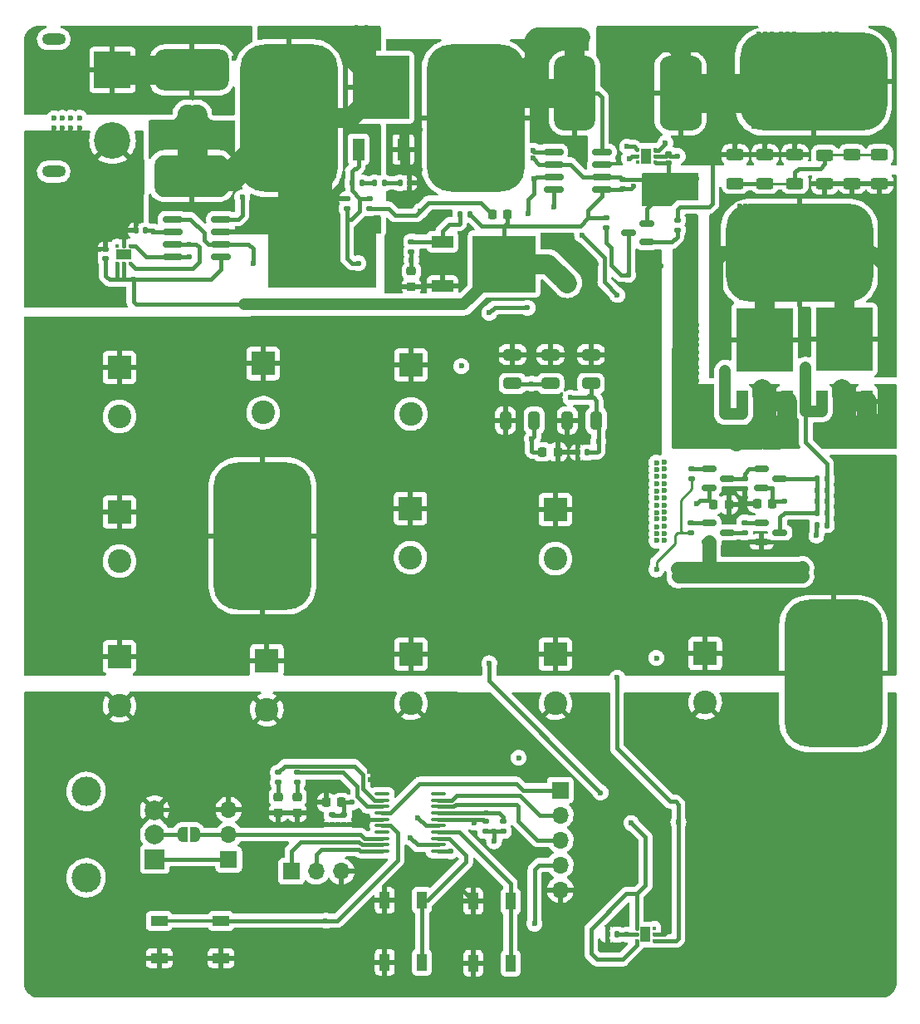
<source format=gbr>
%TF.GenerationSoftware,KiCad,Pcbnew,(6.0.0)*%
%TF.CreationDate,2022-09-13T16:11:23+02:00*%
%TF.ProjectId,IceCutterPCB,49636543-7574-4746-9572-5043422e6b69,rev?*%
%TF.SameCoordinates,Original*%
%TF.FileFunction,Copper,L1,Top*%
%TF.FilePolarity,Positive*%
%FSLAX46Y46*%
G04 Gerber Fmt 4.6, Leading zero omitted, Abs format (unit mm)*
G04 Created by KiCad (PCBNEW (6.0.0)) date 2022-09-13 16:11:23*
%MOMM*%
%LPD*%
G01*
G04 APERTURE LIST*
G04 Aperture macros list*
%AMRoundRect*
0 Rectangle with rounded corners*
0 $1 Rounding radius*
0 $2 $3 $4 $5 $6 $7 $8 $9 X,Y pos of 4 corners*
0 Add a 4 corners polygon primitive as box body*
4,1,4,$2,$3,$4,$5,$6,$7,$8,$9,$2,$3,0*
0 Add four circle primitives for the rounded corners*
1,1,$1+$1,$2,$3*
1,1,$1+$1,$4,$5*
1,1,$1+$1,$6,$7*
1,1,$1+$1,$8,$9*
0 Add four rect primitives between the rounded corners*
20,1,$1+$1,$2,$3,$4,$5,0*
20,1,$1+$1,$4,$5,$6,$7,0*
20,1,$1+$1,$6,$7,$8,$9,0*
20,1,$1+$1,$8,$9,$2,$3,0*%
%AMFreePoly0*
4,1,22,0.500000,-0.750000,0.000000,-0.750000,0.000000,-0.745033,-0.079941,-0.743568,-0.215256,-0.701293,-0.333266,-0.622738,-0.424486,-0.514219,-0.481581,-0.384460,-0.499164,-0.250000,-0.500000,-0.250000,-0.500000,0.250000,-0.499164,0.250000,-0.499963,0.256109,-0.478152,0.396186,-0.417904,0.524511,-0.324060,0.630769,-0.204165,0.706417,-0.067858,0.745374,0.000000,0.744959,0.000000,0.750000,
0.500000,0.750000,0.500000,-0.750000,0.500000,-0.750000,$1*%
%AMFreePoly1*
4,1,20,0.000000,0.744959,0.073905,0.744508,0.209726,0.703889,0.328688,0.626782,0.421226,0.519385,0.479903,0.390333,0.500000,0.250000,0.500000,-0.250000,0.499851,-0.262216,0.476331,-0.402017,0.414519,-0.529596,0.319384,-0.634700,0.198574,-0.708877,0.061801,-0.746166,0.000000,-0.745033,0.000000,-0.750000,-0.500000,-0.750000,-0.500000,0.750000,0.000000,0.750000,0.000000,0.744959,
0.000000,0.744959,$1*%
G04 Aperture macros list end*
%TA.AperFunction,SMDPad,CuDef*%
%ADD10RoundRect,0.250000X-0.625000X0.312500X-0.625000X-0.312500X0.625000X-0.312500X0.625000X0.312500X0*%
%TD*%
%TA.AperFunction,ComponentPad*%
%ADD11R,2.400000X2.400000*%
%TD*%
%TA.AperFunction,ComponentPad*%
%ADD12C,2.400000*%
%TD*%
%TA.AperFunction,SMDPad,CuDef*%
%ADD13FreePoly0,180.000000*%
%TD*%
%TA.AperFunction,SMDPad,CuDef*%
%ADD14FreePoly1,180.000000*%
%TD*%
%TA.AperFunction,SMDPad,CuDef*%
%ADD15RoundRect,0.135000X-0.185000X0.135000X-0.185000X-0.135000X0.185000X-0.135000X0.185000X0.135000X0*%
%TD*%
%TA.AperFunction,SMDPad,CuDef*%
%ADD16RoundRect,1.050000X2.750000X-1.050000X2.750000X1.050000X-2.750000X1.050000X-2.750000X-1.050000X0*%
%TD*%
%TA.AperFunction,SMDPad,CuDef*%
%ADD17RoundRect,1.075000X2.725000X-1.075000X2.725000X1.075000X-2.725000X1.075000X-2.725000X-1.075000X0*%
%TD*%
%TA.AperFunction,SMDPad,CuDef*%
%ADD18RoundRect,0.093750X0.093750X0.106250X-0.093750X0.106250X-0.093750X-0.106250X0.093750X-0.106250X0*%
%TD*%
%TA.AperFunction,SMDPad,CuDef*%
%ADD19R,1.000000X1.600000*%
%TD*%
%TA.AperFunction,SMDPad,CuDef*%
%ADD20R,1.200000X2.200000*%
%TD*%
%TA.AperFunction,SMDPad,CuDef*%
%ADD21R,5.800000X6.400000*%
%TD*%
%TA.AperFunction,SMDPad,CuDef*%
%ADD22RoundRect,2.500000X-5.000000X-2.500000X5.000000X-2.500000X5.000000X2.500000X-5.000000X2.500000X0*%
%TD*%
%TA.AperFunction,SMDPad,CuDef*%
%ADD23RoundRect,0.250000X-0.325000X-0.650000X0.325000X-0.650000X0.325000X0.650000X-0.325000X0.650000X0*%
%TD*%
%TA.AperFunction,ComponentPad*%
%ADD24R,1.700000X1.700000*%
%TD*%
%TA.AperFunction,ComponentPad*%
%ADD25O,1.700000X1.700000*%
%TD*%
%TA.AperFunction,SMDPad,CuDef*%
%ADD26RoundRect,0.135000X-0.135000X-0.185000X0.135000X-0.185000X0.135000X0.185000X-0.135000X0.185000X0*%
%TD*%
%TA.AperFunction,SMDPad,CuDef*%
%ADD27R,2.200000X1.200000*%
%TD*%
%TA.AperFunction,SMDPad,CuDef*%
%ADD28R,6.400000X5.800000*%
%TD*%
%TA.AperFunction,SMDPad,CuDef*%
%ADD29RoundRect,0.150000X-0.825000X-0.150000X0.825000X-0.150000X0.825000X0.150000X-0.825000X0.150000X0*%
%TD*%
%TA.AperFunction,SMDPad,CuDef*%
%ADD30RoundRect,0.225000X-0.225000X-0.250000X0.225000X-0.250000X0.225000X0.250000X-0.225000X0.250000X0*%
%TD*%
%TA.AperFunction,SMDPad,CuDef*%
%ADD31RoundRect,0.150000X-0.587500X-0.150000X0.587500X-0.150000X0.587500X0.150000X-0.587500X0.150000X0*%
%TD*%
%TA.AperFunction,SMDPad,CuDef*%
%ADD32RoundRect,0.225000X0.225000X0.250000X-0.225000X0.250000X-0.225000X-0.250000X0.225000X-0.250000X0*%
%TD*%
%TA.AperFunction,SMDPad,CuDef*%
%ADD33RoundRect,0.140000X0.140000X0.170000X-0.140000X0.170000X-0.140000X-0.170000X0.140000X-0.170000X0*%
%TD*%
%TA.AperFunction,SMDPad,CuDef*%
%ADD34RoundRect,0.250000X-0.650000X0.325000X-0.650000X-0.325000X0.650000X-0.325000X0.650000X0.325000X0*%
%TD*%
%TA.AperFunction,SMDPad,CuDef*%
%ADD35RoundRect,0.135000X0.185000X-0.135000X0.185000X0.135000X-0.185000X0.135000X-0.185000X-0.135000X0*%
%TD*%
%TA.AperFunction,SMDPad,CuDef*%
%ADD36RoundRect,2.500000X2.500000X-5.000000X2.500000X5.000000X-2.500000X5.000000X-2.500000X-5.000000X0*%
%TD*%
%TA.AperFunction,SMDPad,CuDef*%
%ADD37R,1.700000X1.000000*%
%TD*%
%TA.AperFunction,SMDPad,CuDef*%
%ADD38R,1.000000X1.700000*%
%TD*%
%TA.AperFunction,SMDPad,CuDef*%
%ADD39RoundRect,0.140000X-0.140000X-0.170000X0.140000X-0.170000X0.140000X0.170000X-0.140000X0.170000X0*%
%TD*%
%TA.AperFunction,SMDPad,CuDef*%
%ADD40RoundRect,0.093750X-0.093750X-0.106250X0.093750X-0.106250X0.093750X0.106250X-0.093750X0.106250X0*%
%TD*%
%TA.AperFunction,SMDPad,CuDef*%
%ADD41RoundRect,0.135000X0.135000X0.185000X-0.135000X0.185000X-0.135000X-0.185000X0.135000X-0.185000X0*%
%TD*%
%TA.AperFunction,SMDPad,CuDef*%
%ADD42RoundRect,0.218750X0.256250X-0.218750X0.256250X0.218750X-0.256250X0.218750X-0.256250X-0.218750X0*%
%TD*%
%TA.AperFunction,SMDPad,CuDef*%
%ADD43RoundRect,0.225000X0.250000X-0.225000X0.250000X0.225000X-0.250000X0.225000X-0.250000X-0.225000X0*%
%TD*%
%TA.AperFunction,SMDPad,CuDef*%
%ADD44RoundRect,0.140000X0.170000X-0.140000X0.170000X0.140000X-0.170000X0.140000X-0.170000X-0.140000X0*%
%TD*%
%TA.AperFunction,SMDPad,CuDef*%
%ADD45RoundRect,2.500000X-2.500000X5.000000X-2.500000X-5.000000X2.500000X-5.000000X2.500000X5.000000X0*%
%TD*%
%TA.AperFunction,ComponentPad*%
%ADD46R,3.716000X3.716000*%
%TD*%
%TA.AperFunction,ComponentPad*%
%ADD47C,3.716000*%
%TD*%
%TA.AperFunction,ComponentPad*%
%ADD48O,2.400000X1.200000*%
%TD*%
%TA.AperFunction,SMDPad,CuDef*%
%ADD49RoundRect,1.050000X1.050000X2.750000X-1.050000X2.750000X-1.050000X-2.750000X1.050000X-2.750000X0*%
%TD*%
%TA.AperFunction,SMDPad,CuDef*%
%ADD50RoundRect,1.075000X1.075000X2.725000X-1.075000X2.725000X-1.075000X-2.725000X1.075000X-2.725000X0*%
%TD*%
%TA.AperFunction,SMDPad,CuDef*%
%ADD51RoundRect,0.100000X-0.637500X-0.100000X0.637500X-0.100000X0.637500X0.100000X-0.637500X0.100000X0*%
%TD*%
%TA.AperFunction,ComponentPad*%
%ADD52C,3.000000*%
%TD*%
%TA.AperFunction,ComponentPad*%
%ADD53R,2.000000X2.000000*%
%TD*%
%TA.AperFunction,ComponentPad*%
%ADD54C,2.000000*%
%TD*%
%TA.AperFunction,SMDPad,CuDef*%
%ADD55RoundRect,0.140000X-0.170000X0.140000X-0.170000X-0.140000X0.170000X-0.140000X0.170000X0.140000X0*%
%TD*%
%TA.AperFunction,SMDPad,CuDef*%
%ADD56RoundRect,0.150000X0.587500X0.150000X-0.587500X0.150000X-0.587500X-0.150000X0.587500X-0.150000X0*%
%TD*%
%TA.AperFunction,SMDPad,CuDef*%
%ADD57RoundRect,0.093750X-0.106250X0.093750X-0.106250X-0.093750X0.106250X-0.093750X0.106250X0.093750X0*%
%TD*%
%TA.AperFunction,SMDPad,CuDef*%
%ADD58R,1.600000X1.000000*%
%TD*%
%TA.AperFunction,ViaPad*%
%ADD59C,0.600000*%
%TD*%
%TA.AperFunction,Conductor*%
%ADD60C,0.400000*%
%TD*%
%TA.AperFunction,Conductor*%
%ADD61C,2.000000*%
%TD*%
%TA.AperFunction,Conductor*%
%ADD62C,1.200000*%
%TD*%
%TA.AperFunction,Conductor*%
%ADD63C,1.400000*%
%TD*%
%TA.AperFunction,Conductor*%
%ADD64C,3.000000*%
%TD*%
%TA.AperFunction,Conductor*%
%ADD65C,1.000000*%
%TD*%
%TA.AperFunction,Conductor*%
%ADD66C,0.300000*%
%TD*%
%TA.AperFunction,Conductor*%
%ADD67C,4.000000*%
%TD*%
%TA.AperFunction,Conductor*%
%ADD68C,0.250000*%
%TD*%
G04 APERTURE END LIST*
D10*
%TO.P,R29,1*%
%TO.N,/Wire_H*%
X237032800Y-60625800D03*
%TO.P,R29,2*%
%TO.N,Net-(R29-Pad2)*%
X237032800Y-63550800D03*
%TD*%
D11*
%TO.P,C17,1*%
%TO.N,/V_SS*%
X203962000Y-82042000D03*
D12*
%TO.P,C17,2*%
%TO.N,GND*%
X203962000Y-87042000D03*
%TD*%
D13*
%TO.P,JP1,1,A*%
%TO.N,/pot*%
X181981800Y-129883000D03*
D14*
%TO.P,JP1,2,B*%
%TO.N,Net-(JP1-Pad2)*%
X180681800Y-129883000D03*
%TD*%
D15*
%TO.P,R1,1*%
%TO.N,/LED1*%
X190459800Y-123561000D03*
%TO.P,R1,2*%
%TO.N,Net-(D1-Pad2)*%
X190459800Y-124581000D03*
%TD*%
D16*
%TO.P,R5,1*%
%TO.N,VDC*%
X181610000Y-52004000D03*
D17*
%TO.P,R5,2*%
%TO.N,Net-(C3-Pad1)*%
X181610000Y-62804000D03*
%TD*%
D18*
%TO.P,U6,1,SCL*%
%TO.N,/SCL*%
X228782700Y-140705600D03*
%TO.P,U6,2,GND*%
%TO.N,GND*%
X228782700Y-140055600D03*
%TO.P,U6,3,Alert*%
%TO.N,unconnected-(U6-Pad3)*%
X228782700Y-139405600D03*
%TO.P,U6,4,ADD0*%
%TO.N,/SDA*%
X227007700Y-139405600D03*
%TO.P,U6,5,V+*%
%TO.N,+3V3*%
X227007700Y-140055600D03*
%TO.P,U6,6,SDA*%
%TO.N,/SDA*%
X227007700Y-140705600D03*
D19*
%TO.P,U6,7,EP*%
%TO.N,unconnected-(U6-Pad7)*%
X227895200Y-140055600D03*
%TD*%
D20*
%TO.P,Q16,1,G*%
%TO.N,/FET_GATE*%
X245878000Y-85734000D03*
D21*
%TO.P,Q16,2,D*%
%TO.N,/Wire_L*%
X248158000Y-79434000D03*
D20*
%TO.P,Q16,3,S*%
%TO.N,GND*%
X250438000Y-85734000D03*
%TD*%
D15*
%TO.P,R2,1*%
%TO.N,/SS_FET*%
X199745600Y-65072800D03*
%TO.P,R2,2*%
%TO.N,GND*%
X199745600Y-66092800D03*
%TD*%
D22*
%TO.P,J7,1,Pin_1*%
%TO.N,/Wire_H*%
X245008400Y-53187600D03*
%TD*%
D23*
%TO.P,C5,1*%
%TO.N,/V_SS*%
X219925000Y-87700000D03*
%TO.P,C5,2*%
%TO.N,GND*%
X222875000Y-87700000D03*
%TD*%
D20*
%TO.P,Q1,1,G*%
%TO.N,/SS_FET*%
X198634000Y-60080000D03*
D21*
%TO.P,Q1,2,D*%
%TO.N,Net-(C3-Pad1)*%
X200914000Y-53780000D03*
D20*
%TO.P,Q1,3,S*%
%TO.N,/V_SS*%
X203194000Y-60080000D03*
%TD*%
D24*
%TO.P,J2,1,Pin_1*%
%TO.N,+3V3*%
X185395800Y-132423000D03*
D25*
%TO.P,J2,2,Pin_2*%
%TO.N,/pot*%
X185395800Y-129883000D03*
%TO.P,J2,3,Pin_3*%
%TO.N,GND*%
X185395800Y-127343000D03*
%TD*%
D26*
%TO.P,R51,1*%
%TO.N,Net-(Q24-Pad3)*%
X245360000Y-94780100D03*
%TO.P,R51,2*%
%TO.N,/FET_GATE*%
X246380000Y-94780100D03*
%TD*%
D27*
%TO.P,U7,1,ADJ*%
%TO.N,Net-(R6-Pad2)*%
X207187000Y-69475000D03*
D28*
%TO.P,U7,2,VO*%
%TO.N,+3V3*%
X213487000Y-71755000D03*
D27*
%TO.P,U7,3,VI*%
%TO.N,/V_SS*%
X207187000Y-74035000D03*
%TD*%
D15*
%TO.P,R48,1*%
%TO.N,Net-(Q23-Pad3)*%
X237998000Y-93597000D03*
%TO.P,R48,2*%
%TO.N,/V_SS*%
X237998000Y-94617000D03*
%TD*%
D29*
%TO.P,U8,1,A1*%
%TO.N,GND*%
X218505000Y-60325000D03*
%TO.P,U8,2,A0*%
X218505000Y-61595000D03*
%TO.P,U8,3,SDA*%
%TO.N,/SDA*%
X218505000Y-62865000D03*
%TO.P,U8,4,SCL*%
%TO.N,/SCL*%
X218505000Y-64135000D03*
%TO.P,U8,5,VS*%
%TO.N,+3V3*%
X223455000Y-64135000D03*
%TO.P,U8,6,GND*%
%TO.N,GND*%
X223455000Y-62865000D03*
%TO.P,U8,7,IN-*%
%TO.N,/Wire_H*%
X223455000Y-61595000D03*
%TO.P,U8,8,IN+*%
%TO.N,/V_SS*%
X223455000Y-60325000D03*
%TD*%
D30*
%TO.P,C30,1*%
%TO.N,/V_SS*%
X239255000Y-96139000D03*
%TO.P,C30,2*%
%TO.N,GND*%
X240805000Y-96139000D03*
%TD*%
D11*
%TO.P,C20,1*%
%TO.N,/V_SS*%
X174244000Y-111760000D03*
D12*
%TO.P,C20,2*%
%TO.N,GND*%
X174244000Y-116760000D03*
%TD*%
D31*
%TO.P,Q25,1,B*%
%TO.N,Net-(Q23-Pad3)*%
X239727500Y-92649000D03*
%TO.P,Q25,2,E*%
%TO.N,GND*%
X239727500Y-94549000D03*
%TO.P,Q25,3,C*%
%TO.N,Net-(Q24-Pad3)*%
X241602500Y-93599000D03*
%TD*%
D15*
%TO.P,R30,1*%
%TO.N,/Wire_H*%
X231140000Y-67308000D03*
%TO.P,R30,2*%
%TO.N,Net-(Q14-Pad1)*%
X231140000Y-68328000D03*
%TD*%
D32*
%TO.P,C1,1*%
%TO.N,+3V3*%
X196904603Y-126605000D03*
%TO.P,C1,2*%
%TO.N,GND*%
X195354603Y-126605000D03*
%TD*%
D33*
%TO.P,C9,1*%
%TO.N,+3V3*%
X176880000Y-68358400D03*
%TO.P,C9,2*%
%TO.N,GND*%
X175920000Y-68358400D03*
%TD*%
D10*
%TO.P,R32,1*%
%TO.N,/Wire_H*%
X243128800Y-60625800D03*
%TO.P,R32,2*%
%TO.N,Net-(R29-Pad2)*%
X243128800Y-63550800D03*
%TD*%
D32*
%TO.P,C25,1*%
%TO.N,+3V3*%
X213813000Y-66675000D03*
%TO.P,C25,2*%
%TO.N,GND*%
X212263000Y-66675000D03*
%TD*%
D11*
%TO.P,C15,1*%
%TO.N,/V_SS*%
X188900000Y-81902272D03*
D12*
%TO.P,C15,2*%
%TO.N,GND*%
X188900000Y-86902272D03*
%TD*%
D34*
%TO.P,C11,1*%
%TO.N,/V_SS*%
X222333000Y-80981400D03*
%TO.P,C11,2*%
%TO.N,GND*%
X222333000Y-83931400D03*
%TD*%
D35*
%TO.P,R6,1*%
%TO.N,GND*%
X204021000Y-70487000D03*
%TO.P,R6,2*%
%TO.N,Net-(R6-Pad2)*%
X204021000Y-69467000D03*
%TD*%
%TO.P,R45,1*%
%TO.N,/Drive_FET*%
X232511600Y-99163600D03*
%TO.P,R45,2*%
%TO.N,Net-(Q22-Pad1)*%
X232511600Y-98143600D03*
%TD*%
D36*
%TO.P,J9,1,Pin_1*%
%TO.N,/V_SS*%
X188823600Y-99466400D03*
%TD*%
D34*
%TO.P,C6,1*%
%TO.N,/V_SS*%
X214333000Y-80981400D03*
%TO.P,C6,2*%
%TO.N,GND*%
X214333000Y-83931400D03*
%TD*%
D37*
%TO.P,SW3,1,1*%
%TO.N,/NRST*%
X184607600Y-138663600D03*
X178307600Y-138663600D03*
%TO.P,SW3,2,2*%
%TO.N,GND*%
X178307600Y-142463600D03*
X184607600Y-142463600D03*
%TD*%
D24*
%TO.P,J5,1,Pin_1*%
%TO.N,/MCU_Out*%
X191787000Y-133631400D03*
D25*
%TO.P,J5,2,Pin_2*%
%TO.N,/MCU_In*%
X194327000Y-133631400D03*
%TO.P,J5,3,Pin_3*%
%TO.N,GND*%
X196867000Y-133631400D03*
%TD*%
D15*
%TO.P,R24,1*%
%TO.N,/SCL*%
X211571200Y-128524000D03*
%TO.P,R24,2*%
%TO.N,+3V3*%
X211571200Y-129544000D03*
%TD*%
D38*
%TO.P,SW2,1,1*%
%TO.N,/PB2*%
X205105000Y-142875000D03*
X205105000Y-136575000D03*
%TO.P,SW2,2,2*%
%TO.N,GND*%
X201305000Y-142875000D03*
X201305000Y-136575000D03*
%TD*%
D39*
%TO.P,C12,1*%
%TO.N,/V_SS*%
X220976400Y-90964400D03*
%TO.P,C12,2*%
%TO.N,GND*%
X221936400Y-90964400D03*
%TD*%
D22*
%TO.P,J8,1,Pin_1*%
%TO.N,/Wire_L*%
X243586000Y-70612000D03*
%TD*%
D10*
%TO.P,R31,1*%
%TO.N,/Wire_H*%
X240080800Y-60625800D03*
%TO.P,R31,2*%
%TO.N,Net-(R29-Pad2)*%
X240080800Y-63550800D03*
%TD*%
D32*
%TO.P,C31,1*%
%TO.N,/V_SS*%
X236385400Y-96266000D03*
%TO.P,C31,2*%
%TO.N,GND*%
X234835400Y-96266000D03*
%TD*%
D40*
%TO.P,U1,1,SCL*%
%TO.N,/SCL*%
X227066500Y-60104700D03*
%TO.P,U1,2,GND*%
%TO.N,GND*%
X227066500Y-60754700D03*
%TO.P,U1,3,Alert*%
%TO.N,unconnected-(U1-Pad3)*%
X227066500Y-61404700D03*
%TO.P,U1,4,ADD0*%
%TO.N,GND*%
X228841500Y-61404700D03*
%TO.P,U1,5,V+*%
%TO.N,+3V3*%
X228841500Y-60754700D03*
%TO.P,U1,6,SDA*%
%TO.N,/SDA*%
X228841500Y-60104700D03*
D19*
%TO.P,U1,7,EP*%
%TO.N,unconnected-(U1-Pad7)*%
X227954000Y-60754700D03*
%TD*%
D26*
%TO.P,R7,1*%
%TO.N,Net-(R6-Pad2)*%
X208972000Y-66675000D03*
%TO.P,R7,2*%
%TO.N,+3V3*%
X209992000Y-66675000D03*
%TD*%
D23*
%TO.P,C32,1*%
%TO.N,/V_SS*%
X213600400Y-87700000D03*
%TO.P,C32,2*%
%TO.N,GND*%
X216550400Y-87700000D03*
%TD*%
D11*
%TO.P,C10,1*%
%TO.N,/V_SS*%
X203962000Y-111506000D03*
D12*
%TO.P,C10,2*%
%TO.N,GND*%
X203962000Y-116506000D03*
%TD*%
D41*
%TO.P,R53,1*%
%TO.N,/FET_GATE*%
X246382000Y-98336100D03*
%TO.P,R53,2*%
%TO.N,GND*%
X245362000Y-98336100D03*
%TD*%
D32*
%TO.P,C33,1*%
%TO.N,/V_SS*%
X218950000Y-90913600D03*
%TO.P,C33,2*%
%TO.N,GND*%
X217400000Y-90913600D03*
%TD*%
D11*
%TO.P,C21,1*%
%TO.N,/V_SS*%
X218694000Y-96774000D03*
D12*
%TO.P,C21,2*%
%TO.N,GND*%
X218694000Y-101774000D03*
%TD*%
D11*
%TO.P,C18,1*%
%TO.N,/V_SS*%
X233984800Y-111443472D03*
D12*
%TO.P,C18,2*%
%TO.N,GND*%
X233984800Y-116443472D03*
%TD*%
D35*
%TO.P,R28,1*%
%TO.N,/VOUT_FAULT*%
X223901000Y-68074000D03*
%TO.P,R28,2*%
%TO.N,+3V3*%
X223901000Y-67054000D03*
%TD*%
D42*
%TO.P,D1,1,K*%
%TO.N,GND*%
X190459800Y-127652500D03*
%TO.P,D1,2,A*%
%TO.N,Net-(D1-Pad2)*%
X190459800Y-126077500D03*
%TD*%
D24*
%TO.P,J4,1,Pin_1*%
%TO.N,+3V3*%
X219202000Y-125354000D03*
D25*
%TO.P,J4,2,Pin_2*%
%TO.N,/SWCLK*%
X219202000Y-127894000D03*
%TO.P,J4,3,Pin_3*%
%TO.N,/SWDIO*%
X219202000Y-130434000D03*
%TO.P,J4,4,Pin_4*%
%TO.N,/NRST*%
X219202000Y-132974000D03*
%TO.P,J4,5,Pin_5*%
%TO.N,GND*%
X219202000Y-135514000D03*
%TD*%
D26*
%TO.P,R4,1*%
%TO.N,/SS_FET*%
X197963000Y-63500000D03*
%TO.P,R4,2*%
%TO.N,Net-(C8-Pad2)*%
X198983000Y-63500000D03*
%TD*%
%TO.P,R52,1*%
%TO.N,Net-(Q24-Pad3)*%
X245358000Y-93637100D03*
%TO.P,R52,2*%
%TO.N,/FET_GATE*%
X246378000Y-93637100D03*
%TD*%
D43*
%TO.P,C24,1*%
%TO.N,/V_SS*%
X204021000Y-74054000D03*
%TO.P,C24,2*%
%TO.N,GND*%
X204021000Y-72504000D03*
%TD*%
D31*
%TO.P,Q24,1,B*%
%TO.N,Net-(Q24-Pad1)*%
X239727500Y-98160800D03*
%TO.P,Q24,2,E*%
%TO.N,/V_SS*%
X239727500Y-100060800D03*
%TO.P,Q24,3,C*%
%TO.N,Net-(Q24-Pad3)*%
X241602500Y-99110800D03*
%TD*%
D44*
%TO.P,C26,1*%
%TO.N,+3V3*%
X172847000Y-71219000D03*
%TO.P,C26,2*%
%TO.N,GND*%
X172847000Y-70259000D03*
%TD*%
D45*
%TO.P,J13,1,Pin_1*%
%TO.N,Net-(C3-Pad1)*%
X191516000Y-56896000D03*
%TD*%
D10*
%TO.P,R33,1*%
%TO.N,Net-(R29-Pad2)*%
X246176800Y-60687300D03*
%TO.P,R33,2*%
%TO.N,/Wire_L*%
X246176800Y-63612300D03*
%TD*%
%TO.P,R34,1*%
%TO.N,Net-(R29-Pad2)*%
X248970800Y-60625800D03*
%TO.P,R34,2*%
%TO.N,/Wire_L*%
X248970800Y-63550800D03*
%TD*%
D33*
%TO.P,C28,1*%
%TO.N,+3V3*%
X224999600Y-140072000D03*
%TO.P,C28,2*%
%TO.N,GND*%
X224039600Y-140072000D03*
%TD*%
D46*
%TO.P,J1,1,+*%
%TO.N,VDC*%
X173545000Y-52000000D03*
D47*
%TO.P,J1,2,-*%
%TO.N,GND*%
X173545000Y-59200000D03*
D48*
%TO.P,J1,S1*%
%TO.N,N/C*%
X167545000Y-48850000D03*
%TO.P,J1,S2*%
X167545000Y-62350000D03*
%TD*%
D33*
%TO.P,C8,1*%
%TO.N,Net-(C7-Pad2)*%
X201239000Y-63500000D03*
%TO.P,C8,2*%
%TO.N,Net-(C8-Pad2)*%
X200279000Y-63500000D03*
%TD*%
D35*
%TO.P,R47,1*%
%TO.N,Net-(Q22-Pad3)*%
X237998000Y-99110800D03*
%TO.P,R47,2*%
%TO.N,Net-(Q24-Pad1)*%
X237998000Y-98090800D03*
%TD*%
D49*
%TO.P,R27,1*%
%TO.N,/V_SS*%
X220660000Y-54356000D03*
D50*
%TO.P,R27,2*%
%TO.N,/Wire_H*%
X231460000Y-54356000D03*
%TD*%
D36*
%TO.P,J14,1,Pin_1*%
%TO.N,/V_SS*%
X210566000Y-56896000D03*
%TD*%
D34*
%TO.P,C23,1*%
%TO.N,/V_SS*%
X218199600Y-80981400D03*
%TO.P,C23,2*%
%TO.N,GND*%
X218199600Y-83931400D03*
%TD*%
D10*
%TO.P,R35,1*%
%TO.N,Net-(R29-Pad2)*%
X251764800Y-60625800D03*
%TO.P,R35,2*%
%TO.N,/Wire_L*%
X251764800Y-63550800D03*
%TD*%
D33*
%TO.P,C7,1*%
%TO.N,/V_SS*%
X203807000Y-63500000D03*
%TO.P,C7,2*%
%TO.N,Net-(C7-Pad2)*%
X202847000Y-63500000D03*
%TD*%
D51*
%TO.P,U2,1,PB7/PB8*%
%TO.N,unconnected-(U2-Pad1)*%
X201025300Y-125728000D03*
%TO.P,U2,2,PB9/PC14-OSC32_IN*%
%TO.N,/LED1*%
X201025300Y-126378000D03*
%TO.P,U2,3,PC15-OSC32_OUT*%
%TO.N,/LED2*%
X201025300Y-127028000D03*
%TO.P,U2,4,VDD*%
%TO.N,+3V3*%
X201025300Y-127678000D03*
%TO.P,U2,5,VSS*%
%TO.N,GND*%
X201025300Y-128328000D03*
%TO.P,U2,6,NRST*%
%TO.N,/NRST*%
X201025300Y-128978000D03*
%TO.P,U2,7,PA0*%
%TO.N,unconnected-(U2-Pad7)*%
X201025300Y-129628000D03*
%TO.P,U2,8,PA1*%
%TO.N,/pot*%
X201025300Y-130278000D03*
%TO.P,U2,9,PA2*%
%TO.N,/MCU_Out*%
X201025300Y-130928000D03*
%TO.P,U2,10,PA3*%
%TO.N,/MCU_In*%
X201025300Y-131578000D03*
%TO.P,U2,11,PA4*%
%TO.N,/Drive_FET*%
X206750300Y-131578000D03*
%TO.P,U2,12,PA5*%
%TO.N,/VOUT_FAULT*%
X206750300Y-130928000D03*
%TO.P,U2,13,PA6*%
%TO.N,/PB2*%
X206750300Y-130278000D03*
%TO.P,U2,14,PA7*%
%TO.N,/PB1*%
X206750300Y-129628000D03*
%TO.P,U2,15,PB0/PB1/PB2/PA8*%
%TO.N,/SS_FET*%
X206750300Y-128978000D03*
%TO.P,U2,16,PA11[PA9]*%
%TO.N,/SCL*%
X206750300Y-128328000D03*
%TO.P,U2,17,PA12[PA10]*%
%TO.N,/SDA*%
X206750300Y-127678000D03*
%TO.P,U2,18,PA13*%
%TO.N,/SWDIO*%
X206750300Y-127028000D03*
%TO.P,U2,19,PA15/PA14-BOOT0*%
%TO.N,/SWCLK*%
X206750300Y-126378000D03*
%TO.P,U2,20,PB3/PB4/PB5/PB6*%
%TO.N,unconnected-(U2-Pad20)*%
X206750300Y-125728000D03*
%TD*%
D42*
%TO.P,D2,1,K*%
%TO.N,GND*%
X192364800Y-127652500D03*
%TO.P,D2,2,A*%
%TO.N,Net-(D2-Pad2)*%
X192364800Y-126077500D03*
%TD*%
D52*
%TO.P,RV1,*%
%TO.N,*%
X170852800Y-134283000D03*
X170852800Y-125483000D03*
D53*
%TO.P,RV1,1,1*%
%TO.N,+3V3*%
X177852800Y-132383000D03*
D54*
%TO.P,RV1,2,2*%
%TO.N,Net-(JP1-Pad2)*%
X177852800Y-129883000D03*
%TO.P,RV1,3,3*%
%TO.N,GND*%
X177852800Y-127383000D03*
%TD*%
D11*
%TO.P,C13,1*%
%TO.N,/V_SS*%
X189280800Y-112154672D03*
D12*
%TO.P,C13,2*%
%TO.N,GND*%
X189280800Y-117154672D03*
%TD*%
D55*
%TO.P,C29,1*%
%TO.N,+3V3*%
X230210000Y-60528700D03*
%TO.P,C29,2*%
%TO.N,GND*%
X230210000Y-61488700D03*
%TD*%
D38*
%TO.P,SW1,1,1*%
%TO.N,/PB1*%
X214122000Y-142977000D03*
X214122000Y-136677000D03*
%TO.P,SW1,2,2*%
%TO.N,GND*%
X210322000Y-136677000D03*
X210322000Y-142977000D03*
%TD*%
D44*
%TO.P,C27,1*%
%TO.N,+3V3*%
X225552000Y-64081600D03*
%TO.P,C27,2*%
%TO.N,GND*%
X225552000Y-63121600D03*
%TD*%
D31*
%TO.P,Q22,1,B*%
%TO.N,Net-(Q22-Pad1)*%
X234393500Y-98160800D03*
%TO.P,Q22,2,E*%
%TO.N,GND*%
X234393500Y-100060800D03*
%TO.P,Q22,3,C*%
%TO.N,Net-(Q22-Pad3)*%
X236268500Y-99110800D03*
%TD*%
D15*
%TO.P,R3,1*%
%TO.N,/LED2*%
X192364800Y-123559000D03*
%TO.P,R3,2*%
%TO.N,Net-(D2-Pad2)*%
X192364800Y-124579000D03*
%TD*%
D11*
%TO.P,C14,1*%
%TO.N,/V_SS*%
X203911200Y-96660672D03*
D12*
%TO.P,C14,2*%
%TO.N,GND*%
X203911200Y-101660672D03*
%TD*%
D15*
%TO.P,R22,1*%
%TO.N,/SDA*%
X213400000Y-128524000D03*
%TO.P,R22,2*%
%TO.N,+3V3*%
X213400000Y-129544000D03*
%TD*%
D11*
%TO.P,C22,1*%
%TO.N,/V_SS*%
X174244000Y-82296000D03*
D12*
%TO.P,C22,2*%
%TO.N,GND*%
X174244000Y-87296000D03*
%TD*%
D56*
%TO.P,Q14,1,G*%
%TO.N,Net-(Q14-Pad1)*%
X228013500Y-69530000D03*
%TO.P,Q14,2,S*%
%TO.N,GND*%
X228013500Y-67630000D03*
%TO.P,Q14,3,D*%
%TO.N,/VOUT_FAULT*%
X226138500Y-68580000D03*
%TD*%
D35*
%TO.P,R46,1*%
%TO.N,/Drive_FET*%
X232613200Y-93677200D03*
%TO.P,R46,2*%
%TO.N,Net-(Q23-Pad1)*%
X232613200Y-92657200D03*
%TD*%
D55*
%TO.P,C3,1*%
%TO.N,Net-(C3-Pad1)*%
X197459600Y-65130800D03*
%TO.P,C3,2*%
%TO.N,/SS_FET*%
X197459600Y-66090800D03*
%TD*%
D26*
%TO.P,R50,1*%
%TO.N,Net-(Q24-Pad3)*%
X245360000Y-95923100D03*
%TO.P,R50,2*%
%TO.N,/FET_GATE*%
X246380000Y-95923100D03*
%TD*%
D20*
%TO.P,Q17,1,G*%
%TO.N,/FET_GATE*%
X237751000Y-85769000D03*
D21*
%TO.P,Q17,2,D*%
%TO.N,/Wire_L*%
X240031000Y-79469000D03*
D20*
%TO.P,Q17,3,S*%
%TO.N,GND*%
X242311000Y-85769000D03*
%TD*%
D29*
%TO.P,U4,1,A1*%
%TO.N,GND*%
X179643000Y-67183000D03*
%TO.P,U4,2,A0*%
%TO.N,+3V3*%
X179643000Y-68453000D03*
%TO.P,U4,3,SDA*%
%TO.N,/SDA*%
X179643000Y-69723000D03*
%TO.P,U4,4,SCL*%
%TO.N,/SCL*%
X179643000Y-70993000D03*
%TO.P,U4,5,VS*%
%TO.N,+3V3*%
X184593000Y-70993000D03*
%TO.P,U4,6,GND*%
%TO.N,GND*%
X184593000Y-69723000D03*
%TO.P,U4,7,IN-*%
%TO.N,Net-(C3-Pad1)*%
X184593000Y-68453000D03*
%TO.P,U4,8,IN+*%
%TO.N,VDC*%
X184593000Y-67183000D03*
%TD*%
D31*
%TO.P,Q23,1,B*%
%TO.N,Net-(Q23-Pad1)*%
X234393500Y-92649000D03*
%TO.P,Q23,2,E*%
%TO.N,GND*%
X234393500Y-94549000D03*
%TO.P,Q23,3,C*%
%TO.N,Net-(Q23-Pad3)*%
X236268500Y-93599000D03*
%TD*%
D36*
%TO.P,J11,1,Pin_1*%
%TO.N,/V_SS*%
X247040400Y-113487200D03*
%TD*%
D26*
%TO.P,R49,1*%
%TO.N,Net-(Q24-Pad3)*%
X245360000Y-97066100D03*
%TO.P,R49,2*%
%TO.N,/FET_GATE*%
X246380000Y-97066100D03*
%TD*%
D11*
%TO.P,C16,1*%
%TO.N,/V_SS*%
X174244000Y-97028000D03*
D12*
%TO.P,C16,2*%
%TO.N,GND*%
X174244000Y-102028000D03*
%TD*%
D55*
%TO.P,C2,1*%
%TO.N,+3V3*%
X197134800Y-127865000D03*
%TO.P,C2,2*%
%TO.N,GND*%
X197134800Y-128825000D03*
%TD*%
D57*
%TO.P,U5,1,SCL*%
%TO.N,/SCL*%
X175325800Y-69902300D03*
%TO.P,U5,2,GND*%
%TO.N,GND*%
X174675800Y-69902300D03*
%TO.P,U5,3,Alert*%
%TO.N,unconnected-(U5-Pad3)*%
X174025800Y-69902300D03*
%TO.P,U5,4,ADD0*%
%TO.N,+3V3*%
X174025800Y-71677300D03*
%TO.P,U5,5,V+*%
X174675800Y-71677300D03*
%TO.P,U5,6,SDA*%
%TO.N,/SDA*%
X175325800Y-71677300D03*
D58*
%TO.P,U5,7,EP*%
%TO.N,unconnected-(U5-Pad7)*%
X174675800Y-70789800D03*
%TD*%
D55*
%TO.P,C4,1*%
%TO.N,+3V3*%
X195918603Y-127864000D03*
%TO.P,C4,2*%
%TO.N,GND*%
X195918603Y-128824000D03*
%TD*%
D11*
%TO.P,C19,1*%
%TO.N,/V_SS*%
X218694000Y-111506000D03*
D12*
%TO.P,C19,2*%
%TO.N,GND*%
X218694000Y-116506000D03*
%TD*%
D59*
%TO.N,/V_SS*%
X219400000Y-59000000D03*
X218400000Y-59000000D03*
X217600000Y-58300000D03*
X216600000Y-58300000D03*
X217600000Y-57300000D03*
X216600000Y-57300000D03*
X216600000Y-56400000D03*
X217600000Y-56400000D03*
%TO.N,+3V3*%
X231190800Y-60756800D03*
X187045600Y-75895200D03*
X225992800Y-140072000D03*
X218897200Y-72694800D03*
X219913600Y-73711200D03*
X175678800Y-73342800D03*
X212458200Y-129544000D03*
X212458200Y-130556000D03*
X218313400Y-72111000D03*
X219380200Y-73177800D03*
X197977603Y-126605000D03*
X177758800Y-68453000D03*
X226662200Y-63838250D03*
%TO.N,GND*%
X229819200Y-97739200D03*
X198272400Y-121920000D03*
X242062000Y-89697000D03*
X201980800Y-124256800D03*
X241046000Y-103530400D03*
X170199200Y-58909600D03*
X250190000Y-88427000D03*
X247650000Y-88427000D03*
X231554320Y-85646200D03*
X229819200Y-94132400D03*
X252100000Y-88400000D03*
X196850000Y-121107200D03*
X169310200Y-56877600D03*
X252100000Y-85600000D03*
X168421200Y-59925600D03*
X231535120Y-80746599D03*
X233121200Y-63042800D03*
X253000000Y-85600000D03*
X247904000Y-85090000D03*
X229006400Y-93370400D03*
X246227600Y-89712800D03*
X195326000Y-136525000D03*
X191417300Y-127652500D03*
X168421200Y-60687600D03*
X229209600Y-64566800D03*
X248916601Y-87791999D03*
X233129120Y-84300000D03*
X170199200Y-57893600D03*
X239522000Y-89697000D03*
X237134400Y-89814400D03*
X233375200Y-102768400D03*
X229819200Y-99212400D03*
X249547119Y-87791999D03*
X237794800Y-89001600D03*
X229006400Y-94183200D03*
X250190000Y-87792000D03*
X247650000Y-89697000D03*
X187040600Y-142463600D03*
X252100000Y-86500000D03*
X229819200Y-91948000D03*
X228498400Y-64566800D03*
X239369600Y-102768400D03*
X229006400Y-99923600D03*
X194716400Y-121920000D03*
X231535120Y-79349599D03*
X232613200Y-103581200D03*
X240411000Y-85725000D03*
X239369600Y-103581200D03*
X230911400Y-80746600D03*
X170199200Y-56877600D03*
X248916601Y-88422517D03*
X242468400Y-102717600D03*
X232486200Y-79400400D03*
X229006400Y-94894400D03*
X253000000Y-86500000D03*
X199796400Y-122529600D03*
X231952800Y-103581200D03*
X238709200Y-103581200D03*
X201930000Y-121716800D03*
X246938800Y-89712800D03*
X229819200Y-93370400D03*
X201930000Y-123444000D03*
X239522000Y-89062000D03*
X229006400Y-96367600D03*
X231546400Y-78587600D03*
X169310200Y-58909600D03*
X200507600Y-122529600D03*
X230911400Y-79349600D03*
X249555000Y-89697000D03*
X241706400Y-103530400D03*
X242112800Y-95910400D03*
X239776000Y-85090000D03*
X229870000Y-63754000D03*
X229209600Y-62992000D03*
X237185200Y-102768400D03*
X229006400Y-95554800D03*
X240411000Y-85090000D03*
X242519200Y-103530400D03*
X230911400Y-78587600D03*
X253000000Y-89300000D03*
X240157000Y-89062000D03*
X248920000Y-89062000D03*
X240792000Y-89062000D03*
X231543040Y-83614199D03*
X169310200Y-57893600D03*
X232494120Y-84300000D03*
X231241600Y-103581200D03*
X187900000Y-71700000D03*
X232486200Y-78003400D03*
X250190000Y-89697000D03*
X250825000Y-89062000D03*
X169310200Y-60687600D03*
X232486200Y-78638400D03*
X194665600Y-121107200D03*
X208788000Y-135128000D03*
X250825000Y-87792000D03*
X167608400Y-59951000D03*
X248527720Y-84454999D03*
X234797600Y-102768400D03*
X196088000Y-121107200D03*
X231546400Y-79984600D03*
X237947200Y-102768400D03*
X168421200Y-57893600D03*
X240399720Y-84454999D03*
X247904000Y-84455000D03*
X201168000Y-122529600D03*
X240157000Y-89697000D03*
X195376800Y-121107200D03*
X229006400Y-98552000D03*
X250825000Y-89697000D03*
X229819200Y-97028000D03*
X195427600Y-121920000D03*
X247904000Y-85725000D03*
X235762800Y-102768400D03*
X229006400Y-92710000D03*
X248920000Y-89697000D03*
X231554320Y-82852200D03*
X223100000Y-89800000D03*
X200456800Y-123444000D03*
X232494120Y-85062000D03*
X240792000Y-89697000D03*
X248285000Y-88427000D03*
X230919320Y-85011200D03*
X240995200Y-102717600D03*
X252100000Y-84700000D03*
X200456800Y-121716800D03*
X250820517Y-88422517D03*
X225501200Y-138988800D03*
X247650000Y-89062000D03*
X252100000Y-87500000D03*
X248273720Y-87791999D03*
X248539000Y-85090000D03*
X243890800Y-103530400D03*
X233117840Y-83664999D03*
X231190800Y-102768400D03*
X252100000Y-89300000D03*
X216408000Y-60198000D03*
X235813600Y-103581200D03*
X204021000Y-71365800D03*
X232486200Y-80797400D03*
X216274800Y-83954000D03*
X216408000Y-60960000D03*
X199796400Y-124256800D03*
X231902000Y-102768400D03*
X201168000Y-123444000D03*
X231543040Y-85011199D03*
X229819200Y-95554800D03*
X229819200Y-94843600D03*
X232613200Y-102768400D03*
X242697000Y-89697000D03*
X232486200Y-80035400D03*
X230919320Y-83614200D03*
X237845600Y-89814400D03*
X232494120Y-82268000D03*
X198272400Y-121107200D03*
X245313200Y-99402900D03*
X170199200Y-59925600D03*
X196900800Y-121920000D03*
X237998000Y-103581200D03*
X228498400Y-62992000D03*
X233121200Y-80035400D03*
X246888000Y-88900000D03*
X234086400Y-102768400D03*
X239776000Y-84455000D03*
X240334800Y-103530400D03*
X229006400Y-97739200D03*
X199745600Y-121716800D03*
X167608400Y-60713000D03*
X231546400Y-81381600D03*
X229920800Y-62992000D03*
X232486200Y-81432400D03*
X229819200Y-99923600D03*
X243179600Y-102717600D03*
X243230400Y-103530400D03*
X232494120Y-85697000D03*
X238506000Y-89001600D03*
X233426000Y-103581200D03*
X237185200Y-103581200D03*
X229006400Y-91998800D03*
X237134400Y-89001600D03*
X231543040Y-82217199D03*
X248539000Y-85725000D03*
X236524800Y-103581200D03*
X233121200Y-78638400D03*
X249555000Y-89062000D03*
X229819200Y-92659200D03*
X242697000Y-89062000D03*
X241427000Y-89062000D03*
X201980800Y-122529600D03*
X233070400Y-96215200D03*
X198501000Y-141986000D03*
X236474000Y-102768400D03*
X168421200Y-56877600D03*
X220237200Y-85376400D03*
X230919320Y-82217200D03*
X231554320Y-84249200D03*
X233109920Y-78003399D03*
X167608400Y-57919000D03*
X229006400Y-97078800D03*
X238658400Y-102768400D03*
X200507600Y-124256800D03*
X233109920Y-80797399D03*
X239776000Y-85725000D03*
X233117840Y-82267999D03*
X233129120Y-85697000D03*
X230911400Y-79984600D03*
X231535120Y-77952599D03*
X247650000Y-87792000D03*
X229819200Y-96316800D03*
X167608400Y-58935000D03*
X170199200Y-60687600D03*
X234797600Y-103581200D03*
X246176800Y-88900000D03*
X230911400Y-77952600D03*
X230919320Y-85646200D03*
X233121200Y-81432400D03*
X240284000Y-102717600D03*
X229006400Y-99263200D03*
X253000000Y-87500000D03*
X241427000Y-89697000D03*
X241706400Y-102717600D03*
X232494120Y-82903000D03*
X250190000Y-89062000D03*
X199745600Y-123444000D03*
X169310200Y-59925600D03*
X230911400Y-81381600D03*
X249559482Y-88422517D03*
X173482000Y-68326000D03*
X197612000Y-121920000D03*
X233117840Y-85061999D03*
X230919320Y-84249200D03*
X242062000Y-89062000D03*
X216300000Y-89600000D03*
X197561200Y-121107200D03*
X233109920Y-79400399D03*
X229920800Y-64566800D03*
X201168000Y-121716800D03*
X201168000Y-124256800D03*
X234137200Y-103581200D03*
X230919320Y-82852200D03*
X229819200Y-98501200D03*
X204927200Y-66344800D03*
X248285000Y-89697000D03*
X233129120Y-82903000D03*
X243890800Y-102717600D03*
X232494120Y-83665000D03*
X168421200Y-58909600D03*
X226212400Y-61010800D03*
X167608400Y-56903000D03*
X230300000Y-138600000D03*
X229158800Y-63754000D03*
X238556800Y-89814400D03*
X196088000Y-121920000D03*
X253000000Y-84700000D03*
X228498400Y-63754000D03*
X248285000Y-89062000D03*
X253000000Y-88400000D03*
%TO.N,Net-(C3-Pad1)*%
X181172000Y-57284000D03*
X189200000Y-48200000D03*
X182188000Y-58046000D03*
X179500000Y-58038000D03*
X183684000Y-58800000D03*
X181172000Y-58808000D03*
X188484000Y-65400000D03*
X184700000Y-58038000D03*
X194380000Y-65005600D03*
X183500000Y-65900000D03*
X191840000Y-65005600D03*
X193110000Y-65818400D03*
X182188000Y-57284000D03*
X190216000Y-48200000D03*
X192904000Y-48208000D03*
X184700000Y-58800000D03*
X182188000Y-56522000D03*
X179316000Y-65900000D03*
X179500000Y-58800000D03*
X194380000Y-65818400D03*
X198384000Y-48438000D03*
X199400000Y-48438000D03*
X183684000Y-58038000D03*
X182004000Y-65908000D03*
X200400000Y-58000000D03*
X181172000Y-58046000D03*
X194380000Y-66555000D03*
X199400000Y-50028800D03*
X191840000Y-66605800D03*
X184516000Y-65900000D03*
X181172000Y-56522000D03*
X199400000Y-49200000D03*
X195416000Y-48200000D03*
X193110000Y-66555000D03*
X188484000Y-66300000D03*
X198384000Y-50028800D03*
X178484000Y-58800000D03*
X178484000Y-58038000D03*
X197000000Y-48400000D03*
X198384000Y-49200000D03*
X182188000Y-58808000D03*
X197000000Y-49416000D03*
X191888000Y-48208000D03*
X191840000Y-65818400D03*
X194400000Y-48200000D03*
X180988000Y-65908000D03*
X199384000Y-58000000D03*
X189500000Y-65400000D03*
X193110000Y-65005600D03*
X189500000Y-66300000D03*
X178300000Y-65900000D03*
%TO.N,/SS_FET*%
X209112000Y-82162800D03*
X204673200Y-128168400D03*
X198628000Y-71678800D03*
%TO.N,/V_SS*%
X248202600Y-107576000D03*
X217373200Y-51765200D03*
X203905000Y-58046000D03*
X204700000Y-61100000D03*
X221335600Y-49479200D03*
X249625000Y-107576000D03*
X201800000Y-59200000D03*
X204667000Y-58046000D03*
X204900000Y-64200000D03*
X220624400Y-48666400D03*
X203397000Y-62110000D03*
X246500800Y-107576000D03*
X220624400Y-49479200D03*
X245789600Y-106763200D03*
X217373200Y-49631600D03*
X229432000Y-71939800D03*
X246450000Y-106763200D03*
X201517400Y-70466600D03*
X219913200Y-49479200D03*
X244748200Y-106763200D03*
X244087800Y-107576000D03*
X244799000Y-107576000D03*
X216560400Y-50393600D03*
X221284800Y-48666400D03*
X201800000Y-61200000D03*
X201800000Y-60200000D03*
X202635000Y-58046000D03*
X204032000Y-62110000D03*
X217373200Y-48920400D03*
X248202600Y-106763200D03*
X251657000Y-111640000D03*
X216560400Y-49631600D03*
X217373200Y-51054000D03*
X250844200Y-111690800D03*
X237306000Y-100718000D03*
X251657000Y-113062400D03*
X248863000Y-106763200D03*
X250844200Y-113062400D03*
X217373200Y-50342800D03*
X202127000Y-62110000D03*
X249574200Y-106763200D03*
X245789600Y-107576000D03*
X216560400Y-48971200D03*
X247161200Y-106763200D03*
X250844200Y-112402000D03*
X218490800Y-49479200D03*
X251657000Y-112351200D03*
X222904200Y-71787400D03*
X219202000Y-49479200D03*
X244037000Y-106763200D03*
X203270000Y-58046000D03*
X218490800Y-48666400D03*
X243376600Y-107576000D03*
X216560400Y-51765200D03*
X219151200Y-48666400D03*
X204700000Y-60100000D03*
X237972600Y-96951800D03*
X202000000Y-58046000D03*
X247212000Y-107576000D03*
X204700000Y-59100000D03*
X204667000Y-62110000D03*
X248913800Y-107576000D03*
X216560400Y-51104800D03*
X202762000Y-62110000D03*
X212191600Y-50241200D03*
X243376600Y-106763200D03*
X237972600Y-96139000D03*
X219862400Y-48666400D03*
%TO.N,VDC*%
X168624400Y-51559600D03*
X176142800Y-56014000D03*
X185270800Y-49003600D03*
X176142800Y-55014000D03*
X166795600Y-51559600D03*
X183270800Y-48003600D03*
X166800000Y-54700000D03*
X176244400Y-52982000D03*
X180410000Y-48952800D03*
X166795600Y-52559600D03*
X172536000Y-55963200D03*
X177038000Y-56007000D03*
X176158800Y-49156000D03*
X183270800Y-49003600D03*
X168624400Y-52559600D03*
X177054000Y-51149000D03*
X185270800Y-48003600D03*
X177038000Y-55007000D03*
X176244400Y-53982000D03*
X167733600Y-53707000D03*
X167729200Y-52566600D03*
X174364800Y-54963200D03*
X184270800Y-48003600D03*
X168628800Y-53700000D03*
X178410000Y-48952800D03*
X172536000Y-54963200D03*
X185947200Y-50832400D03*
X177038000Y-54007000D03*
X171640800Y-54970200D03*
X176260400Y-50124000D03*
X168628800Y-54700000D03*
X166800000Y-53700000D03*
X167733600Y-54707000D03*
X178410000Y-47952800D03*
X165904800Y-53707000D03*
X179410000Y-48952800D03*
X176260400Y-52124000D03*
X174364800Y-55963200D03*
X165900400Y-52566600D03*
X173469600Y-55970200D03*
X177054000Y-52149000D03*
X176260400Y-51124000D03*
X186760000Y-64954800D03*
X167729200Y-51566600D03*
X171640800Y-55970200D03*
X173469600Y-54970200D03*
X177054000Y-49149000D03*
X180410000Y-47952800D03*
X177038000Y-53007000D03*
X177054000Y-50149000D03*
X165900400Y-51566600D03*
X184270800Y-49003600D03*
X179410000Y-47952800D03*
X165904800Y-54707000D03*
%TO.N,/NRST*%
X195296400Y-138663600D03*
X216579600Y-138945000D03*
%TO.N,/VOUT_FAULT*%
X203900000Y-130200000D03*
X226138500Y-72870300D03*
%TO.N,/FET_GATE*%
X235966000Y-86995000D03*
X244195600Y-82905600D03*
X235966000Y-85090000D03*
X235966000Y-82550000D03*
X244195600Y-84810600D03*
X235966000Y-86360000D03*
X244195600Y-83540600D03*
X235966000Y-84455000D03*
X244195600Y-86080600D03*
X244195600Y-85445600D03*
X244195600Y-84175600D03*
X235966000Y-85725000D03*
X244195600Y-82270600D03*
X235966000Y-83820000D03*
X244195600Y-86715600D03*
X235966000Y-83185000D03*
%TO.N,/Wire_L*%
X252292000Y-79458200D03*
X245611200Y-75200000D03*
X248400000Y-66700000D03*
X244100000Y-77700000D03*
X237477600Y-65887200D03*
X238138000Y-65887200D03*
X240688800Y-66700000D03*
X240188800Y-74387200D03*
X235528000Y-75572000D03*
X235020000Y-71990600D03*
X247188800Y-75200000D03*
X252292000Y-72600200D03*
X238849200Y-65887200D03*
X248349200Y-65887200D03*
X235020000Y-67825000D03*
X247638000Y-65887200D03*
X241349200Y-65887200D03*
X238900000Y-66700000D03*
X252292000Y-82404600D03*
X237688800Y-74387200D03*
X247900000Y-75200000D03*
X235020000Y-74276600D03*
X246977600Y-65887200D03*
X239060400Y-74387200D03*
X244900000Y-75200000D03*
X241611200Y-75200000D03*
X252292000Y-76461000D03*
X252292000Y-73260600D03*
X252292000Y-77832600D03*
X252292000Y-71889000D03*
X252292000Y-80118600D03*
X244100000Y-79600000D03*
X248560400Y-74387200D03*
X244477600Y-65887200D03*
X235020000Y-69196600D03*
X240188800Y-75200000D03*
X238349200Y-74387200D03*
X237688800Y-75200000D03*
X244100000Y-80600000D03*
X244477600Y-66700000D03*
X248611200Y-75200000D03*
X252292000Y-81744200D03*
X241400000Y-66700000D03*
X244100000Y-76800000D03*
X240849200Y-74387200D03*
X252292000Y-74175000D03*
X235528000Y-77959600D03*
X235020000Y-73616200D03*
X252165000Y-65920000D03*
X245849200Y-65887200D03*
X252292000Y-77172200D03*
X238188800Y-66700000D03*
X247188800Y-74387200D03*
X244849200Y-74387200D03*
X238400000Y-75200000D03*
X240900000Y-75200000D03*
X237477600Y-66700000D03*
X244188800Y-75200000D03*
X235528000Y-80118600D03*
X235020000Y-68536200D03*
X235528000Y-78747000D03*
X244188800Y-74387200D03*
X252165000Y-66631200D03*
X235020000Y-71330200D03*
X252292000Y-75546600D03*
X235528000Y-77299200D03*
X252292000Y-78747000D03*
X245188800Y-66700000D03*
X252292000Y-74886200D03*
X239977600Y-66700000D03*
X239977600Y-65887200D03*
X241560400Y-74387200D03*
X247688800Y-66700000D03*
X240638000Y-65887200D03*
X252165000Y-67291600D03*
X247849200Y-74387200D03*
X235528000Y-76588000D03*
X245900000Y-66700000D03*
X239111200Y-75200000D03*
X235528000Y-79458200D03*
X252292000Y-81033000D03*
X245138000Y-65887200D03*
X235020000Y-72905000D03*
X244100000Y-78700000D03*
X246977600Y-66700000D03*
X245560400Y-74387200D03*
%TO.N,/SDA*%
X229920800Y-59436000D03*
X211956800Y-112427400D03*
X211956800Y-76743200D03*
X181356000Y-69723000D03*
X215900000Y-66649600D03*
X216509600Y-63093600D03*
X223326000Y-125600000D03*
X215868400Y-76232400D03*
X211728600Y-127678000D03*
X226441000Y-128701800D03*
%TO.N,/SCL*%
X221431000Y-68815600D03*
X181356000Y-70993000D03*
X225012400Y-74912400D03*
X226009200Y-59791600D03*
X218510000Y-65920000D03*
X210400000Y-128653000D03*
X231252000Y-128615200D03*
X225012400Y-113900600D03*
%TO.N,/Wire_H*%
X230327200Y-49631600D03*
X236290000Y-55506000D03*
X235528000Y-52915200D03*
X231038400Y-49631600D03*
X239439600Y-48351200D03*
X235712000Y-50393600D03*
X234867600Y-53728000D03*
X227380800Y-49631600D03*
X230276400Y-48818800D03*
X247415200Y-48351200D03*
X236239200Y-52915200D03*
X232835600Y-59824000D03*
X238977600Y-57700000D03*
X240811200Y-48351200D03*
X225907600Y-49631600D03*
X226568000Y-48818800D03*
X240349200Y-56887200D03*
X242386000Y-48351200D03*
X249188800Y-57700000D03*
X242188800Y-57700000D03*
X234867600Y-57487200D03*
X243148000Y-49164000D03*
X246704000Y-48351200D03*
X235578800Y-49664000D03*
X242849200Y-56887200D03*
X232835600Y-59011200D03*
X241725600Y-48351200D03*
X233222800Y-48818800D03*
X235528000Y-57487200D03*
X246754800Y-49164000D03*
X240100000Y-48351200D03*
X248477600Y-57700000D03*
X246043600Y-48351200D03*
X249138000Y-56887200D03*
X247466000Y-49164000D03*
X246043600Y-49164000D03*
X228041200Y-48818800D03*
X243097200Y-48351200D03*
X240150800Y-49164000D03*
X231851200Y-48818800D03*
X234207200Y-59011200D03*
X228092000Y-49631600D03*
X249900000Y-57700000D03*
X245977600Y-56887200D03*
X235578800Y-58300000D03*
X238977600Y-56887200D03*
X232562400Y-49631600D03*
X234867600Y-54693200D03*
X239439600Y-49164000D03*
X232511600Y-48818800D03*
X246688800Y-57700000D03*
X233546800Y-59824000D03*
X249849200Y-48387200D03*
X226618800Y-49631600D03*
X227380800Y-48818800D03*
X236290000Y-49664000D03*
X242900000Y-57700000D03*
X240400000Y-57700000D03*
X230987600Y-48818800D03*
X229616000Y-49631600D03*
X235578800Y-55506000D03*
X236290000Y-53728000D03*
X241725600Y-49164000D03*
X234867600Y-48851200D03*
X247400000Y-57700000D03*
X236239200Y-54693200D03*
X228752400Y-48818800D03*
X234258000Y-59824000D03*
X240862000Y-49164000D03*
X234867600Y-52915200D03*
X231851200Y-49631600D03*
X234867600Y-55506000D03*
X236239200Y-57487200D03*
X245977600Y-57700000D03*
X235528000Y-54693200D03*
X239638000Y-56887200D03*
X249138000Y-48387200D03*
X225196400Y-49631600D03*
X249188800Y-49200000D03*
X247349200Y-56887200D03*
X225196400Y-48818800D03*
X234867600Y-49664000D03*
X233273600Y-49631600D03*
X248477600Y-49200000D03*
X242436800Y-49164000D03*
X249849200Y-56887200D03*
X229616000Y-48818800D03*
X236290000Y-58300000D03*
X225856800Y-48818800D03*
X248477600Y-56887200D03*
X235528000Y-48851200D03*
X234867600Y-58300000D03*
X241477600Y-56887200D03*
X249900000Y-49200000D03*
X239688800Y-57700000D03*
X236239200Y-48851200D03*
X235578800Y-53728000D03*
X241477600Y-57700000D03*
X233496000Y-59011200D03*
X242138000Y-56887200D03*
X248477600Y-48387200D03*
X246638000Y-56887200D03*
X228803200Y-49631600D03*
%TO.N,/Drive_FET*%
X208020000Y-131578000D03*
X229006400Y-102870000D03*
X214957850Y-122054000D03*
X229006400Y-111887800D03*
%TD*%
D60*
%TO.N,+3V3*%
X172847000Y-72947000D02*
X172847000Y-71219000D01*
X173242800Y-73342800D02*
X172847000Y-72947000D01*
X175678800Y-73342800D02*
X173242800Y-73342800D01*
X174025800Y-73339000D02*
X174025800Y-71689800D01*
X174029600Y-73342800D02*
X174025800Y-73339000D01*
X175678800Y-73342800D02*
X174029600Y-73342800D01*
%TO.N,/FET_GATE*%
X244240400Y-89940400D02*
X244240400Y-86760400D01*
X246378000Y-92078000D02*
X244240400Y-89940400D01*
X246378000Y-93637100D02*
X246378000Y-92078000D01*
%TO.N,+3V3*%
X177852800Y-132383000D02*
X185355800Y-132383000D01*
X222046000Y-67054000D02*
X222046000Y-66254000D01*
X229984000Y-60754700D02*
X228854000Y-60754700D01*
X225498600Y-64135000D02*
X225552000Y-64081600D01*
X215410528Y-125356000D02*
X214750128Y-124695600D01*
X225552000Y-64081600D02*
X226418850Y-64081600D01*
D61*
X219557600Y-73355200D02*
X219913600Y-73711200D01*
D60*
X174675800Y-73330600D02*
X174675800Y-71689800D01*
X175678800Y-75578800D02*
X175678800Y-73342800D01*
D62*
X209346800Y-75895200D02*
X213487000Y-71755000D01*
D60*
X222046000Y-67054000D02*
X223901000Y-67054000D01*
X195948603Y-127894000D02*
X195918603Y-127864000D01*
X214750128Y-124695600D02*
X204869400Y-124695600D01*
X230438100Y-60756800D02*
X230210000Y-60528700D01*
X183540400Y-73355200D02*
X175691200Y-73355200D01*
D61*
X217957400Y-71755000D02*
X218313400Y-72111000D01*
D60*
X197138603Y-127894000D02*
X195948603Y-127894000D01*
X213813000Y-67551000D02*
X213487000Y-67877000D01*
X175995200Y-75895200D02*
X175678800Y-75578800D01*
X219200000Y-125356000D02*
X215410528Y-125356000D01*
X184593000Y-72302600D02*
X183540400Y-73355200D01*
X221223000Y-67877000D02*
X222046000Y-67054000D01*
X219202000Y-125354000D02*
X219200000Y-125356000D01*
X176880000Y-68358400D02*
X177664200Y-68358400D01*
X197138603Y-127894000D02*
X197138603Y-126839000D01*
X213487000Y-67877000D02*
X211194000Y-67877000D01*
X213813000Y-66675000D02*
X213813000Y-67551000D01*
X204869400Y-124695600D02*
X201887000Y-127678000D01*
X211194000Y-67877000D02*
X209992000Y-66675000D01*
X223455000Y-64845000D02*
X223455000Y-64135000D01*
X185355800Y-132383000D02*
X185395800Y-132423000D01*
X174669600Y-73336800D02*
X174675800Y-73330600D01*
D61*
X218313400Y-72111000D02*
X218897200Y-72694800D01*
D60*
X224999600Y-140072000D02*
X225992800Y-140072000D01*
X226418850Y-64081600D02*
X226662200Y-63838250D01*
X177664200Y-68358400D02*
X177758800Y-68453000D01*
X231190800Y-60756800D02*
X230438100Y-60756800D01*
X213487000Y-67877000D02*
X221223000Y-67877000D01*
X226995200Y-140068100D02*
X226995200Y-140055600D01*
X213487000Y-71755000D02*
X213487000Y-67877000D01*
X187045600Y-75895200D02*
X175995200Y-75895200D01*
D62*
X209346800Y-75895200D02*
X186994800Y-75895200D01*
D61*
X219380200Y-73177800D02*
X219557600Y-73355200D01*
D60*
X212458200Y-129544000D02*
X213400000Y-129544000D01*
X197138603Y-126839000D02*
X196904603Y-126605000D01*
D61*
X217957400Y-71755000D02*
X213487000Y-71755000D01*
D60*
X226991300Y-140072000D02*
X226995200Y-140068100D01*
X230210000Y-60528700D02*
X229984000Y-60754700D01*
X179643000Y-68453000D02*
X177758800Y-68453000D01*
X184593000Y-70993000D02*
X184593000Y-72302600D01*
X201887000Y-127678000D02*
X201025300Y-127678000D01*
X211571200Y-129544000D02*
X212458200Y-129544000D01*
X212458200Y-130556000D02*
X212458200Y-129544000D01*
X222046000Y-66254000D02*
X223455000Y-64845000D01*
X223455000Y-64135000D02*
X225498600Y-64135000D01*
X196904603Y-126605000D02*
X197977603Y-126605000D01*
X225992800Y-140072000D02*
X226991300Y-140072000D01*
D61*
X218897200Y-72694800D02*
X219380200Y-73177800D01*
%TO.N,GND*%
X248539000Y-85725000D02*
X250429000Y-85725000D01*
D60*
X199172000Y-128328000D02*
X201025300Y-128328000D01*
X230210000Y-61488700D02*
X230210000Y-62702800D01*
X174675800Y-69889800D02*
X174675800Y-68924200D01*
D63*
X243840000Y-102768400D02*
X243890800Y-102717600D01*
D60*
X222875000Y-85652000D02*
X222875000Y-87700000D01*
X204927200Y-66372800D02*
X204927200Y-66344800D01*
X201663000Y-66128600D02*
X202334400Y-66800000D01*
X230300000Y-138600000D02*
X230300000Y-139600000D01*
D61*
X242311000Y-88813000D02*
X241427000Y-89697000D01*
D60*
X245313200Y-99402900D02*
X245313200Y-98384900D01*
X210322000Y-136677000D02*
X210322000Y-136662000D01*
X185395800Y-127343000D02*
X177892800Y-127343000D01*
X228500000Y-65600000D02*
X228498400Y-65598400D01*
X187900000Y-70200000D02*
X187900000Y-71700000D01*
X205758400Y-65513600D02*
X211101600Y-65513600D01*
X218505000Y-61595000D02*
X217043000Y-61595000D01*
D61*
X250438000Y-88179000D02*
X249555000Y-89062000D01*
D60*
X184607600Y-142463600D02*
X187040600Y-142463600D01*
X230210000Y-62702800D02*
X229920800Y-62992000D01*
X190459800Y-127652500D02*
X191417300Y-127652500D01*
X222333000Y-84982400D02*
X222333000Y-83931400D01*
X216535000Y-60325000D02*
X216408000Y-60198000D01*
X216413600Y-90913600D02*
X217400000Y-90913600D01*
X172847000Y-69253000D02*
X173175800Y-68924200D01*
X174675800Y-68530000D02*
X174847400Y-68358400D01*
X195784000Y-136525000D02*
X195326000Y-136525000D01*
X223100000Y-90800000D02*
X222935600Y-90964400D01*
X204927200Y-66344800D02*
X205758400Y-65513600D01*
X216550400Y-89349600D02*
X216300000Y-89600000D01*
X217043000Y-61595000D02*
X216408000Y-60960000D01*
X218505000Y-60325000D02*
X216535000Y-60325000D01*
D61*
X249555000Y-89062000D02*
X248285000Y-89062000D01*
D60*
X216274800Y-83954000D02*
X218177000Y-83954000D01*
D61*
X239522000Y-89697000D02*
X237251800Y-89697000D01*
D60*
X221513400Y-62865000D02*
X223455000Y-62865000D01*
X222599400Y-85376400D02*
X222875000Y-85652000D01*
X182900000Y-69323000D02*
X183300000Y-69723000D01*
X218177000Y-83954000D02*
X218199600Y-83931400D01*
X223100000Y-89800000D02*
X223100000Y-87925000D01*
D61*
X241427000Y-89697000D02*
X240157000Y-89697000D01*
D60*
X173482000Y-68782000D02*
X173482000Y-68326000D01*
X173624200Y-68924200D02*
X174675800Y-68924200D01*
X216550400Y-87700000D02*
X216550400Y-89349600D01*
D61*
X242311000Y-88347000D02*
X242311000Y-88813000D01*
D60*
X181500000Y-67183000D02*
X182900000Y-68583000D01*
X230300000Y-139600000D02*
X229844400Y-140055600D01*
X204021000Y-72504000D02*
X204021000Y-71365800D01*
X195948603Y-128854000D02*
X195918603Y-128824000D01*
X240805000Y-96139000D02*
X240805000Y-94602600D01*
X233461500Y-95824100D02*
X233070400Y-96215200D01*
X226212400Y-61010800D02*
X226468500Y-60754700D01*
X210322000Y-136662000D02*
X208788000Y-135128000D01*
X223100000Y-87925000D02*
X222875000Y-87700000D01*
X221939000Y-85376400D02*
X222333000Y-84982400D01*
X182900000Y-68583000D02*
X182900000Y-69323000D01*
X242112800Y-95910400D02*
X241033600Y-95910400D01*
X228925500Y-61488700D02*
X228854000Y-61417200D01*
X234393500Y-95824100D02*
X233461500Y-95824100D01*
X220243400Y-61595000D02*
X221513400Y-62865000D01*
D63*
X234911400Y-103530400D02*
X236308400Y-103530400D01*
D60*
X228013500Y-66086500D02*
X228500000Y-65600000D01*
X184593000Y-69723000D02*
X187423000Y-69723000D01*
X223455000Y-62865000D02*
X225295400Y-62865000D01*
X211101600Y-65513600D02*
X212263000Y-66675000D01*
X228013500Y-67630000D02*
X228013500Y-66086500D01*
D63*
X234393500Y-100060800D02*
X234393500Y-103012500D01*
D60*
X221939000Y-85376400D02*
X222599400Y-85376400D01*
X230210000Y-61488700D02*
X228925500Y-61488700D01*
X174675800Y-68924200D02*
X174675800Y-68530000D01*
X245313200Y-98384900D02*
X245362000Y-98336100D01*
X172847000Y-70259000D02*
X172847000Y-69253000D01*
D61*
X240411000Y-85725000D02*
X242267000Y-85725000D01*
X242267000Y-85725000D02*
X242311000Y-85769000D01*
D60*
X210322000Y-136677000D02*
X210322000Y-142977000D01*
X241033600Y-95910400D02*
X240805000Y-96139000D01*
X199745600Y-66092800D02*
X201663000Y-66092800D01*
D63*
X236308400Y-103530400D02*
X231292400Y-103530400D01*
D60*
X173624200Y-68924200D02*
X173482000Y-68782000D01*
X177892800Y-127343000D02*
X177852800Y-127383000D01*
D61*
X239776000Y-85090000D02*
X240411000Y-85725000D01*
D60*
X218505000Y-61595000D02*
X220243400Y-61595000D01*
X240805000Y-94602600D02*
X240751400Y-94549000D01*
X228854000Y-61417200D02*
X228854000Y-61404700D01*
X174847400Y-68358400D02*
X175920000Y-68358400D01*
X228368800Y-63121600D02*
X228498400Y-62992000D01*
X187423000Y-69723000D02*
X187900000Y-70200000D01*
X196867000Y-133631400D02*
X196867000Y-135442000D01*
D61*
X239776000Y-84455000D02*
X239776000Y-85090000D01*
X247904000Y-84455000D02*
X247904000Y-85090000D01*
X242311000Y-85769000D02*
X242311000Y-88347000D01*
D60*
X196867000Y-135442000D02*
X195784000Y-136525000D01*
X240751400Y-94549000D02*
X239727500Y-94549000D01*
D63*
X234393500Y-103012500D02*
X234911400Y-103530400D01*
D61*
X247904000Y-85090000D02*
X248539000Y-85725000D01*
D60*
X202334400Y-66800000D02*
X204500000Y-66800000D01*
X204500000Y-66800000D02*
X204927200Y-66372800D01*
X184607600Y-142463600D02*
X178307600Y-142463600D01*
X191417300Y-127652500D02*
X192364800Y-127652500D01*
X223100000Y-89800000D02*
X223100000Y-90800000D01*
X214355600Y-83954000D02*
X214333000Y-83931400D01*
X234393500Y-95824100D02*
X234835400Y-96266000D01*
X225295400Y-62865000D02*
X225552000Y-63121600D01*
D61*
X246878400Y-89062000D02*
X246510149Y-89430251D01*
X247650000Y-89062000D02*
X246878400Y-89062000D01*
X250438000Y-85734000D02*
X250438000Y-88179000D01*
D60*
X229844400Y-140055600D02*
X228795200Y-140055600D01*
X198675000Y-128825000D02*
X199172000Y-128328000D01*
D63*
X243890800Y-103530400D02*
X236308400Y-103530400D01*
D60*
X197138603Y-128854000D02*
X195948603Y-128854000D01*
X226468500Y-60754700D02*
X227054000Y-60754700D01*
X204021000Y-71365800D02*
X204021000Y-70487000D01*
X216300000Y-89600000D02*
X216300000Y-90800000D01*
X197134800Y-128825000D02*
X198675000Y-128825000D01*
X183300000Y-69723000D02*
X184593000Y-69723000D01*
D61*
X237251800Y-89697000D02*
X237134400Y-89814400D01*
D60*
X216300000Y-90800000D02*
X216413600Y-90913600D01*
X179643000Y-67183000D02*
X181500000Y-67183000D01*
D63*
X231190800Y-102768400D02*
X243840000Y-102768400D01*
D60*
X220237200Y-85376400D02*
X221939000Y-85376400D01*
X228498400Y-65598400D02*
X228498400Y-64566800D01*
D61*
X250429000Y-85725000D02*
X250438000Y-85734000D01*
D60*
X234393500Y-94549000D02*
X234393500Y-95824100D01*
X173175800Y-68924200D02*
X173624200Y-68924200D01*
X225552000Y-63121600D02*
X228368800Y-63121600D01*
X201305000Y-141214000D02*
X201305000Y-142875000D01*
X201305000Y-136575000D02*
X201305000Y-141214000D01*
X222935600Y-90964400D02*
X221936400Y-90964400D01*
D63*
X231292400Y-103530400D02*
X231241600Y-103581200D01*
D60*
X216274800Y-83954000D02*
X214355600Y-83954000D01*
D64*
%TO.N,Net-(C3-Pad1)*%
X191840000Y-66605800D02*
X191840000Y-65818400D01*
D61*
X199400000Y-52266000D02*
X200914000Y-53780000D01*
X199400000Y-50028800D02*
X199400000Y-52266000D01*
D64*
X194380000Y-65200000D02*
X194380000Y-59760000D01*
D61*
X181172000Y-58808000D02*
X181172000Y-62366000D01*
X198384000Y-50028800D02*
X198384000Y-51250000D01*
X198384000Y-49200000D02*
X198384000Y-50028800D01*
D64*
X193110000Y-58490000D02*
X191516000Y-56896000D01*
X193110000Y-65285000D02*
X193110000Y-58490000D01*
D61*
X182188000Y-58808000D02*
X182188000Y-56522000D01*
D64*
X193110000Y-65818400D02*
X193110000Y-65285000D01*
X194380000Y-66555000D02*
X194380000Y-65818400D01*
D60*
X184593000Y-68453000D02*
X184600000Y-68460000D01*
D61*
X199400000Y-49200000D02*
X199400000Y-50028800D01*
X198384000Y-51250000D02*
X200914000Y-53780000D01*
X181172000Y-62366000D02*
X181610000Y-62804000D01*
X191516000Y-56896000D02*
X191516000Y-61164000D01*
X182188000Y-62226000D02*
X181610000Y-62804000D01*
D64*
X193110000Y-66555000D02*
X193110000Y-65818400D01*
D61*
X181172000Y-58808000D02*
X181172000Y-56522000D01*
X198384000Y-48438000D02*
X198384000Y-49200000D01*
D64*
X185608000Y-62804000D02*
X191516000Y-56896000D01*
X194380000Y-59760000D02*
X191516000Y-56896000D01*
X191840000Y-65310400D02*
X191840000Y-57220000D01*
D61*
X199400000Y-48438000D02*
X199400000Y-49200000D01*
X182188000Y-58808000D02*
X182188000Y-62226000D01*
X191516000Y-56896000D02*
X197798000Y-56896000D01*
D64*
X191840000Y-57220000D02*
X191516000Y-56896000D01*
X191840000Y-65818400D02*
X191840000Y-65310400D01*
D61*
X197798000Y-56896000D02*
X200914000Y-53780000D01*
D64*
X181610000Y-62804000D02*
X185608000Y-62804000D01*
X194380000Y-65818400D02*
X194380000Y-59760000D01*
D60*
X189985800Y-68460000D02*
X191840000Y-66605800D01*
X184600000Y-68460000D02*
X189985800Y-68460000D01*
%TO.N,/SS_FET*%
X197459600Y-71159600D02*
X197459600Y-67259600D01*
X197963000Y-62285400D02*
X197963000Y-63500000D01*
X197978800Y-71678800D02*
X197459600Y-71159600D01*
X198380000Y-62032800D02*
X198634000Y-61778800D01*
X197963000Y-63500000D02*
X197963000Y-64263000D01*
X198215600Y-62032800D02*
X197963000Y-62285400D01*
X198772800Y-65072800D02*
X198772800Y-66353200D01*
X197866400Y-67259600D02*
X197459600Y-67259600D01*
X198628000Y-71678800D02*
X197978800Y-71678800D01*
X198772800Y-65072800D02*
X199745600Y-65072800D01*
X198634000Y-61778800D02*
X198634000Y-60080000D01*
X205482800Y-128978000D02*
X204673200Y-128168400D01*
X197459600Y-67259600D02*
X197459600Y-66090800D01*
X206750300Y-128978000D02*
X205482800Y-128978000D01*
X197963000Y-64263000D02*
X198772800Y-65072800D01*
X198380000Y-62032800D02*
X198215600Y-62032800D01*
X198772800Y-66353200D02*
X197866400Y-67259600D01*
%TO.N,/V_SS*%
X237845600Y-96266000D02*
X237972600Y-96139000D01*
X239255000Y-96139000D02*
X237972600Y-96139000D01*
D61*
X215696800Y-51765200D02*
X210566000Y-56896000D01*
X216560400Y-51765200D02*
X216560400Y-53631600D01*
D64*
X213106000Y-54356000D02*
X215836000Y-54356000D01*
D60*
X223455000Y-54755000D02*
X223056000Y-54356000D01*
D65*
X203397000Y-62110000D02*
X203397000Y-60283000D01*
X203270000Y-60004000D02*
X203194000Y-60080000D01*
D60*
X204700000Y-63500000D02*
X204900000Y-63700000D01*
D61*
X216865200Y-48666400D02*
X216560400Y-48971200D01*
D62*
X218490800Y-49479200D02*
X217525600Y-49479200D01*
D60*
X223056000Y-54356000D02*
X220660000Y-54356000D01*
D61*
X216560400Y-53631600D02*
X215836000Y-54356000D01*
D62*
X217373200Y-49631600D02*
X217373200Y-51765200D01*
D60*
X203807000Y-63500000D02*
X204700000Y-63500000D01*
D65*
X203270000Y-58046000D02*
X203270000Y-60004000D01*
D60*
X204040000Y-74035000D02*
X204021000Y-74054000D01*
X237998000Y-94617000D02*
X237998000Y-96139000D01*
X237998000Y-96139000D02*
X239255000Y-96139000D01*
X223455000Y-60325000D02*
X223455000Y-54755000D01*
X207187000Y-74035000D02*
X204040000Y-74035000D01*
D62*
X221335600Y-49479200D02*
X218490800Y-49479200D01*
D65*
X203397000Y-60283000D02*
X203194000Y-60080000D01*
D60*
X204900000Y-63700000D02*
X204900000Y-64200000D01*
D65*
X202127000Y-62110000D02*
X204667000Y-62110000D01*
D61*
X220624400Y-54320400D02*
X220660000Y-54356000D01*
D64*
X215836000Y-54356000D02*
X220660000Y-54356000D01*
D61*
X216560400Y-48971200D02*
X216560400Y-51765200D01*
D64*
X210566000Y-56896000D02*
X213106000Y-54356000D01*
D60*
X236385400Y-96266000D02*
X237845600Y-96266000D01*
D61*
X220624400Y-49479200D02*
X220624400Y-54320400D01*
D65*
X202000000Y-58046000D02*
X204667000Y-58046000D01*
D61*
X221284800Y-48666400D02*
X216865200Y-48666400D01*
D62*
X217525600Y-49479200D02*
X217373200Y-49631600D01*
D60*
%TO.N,Net-(C7-Pad2)*%
X201239000Y-63500000D02*
X202847000Y-63500000D01*
%TO.N,Net-(C8-Pad2)*%
X198983000Y-63500000D02*
X200279000Y-63500000D01*
%TO.N,Net-(D1-Pad2)*%
X190459800Y-126077500D02*
X190459800Y-124581000D01*
%TO.N,Net-(D2-Pad2)*%
X192364800Y-124579000D02*
X192364800Y-126077500D01*
%TO.N,VDC*%
X186360600Y-67183000D02*
X184593000Y-67183000D01*
D64*
X181606000Y-52000000D02*
X173545000Y-52000000D01*
D60*
X186760000Y-64954800D02*
X186760000Y-66783600D01*
X186760000Y-66783600D02*
X186360600Y-67183000D01*
%TO.N,/pot*%
X198799600Y-129877200D02*
X185401600Y-129877200D01*
X201025300Y-130278000D02*
X199200400Y-130278000D01*
X199200400Y-130278000D02*
X198799600Y-129877200D01*
X185401600Y-129877200D02*
X185395800Y-129883000D01*
X181981800Y-129883000D02*
X185395800Y-129883000D01*
%TO.N,/SWCLK*%
X217100000Y-127894000D02*
X219202000Y-127894000D01*
X206750300Y-126378000D02*
X208140800Y-126378000D01*
X208140800Y-126378000D02*
X208654800Y-125864000D01*
X208654800Y-125864000D02*
X215070000Y-125864000D01*
X215070000Y-125864000D02*
X217100000Y-127894000D01*
%TO.N,/SWDIO*%
X206750300Y-127028000D02*
X208339328Y-127028000D01*
X216851100Y-130434000D02*
X219202000Y-130434000D01*
X214900000Y-128482900D02*
X216851100Y-130434000D01*
X214729200Y-126829200D02*
X214900000Y-127000000D01*
X214900000Y-127000000D02*
X214900000Y-128482900D01*
X208538128Y-126829200D02*
X214729200Y-126829200D01*
X208339328Y-127028000D02*
X208538128Y-126829200D01*
%TO.N,/NRST*%
X195296400Y-138663600D02*
X196436400Y-138663600D01*
X216579600Y-133433200D02*
X217038800Y-132974000D01*
X202609600Y-132490400D02*
X202609600Y-129734600D01*
X202609600Y-129734600D02*
X201853000Y-128978000D01*
D66*
X178307600Y-138663600D02*
X184607600Y-138663600D01*
D60*
X217038800Y-132974000D02*
X219202000Y-132974000D01*
X201853000Y-128978000D02*
X201025300Y-128978000D01*
X184607600Y-138663600D02*
X195296400Y-138663600D01*
X196436400Y-138663600D02*
X202609600Y-132490400D01*
X216579600Y-138945000D02*
X216579600Y-133433200D01*
%TO.N,/MCU_Out*%
X198673872Y-130600000D02*
X199001872Y-130928000D01*
X191787000Y-133631400D02*
X191787000Y-131555800D01*
X192742800Y-130600000D02*
X198673872Y-130600000D01*
X191787000Y-131555800D02*
X192742800Y-130600000D01*
X199001872Y-130928000D02*
X201025300Y-130928000D01*
%TO.N,/MCU_In*%
X194327000Y-131911400D02*
X194838400Y-131400000D01*
X198625344Y-131400000D02*
X198803344Y-131578000D01*
X198803344Y-131578000D02*
X201025300Y-131578000D01*
X194327000Y-133631400D02*
X194327000Y-131911400D01*
X194838400Y-131400000D02*
X198625344Y-131400000D01*
%TO.N,Net-(JP1-Pad2)*%
X180681800Y-129883000D02*
X177852800Y-129883000D01*
%TO.N,Net-(Q14-Pad1)*%
X228013500Y-69530000D02*
X230570000Y-69530000D01*
X230570000Y-69530000D02*
X231140000Y-68960000D01*
X231140000Y-68960000D02*
X231140000Y-68328000D01*
%TO.N,/VOUT_FAULT*%
X223901000Y-69601000D02*
X223901000Y-68074000D01*
X203900000Y-130200000D02*
X204628000Y-130928000D01*
X225370300Y-72870300D02*
X224400000Y-71900000D01*
X224400000Y-70100000D02*
X223901000Y-69601000D01*
X224400000Y-71900000D02*
X224400000Y-70100000D01*
X226138500Y-72870300D02*
X226138500Y-68580000D01*
X204628000Y-130928000D02*
X206750300Y-130928000D01*
X226138500Y-72870300D02*
X225370300Y-72870300D01*
D62*
%TO.N,/FET_GATE*%
X237751000Y-85769000D02*
X237751000Y-87064200D01*
D60*
X246380000Y-94780100D02*
X246380000Y-95923100D01*
X246380000Y-98334100D02*
X246382000Y-98336100D01*
D62*
X236016800Y-82600800D02*
X236016800Y-87045800D01*
X245878000Y-85734000D02*
X245878000Y-86760400D01*
D60*
X246378000Y-93637100D02*
X246378000Y-94778100D01*
D62*
X237751000Y-87064200D02*
X236035200Y-87064200D01*
D60*
X246380000Y-95923100D02*
X246380000Y-97066100D01*
D62*
X245878000Y-86760400D02*
X244240400Y-86760400D01*
D60*
X246378000Y-94778100D02*
X246380000Y-94780100D01*
D62*
X244221000Y-86741000D02*
X244221000Y-82321400D01*
D60*
X246380000Y-97066100D02*
X246380000Y-98334100D01*
D61*
%TO.N,/Wire_L*%
X243586000Y-70612000D02*
X248158000Y-75184000D01*
X240031000Y-74167000D02*
X240031000Y-79469000D01*
X243586000Y-70612000D02*
X240031000Y-74167000D01*
D63*
X235020000Y-75064000D02*
X235528000Y-75572000D01*
X235528000Y-75572000D02*
X235528000Y-80118600D01*
X243586000Y-70612000D02*
X235738200Y-70612000D01*
X251015000Y-70612000D02*
X252292000Y-71889000D01*
X243586000Y-70612000D02*
X251015000Y-70612000D01*
X235738200Y-70612000D02*
X235020000Y-71330200D01*
D61*
X248158000Y-75184000D02*
X248158000Y-79434000D01*
D63*
X252292000Y-71889000D02*
X252292000Y-82404600D01*
X235020000Y-71330200D02*
X235020000Y-75064000D01*
D60*
%TO.N,Net-(Q22-Pad1)*%
X232511600Y-98143600D02*
X234376300Y-98143600D01*
X234376300Y-98143600D02*
X234393500Y-98160800D01*
%TO.N,Net-(Q22-Pad3)*%
X236268500Y-99110800D02*
X237998000Y-99110800D01*
%TO.N,Net-(Q23-Pad1)*%
X232613200Y-92657200D02*
X234385300Y-92657200D01*
X234385300Y-92657200D02*
X234393500Y-92649000D01*
%TO.N,Net-(Q23-Pad3)*%
X237998000Y-93102000D02*
X238451000Y-92649000D01*
X236268500Y-93599000D02*
X237996000Y-93599000D01*
X238451000Y-92649000D02*
X239727500Y-92649000D01*
X237998000Y-93597000D02*
X237998000Y-93102000D01*
X237996000Y-93599000D02*
X237998000Y-93597000D01*
%TO.N,Net-(Q24-Pad1)*%
X237998000Y-98090800D02*
X239657500Y-98090800D01*
X239657500Y-98090800D02*
X239727500Y-98160800D01*
%TO.N,Net-(Q24-Pad3)*%
X245319900Y-93599000D02*
X245358000Y-93637100D01*
X245360000Y-93639100D02*
X245358000Y-93637100D01*
X241602500Y-93599000D02*
X245319900Y-93599000D01*
X245360000Y-94780100D02*
X245360000Y-93639100D01*
X241602500Y-97513700D02*
X242050100Y-97066100D01*
X245360000Y-95923100D02*
X245360000Y-94780100D01*
X241602500Y-99110800D02*
X241602500Y-97513700D01*
X242050100Y-97066100D02*
X245360000Y-97066100D01*
X245360000Y-97066100D02*
X245360000Y-95923100D01*
%TO.N,/LED1*%
X200230693Y-126378000D02*
X201025300Y-126378000D01*
X199096400Y-125243707D02*
X200230693Y-126378000D01*
X191131800Y-122889000D02*
X198189000Y-122889000D01*
X190459800Y-123561000D02*
X191131800Y-122889000D01*
X198189000Y-122889000D02*
X199096400Y-123796400D01*
X199096400Y-123796400D02*
X199096400Y-125243707D01*
%TO.N,/LED2*%
X198496400Y-125996400D02*
X199528000Y-127028000D01*
X199528000Y-127028000D02*
X201025300Y-127028000D01*
X192364800Y-123559000D02*
X197059000Y-123559000D01*
X197059000Y-123559000D02*
X198496400Y-124996400D01*
X198496400Y-124996400D02*
X198496400Y-125996400D01*
%TO.N,Net-(R6-Pad2)*%
X207187000Y-68413000D02*
X207900000Y-67700000D01*
X204029000Y-69475000D02*
X204021000Y-69467000D01*
X208972000Y-67628000D02*
X208972000Y-66675000D01*
X207187000Y-69475000D02*
X207187000Y-68413000D01*
X207900000Y-67700000D02*
X208900000Y-67700000D01*
X208900000Y-67700000D02*
X208972000Y-67628000D01*
X207187000Y-69475000D02*
X204029000Y-69475000D01*
%TO.N,/SDA*%
X215900000Y-66649600D02*
X215900000Y-65200000D01*
X226995200Y-135920000D02*
X226995200Y-137952000D01*
X229252900Y-60154700D02*
X228891500Y-60154700D01*
X222961200Y-142595600D02*
X225552000Y-142595600D01*
X211956800Y-114230800D02*
X223326000Y-125600000D01*
X228854000Y-60117200D02*
X228854000Y-60104700D01*
X213400000Y-128112000D02*
X213400000Y-128524000D01*
X212500000Y-76200000D02*
X211956800Y-76743200D01*
X182092600Y-69723000D02*
X182422800Y-70053200D01*
X216509600Y-64590400D02*
X216509600Y-63093600D01*
X216509600Y-63093600D02*
X216738200Y-62865000D01*
X182422800Y-70053200D02*
X182422800Y-71526400D01*
X228891500Y-60154700D02*
X228854000Y-60117200D01*
X216738200Y-62865000D02*
X218505000Y-62865000D01*
X211728600Y-127678000D02*
X212966000Y-127678000D01*
X211956800Y-112427400D02*
X211956800Y-114230800D01*
X226995200Y-135920000D02*
X225928400Y-135920000D01*
X226995200Y-141152400D02*
X226995200Y-140705600D01*
X182422800Y-71526400D02*
X181711600Y-72237600D01*
X226441000Y-128701800D02*
X227900000Y-130160800D01*
X227900000Y-130160800D02*
X227900000Y-135015200D01*
X227900000Y-135015200D02*
X226995200Y-135920000D01*
X206750300Y-127678000D02*
X211728600Y-127678000D01*
X222351600Y-141986000D02*
X222961200Y-142595600D01*
X229920800Y-59486800D02*
X229252900Y-60154700D01*
X215836000Y-76200000D02*
X212500000Y-76200000D01*
X225552000Y-142595600D02*
X226995200Y-141152400D01*
X229920800Y-59436000D02*
X229920800Y-59486800D01*
X181356000Y-69723000D02*
X182092600Y-69723000D01*
X225928400Y-135920000D02*
X222351600Y-139496800D01*
X215900000Y-65200000D02*
X216509600Y-64590400D01*
X226995200Y-137952000D02*
X226995200Y-139405600D01*
X212966000Y-127678000D02*
X213400000Y-128112000D01*
X175873600Y-72237600D02*
X175325800Y-71689800D01*
X215868400Y-76232400D02*
X215836000Y-76200000D01*
X181356000Y-69723000D02*
X179643000Y-69723000D01*
X222351600Y-139496800D02*
X222351600Y-141986000D01*
X181711600Y-72237600D02*
X175873600Y-72237600D01*
%TO.N,/SCL*%
X231252000Y-126820400D02*
X230956000Y-126524400D01*
X179643000Y-70993000D02*
X176979000Y-70993000D01*
X231252000Y-128615200D02*
X231252000Y-126820400D01*
X226009200Y-59791600D02*
X226753400Y-59791600D01*
X231252000Y-140448000D02*
X230994400Y-140705600D01*
X218510000Y-65920000D02*
X218510000Y-64140000D01*
X175875800Y-69889800D02*
X175325800Y-69889800D01*
X224987000Y-113926000D02*
X225012400Y-113900600D01*
X224987000Y-121087000D02*
X224987000Y-113926000D01*
X225012400Y-74912400D02*
X223700000Y-73600000D01*
X230956000Y-126524400D02*
X230424400Y-126524400D01*
X226753400Y-59791600D02*
X227054000Y-60092200D01*
X223700000Y-71084600D02*
X221431000Y-68815600D01*
X230994400Y-140705600D02*
X228795200Y-140705600D01*
X176979000Y-70993000D02*
X175875800Y-69889800D01*
X211375200Y-128328000D02*
X211571200Y-128524000D01*
X206750300Y-128328000D02*
X211375200Y-128328000D01*
X218510000Y-64140000D02*
X218505000Y-64135000D01*
X231252000Y-128615200D02*
X231252000Y-140448000D01*
X227054000Y-60092200D02*
X227054000Y-60104700D01*
X230424400Y-126524400D02*
X224987000Y-121087000D01*
X181356000Y-70993000D02*
X179643000Y-70993000D01*
X223700000Y-73600000D02*
X223700000Y-71084600D01*
%TO.N,/Wire_H*%
X231140000Y-67308000D02*
X231140000Y-66220000D01*
D61*
X231460000Y-50002400D02*
X231460000Y-54356000D01*
D60*
X234700000Y-65600000D02*
X234700000Y-60800000D01*
X234700000Y-60800000D02*
X234874200Y-60625800D01*
X231400000Y-65960000D02*
X234340000Y-65960000D01*
X231140000Y-66220000D02*
X231400000Y-65960000D01*
D61*
X230276400Y-48818800D02*
X231460000Y-50002400D01*
D60*
X234874200Y-60625800D02*
X237032800Y-60625800D01*
D61*
X225196400Y-48818800D02*
X233222800Y-48818800D01*
D67*
X231460000Y-54356000D02*
X243840000Y-54356000D01*
D60*
X234340000Y-65960000D02*
X234700000Y-65600000D01*
D62*
X225196400Y-49631600D02*
X233273600Y-49631600D01*
D67*
X243840000Y-54356000D02*
X245008400Y-53187600D01*
D60*
%TO.N,Net-(R29-Pad2)*%
X243128800Y-62433200D02*
X243535200Y-62026800D01*
D68*
X251764800Y-60625800D02*
X246238300Y-60625800D01*
D60*
X243535200Y-62026800D02*
X245719600Y-62026800D01*
X245719600Y-62026800D02*
X246176800Y-61569600D01*
X246176800Y-61569600D02*
X246176800Y-60687300D01*
X243128800Y-63550800D02*
X243128800Y-62433200D01*
X237032800Y-63550800D02*
X240080800Y-63550800D01*
D68*
X243128800Y-63550800D02*
X240080800Y-63550800D01*
X246238300Y-60625800D02*
X246176800Y-60687300D01*
%TO.N,/Drive_FET*%
X231136400Y-99163600D02*
X232511600Y-99163600D01*
X231500000Y-95800000D02*
X231500000Y-98976000D01*
X231687600Y-99163600D02*
X232511600Y-99163600D01*
X232613200Y-94686800D02*
X231500000Y-95800000D01*
X229006400Y-102093600D02*
X229006400Y-102870000D01*
X231136400Y-99163600D02*
X230900000Y-99400000D01*
X230900000Y-100200000D02*
X229006400Y-102093600D01*
X230900000Y-99400000D02*
X230900000Y-100200000D01*
X232613200Y-93677200D02*
X232613200Y-94686800D01*
X231500000Y-98976000D02*
X231687600Y-99163600D01*
D60*
X206750300Y-131578000D02*
X208020000Y-131578000D01*
%TO.N,/PB1*%
X208913600Y-129628000D02*
X206750300Y-129628000D01*
X214122000Y-134836400D02*
X208913600Y-129628000D01*
X214122000Y-136677000D02*
X214122000Y-134836400D01*
X214122000Y-136677000D02*
X214122000Y-142977000D01*
%TO.N,/PB2*%
X205105000Y-136575000D02*
X205105000Y-142875000D01*
X205105000Y-136575000D02*
X205716200Y-136575000D01*
X209594600Y-132696600D02*
X209594600Y-131985400D01*
X209594600Y-131985400D02*
X207887200Y-130278000D01*
X207887200Y-130278000D02*
X206750300Y-130278000D01*
X205716200Y-136575000D02*
X209594600Y-132696600D01*
%TD*%
%TA.AperFunction,Conductor*%
%TO.N,VDC*%
G36*
X166775619Y-47528002D02*
G01*
X166822112Y-47581658D01*
X166832216Y-47651932D01*
X166802722Y-47716512D01*
X166742996Y-47754896D01*
X166737318Y-47756273D01*
X166734434Y-47756548D01*
X166531466Y-47816092D01*
X166526139Y-47818836D01*
X166526138Y-47818836D01*
X166348751Y-47910196D01*
X166348748Y-47910198D01*
X166343420Y-47912942D01*
X166177080Y-48043604D01*
X166173148Y-48048135D01*
X166173145Y-48048138D01*
X166104474Y-48127275D01*
X166038448Y-48203363D01*
X166035448Y-48208549D01*
X166035445Y-48208553D01*
X165988312Y-48290026D01*
X165932527Y-48386454D01*
X165863139Y-48586271D01*
X165832787Y-48795604D01*
X165842567Y-49006899D01*
X165843971Y-49012724D01*
X165843971Y-49012725D01*
X165850498Y-49039806D01*
X165892125Y-49212534D01*
X165894607Y-49217992D01*
X165894608Y-49217996D01*
X165938053Y-49313546D01*
X165979674Y-49405087D01*
X166102054Y-49577611D01*
X166254850Y-49723881D01*
X166432548Y-49838620D01*
X166438114Y-49840863D01*
X166623168Y-49915442D01*
X166623171Y-49915443D01*
X166628737Y-49917686D01*
X166836337Y-49958228D01*
X166841899Y-49958500D01*
X168197846Y-49958500D01*
X168355566Y-49943452D01*
X168558534Y-49883908D01*
X168642111Y-49840863D01*
X168741249Y-49789804D01*
X168741252Y-49789802D01*
X168746580Y-49787058D01*
X168912920Y-49656396D01*
X168916852Y-49651865D01*
X168916855Y-49651862D01*
X169047621Y-49501167D01*
X169051552Y-49496637D01*
X169054552Y-49491451D01*
X169054555Y-49491447D01*
X169154467Y-49318742D01*
X169157473Y-49313546D01*
X169226861Y-49113729D01*
X169236199Y-49049328D01*
X169256352Y-48910336D01*
X169256352Y-48910333D01*
X169257213Y-48904396D01*
X169247433Y-48693101D01*
X169197875Y-48487466D01*
X169154525Y-48392122D01*
X169112806Y-48300368D01*
X169110326Y-48294913D01*
X168987946Y-48122389D01*
X168835150Y-47976119D01*
X168657452Y-47861380D01*
X168585404Y-47832344D01*
X168466832Y-47784558D01*
X168466829Y-47784557D01*
X168461263Y-47782314D01*
X168337964Y-47758235D01*
X168335040Y-47757664D01*
X168272016Y-47724976D01*
X168236669Y-47663404D01*
X168240222Y-47592496D01*
X168281546Y-47534766D01*
X168347522Y-47508541D01*
X168359190Y-47508000D01*
X187694317Y-47508000D01*
X187762438Y-47528002D01*
X187808931Y-47581658D01*
X187820317Y-47634027D01*
X187820304Y-47690278D01*
X187820125Y-48482004D01*
X187819997Y-49049069D01*
X187799980Y-49117186D01*
X187740998Y-49165946D01*
X187736253Y-49167854D01*
X187736241Y-49167860D01*
X187732872Y-49169214D01*
X187663830Y-49206701D01*
X187431163Y-49333028D01*
X187431154Y-49333034D01*
X187427967Y-49334764D01*
X187424995Y-49336853D01*
X187424993Y-49336854D01*
X187197645Y-49496637D01*
X187144110Y-49534262D01*
X187141399Y-49536677D01*
X187141397Y-49536679D01*
X186976468Y-49683626D01*
X186885064Y-49765064D01*
X186882653Y-49767770D01*
X186727631Y-49941763D01*
X186654262Y-50024110D01*
X186652176Y-50027077D01*
X186652176Y-50027078D01*
X186489309Y-50258815D01*
X186454764Y-50307967D01*
X186453034Y-50311154D01*
X186453028Y-50311163D01*
X186355108Y-50491510D01*
X186289214Y-50612872D01*
X186287859Y-50616243D01*
X186160907Y-50932046D01*
X186116941Y-50987791D01*
X186049816Y-51010916D01*
X185980844Y-50994079D01*
X185931924Y-50942627D01*
X185918656Y-50887762D01*
X185918080Y-50887783D01*
X185917839Y-50881031D01*
X185907431Y-50735828D01*
X185906030Y-50726400D01*
X185852663Y-50491510D01*
X185849647Y-50481886D01*
X185759521Y-50258815D01*
X185755004Y-50249794D01*
X185630374Y-50044005D01*
X185624466Y-50035814D01*
X185468531Y-49852590D01*
X185461410Y-49845469D01*
X185278186Y-49689534D01*
X185269995Y-49683626D01*
X185064206Y-49558996D01*
X185055185Y-49554479D01*
X184832114Y-49464353D01*
X184822490Y-49461337D01*
X184587600Y-49407970D01*
X184578172Y-49406569D01*
X184432969Y-49396161D01*
X184428455Y-49396000D01*
X181882115Y-49396000D01*
X181866876Y-49400475D01*
X181865671Y-49401865D01*
X181864000Y-49409548D01*
X181864000Y-54593885D01*
X181868475Y-54609124D01*
X181869865Y-54610329D01*
X181877548Y-54612000D01*
X184428455Y-54612000D01*
X184432969Y-54611839D01*
X184578172Y-54601431D01*
X184587600Y-54600030D01*
X184822490Y-54546663D01*
X184832114Y-54543647D01*
X185055185Y-54453521D01*
X185064206Y-54449004D01*
X185269995Y-54324374D01*
X185278186Y-54318466D01*
X185461410Y-54162531D01*
X185468531Y-54155410D01*
X185624466Y-53972186D01*
X185630374Y-53963995D01*
X185755004Y-53758206D01*
X185759519Y-53749189D01*
X185764675Y-53736428D01*
X185808740Y-53680760D01*
X185875905Y-53657753D01*
X185944847Y-53674711D01*
X185993676Y-53726249D01*
X186007500Y-53783629D01*
X186007500Y-56478935D01*
X185987498Y-56547056D01*
X185933842Y-56593549D01*
X185881272Y-56604935D01*
X184177950Y-56601856D01*
X183822272Y-56601213D01*
X183754188Y-56581088D01*
X183707792Y-56527348D01*
X183696500Y-56475213D01*
X183696500Y-56460999D01*
X183694853Y-56440523D01*
X183682346Y-56285076D01*
X183682345Y-56285071D01*
X183681940Y-56280035D01*
X183677477Y-56261862D01*
X183625244Y-56049208D01*
X183624037Y-56044294D01*
X183529188Y-55820844D01*
X183399833Y-55615433D01*
X183359633Y-55569834D01*
X183242650Y-55437142D01*
X183242647Y-55437139D01*
X183239302Y-55433345D01*
X183132993Y-55346022D01*
X183055628Y-55282474D01*
X183055625Y-55282472D01*
X183051722Y-55279266D01*
X182841922Y-55157159D01*
X182707725Y-55105646D01*
X182620022Y-55071980D01*
X182620018Y-55071979D01*
X182615298Y-55070167D01*
X182610348Y-55069133D01*
X182610345Y-55069132D01*
X182382631Y-55021560D01*
X182382627Y-55021560D01*
X182377680Y-55020526D01*
X182135183Y-55009514D01*
X182130163Y-55010095D01*
X182130159Y-55010095D01*
X182041989Y-55020297D01*
X181894044Y-55037415D01*
X181715587Y-55087913D01*
X181644596Y-55087215D01*
X181636147Y-55084312D01*
X181599298Y-55070167D01*
X181594348Y-55069133D01*
X181594345Y-55069132D01*
X181366631Y-55021560D01*
X181366627Y-55021560D01*
X181361680Y-55020526D01*
X181119183Y-55009514D01*
X181114163Y-55010095D01*
X181114159Y-55010095D01*
X180883071Y-55036833D01*
X180883067Y-55036834D01*
X180878044Y-55037415D01*
X180873180Y-55038791D01*
X180873177Y-55038792D01*
X180765958Y-55069132D01*
X180644468Y-55103510D01*
X180639892Y-55105644D01*
X180639886Y-55105646D01*
X180429046Y-55203962D01*
X180429042Y-55203964D01*
X180424464Y-55206099D01*
X180223693Y-55342544D01*
X180047319Y-55509332D01*
X180044241Y-55513358D01*
X180044240Y-55513359D01*
X179902953Y-55698154D01*
X179902950Y-55698158D01*
X179899880Y-55702174D01*
X179785169Y-55916109D01*
X179706138Y-56145631D01*
X179701631Y-56171727D01*
X179667863Y-56367227D01*
X179664821Y-56384836D01*
X179664641Y-56388797D01*
X179664641Y-56388798D01*
X179664374Y-56394687D01*
X179663500Y-56413925D01*
X179663500Y-56467467D01*
X179643498Y-56535588D01*
X179589842Y-56582081D01*
X179537274Y-56593466D01*
X172514939Y-56580771D01*
X171035083Y-56578096D01*
X170966999Y-56557971D01*
X170928457Y-56518866D01*
X170890728Y-56458486D01*
X170836826Y-56372224D01*
X170831864Y-56367227D01*
X170713978Y-56248515D01*
X170713974Y-56248512D01*
X170709015Y-56243518D01*
X170555866Y-56146327D01*
X170526663Y-56135928D01*
X170391625Y-56087843D01*
X170391620Y-56087842D01*
X170384990Y-56085481D01*
X170378002Y-56084648D01*
X170377999Y-56084647D01*
X170254898Y-56069968D01*
X170204880Y-56064004D01*
X170197877Y-56064740D01*
X170197876Y-56064740D01*
X170031488Y-56082228D01*
X170031486Y-56082229D01*
X170024488Y-56082964D01*
X169852779Y-56141418D01*
X169821509Y-56160656D01*
X169753010Y-56179314D01*
X169687974Y-56159723D01*
X169666866Y-56146327D01*
X169637663Y-56135928D01*
X169502625Y-56087843D01*
X169502620Y-56087842D01*
X169495990Y-56085481D01*
X169489002Y-56084648D01*
X169488999Y-56084647D01*
X169365898Y-56069968D01*
X169315880Y-56064004D01*
X169308877Y-56064740D01*
X169308876Y-56064740D01*
X169142488Y-56082228D01*
X169142486Y-56082229D01*
X169135488Y-56082964D01*
X168963779Y-56141418D01*
X168932509Y-56160656D01*
X168864010Y-56179314D01*
X168798974Y-56159723D01*
X168777866Y-56146327D01*
X168748663Y-56135928D01*
X168613625Y-56087843D01*
X168613620Y-56087842D01*
X168606990Y-56085481D01*
X168600002Y-56084648D01*
X168599999Y-56084647D01*
X168476898Y-56069968D01*
X168426880Y-56064004D01*
X168419877Y-56064740D01*
X168419876Y-56064740D01*
X168253488Y-56082228D01*
X168253486Y-56082229D01*
X168246488Y-56082964D01*
X168166932Y-56110047D01*
X168081449Y-56139147D01*
X168081446Y-56139148D01*
X168074779Y-56141418D01*
X168068778Y-56145110D01*
X168068774Y-56145112D01*
X168054768Y-56153728D01*
X167986267Y-56172386D01*
X167946480Y-56165109D01*
X167800825Y-56113243D01*
X167800820Y-56113242D01*
X167794190Y-56110881D01*
X167787202Y-56110048D01*
X167787199Y-56110047D01*
X167664098Y-56095368D01*
X167614080Y-56089404D01*
X167607077Y-56090140D01*
X167607076Y-56090140D01*
X167440688Y-56107628D01*
X167440686Y-56107629D01*
X167433688Y-56108364D01*
X167261979Y-56166818D01*
X167204938Y-56201910D01*
X167113495Y-56258166D01*
X167113492Y-56258168D01*
X167107488Y-56261862D01*
X167102453Y-56266793D01*
X167102450Y-56266795D01*
X166999893Y-56367227D01*
X166977893Y-56388771D01*
X166898037Y-56512684D01*
X166844325Y-56559106D01*
X166791904Y-56570425D01*
X165693231Y-56568439D01*
X164633772Y-56566523D01*
X164565688Y-56546398D01*
X164519292Y-56492658D01*
X164508000Y-56440523D01*
X164508000Y-53902669D01*
X171179001Y-53902669D01*
X171179371Y-53909490D01*
X171184895Y-53960352D01*
X171188521Y-53975604D01*
X171233676Y-54096054D01*
X171242214Y-54111649D01*
X171318715Y-54213724D01*
X171331276Y-54226285D01*
X171433351Y-54302786D01*
X171448946Y-54311324D01*
X171569394Y-54356478D01*
X171584649Y-54360105D01*
X171635514Y-54365631D01*
X171642328Y-54366000D01*
X173272885Y-54366000D01*
X173288124Y-54361525D01*
X173289329Y-54360135D01*
X173291000Y-54352452D01*
X173291000Y-54347884D01*
X173799000Y-54347884D01*
X173803475Y-54363123D01*
X173804865Y-54364328D01*
X173812548Y-54365999D01*
X175447669Y-54365999D01*
X175454490Y-54365629D01*
X175505352Y-54360105D01*
X175520604Y-54356479D01*
X175641054Y-54311324D01*
X175656649Y-54302786D01*
X175758724Y-54226285D01*
X175771285Y-54213724D01*
X175847786Y-54111649D01*
X175856324Y-54096054D01*
X175901478Y-53975606D01*
X175905105Y-53960351D01*
X175910631Y-53909486D01*
X175911000Y-53902672D01*
X175911000Y-53122455D01*
X177302000Y-53122455D01*
X177302161Y-53126969D01*
X177312569Y-53272172D01*
X177313970Y-53281600D01*
X177367337Y-53516490D01*
X177370353Y-53526114D01*
X177460479Y-53749185D01*
X177464996Y-53758206D01*
X177589626Y-53963995D01*
X177595534Y-53972186D01*
X177751469Y-54155410D01*
X177758590Y-54162531D01*
X177941814Y-54318466D01*
X177950005Y-54324374D01*
X178155794Y-54449004D01*
X178164815Y-54453521D01*
X178387886Y-54543647D01*
X178397510Y-54546663D01*
X178632400Y-54600030D01*
X178641828Y-54601431D01*
X178787031Y-54611839D01*
X178791545Y-54612000D01*
X181337885Y-54612000D01*
X181353124Y-54607525D01*
X181354329Y-54606135D01*
X181356000Y-54598452D01*
X181356000Y-52276115D01*
X181351525Y-52260876D01*
X181350135Y-52259671D01*
X181342452Y-52258000D01*
X177320115Y-52258000D01*
X177304876Y-52262475D01*
X177303671Y-52263865D01*
X177302000Y-52271548D01*
X177302000Y-53122455D01*
X175911000Y-53122455D01*
X175911000Y-52272115D01*
X175906525Y-52256876D01*
X175905135Y-52255671D01*
X175897452Y-52254000D01*
X173817115Y-52254000D01*
X173801876Y-52258475D01*
X173800671Y-52259865D01*
X173799000Y-52267548D01*
X173799000Y-54347884D01*
X173291000Y-54347884D01*
X173291000Y-52272115D01*
X173286525Y-52256876D01*
X173285135Y-52255671D01*
X173277452Y-52254000D01*
X171197116Y-52254000D01*
X171181877Y-52258475D01*
X171180672Y-52259865D01*
X171179001Y-52267548D01*
X171179001Y-53902669D01*
X164508000Y-53902669D01*
X164508000Y-51727885D01*
X171179000Y-51727885D01*
X171183475Y-51743124D01*
X171184865Y-51744329D01*
X171192548Y-51746000D01*
X173272885Y-51746000D01*
X173288124Y-51741525D01*
X173289329Y-51740135D01*
X173291000Y-51732452D01*
X173291000Y-51727885D01*
X173799000Y-51727885D01*
X173803475Y-51743124D01*
X173804865Y-51744329D01*
X173812548Y-51746000D01*
X175892884Y-51746000D01*
X175908123Y-51741525D01*
X175909328Y-51740135D01*
X175910999Y-51732452D01*
X175910999Y-51731885D01*
X177302000Y-51731885D01*
X177306475Y-51747124D01*
X177307865Y-51748329D01*
X177315548Y-51750000D01*
X181337885Y-51750000D01*
X181353124Y-51745525D01*
X181354329Y-51744135D01*
X181356000Y-51736452D01*
X181356000Y-49414115D01*
X181351525Y-49398876D01*
X181350135Y-49397671D01*
X181342452Y-49396000D01*
X178791545Y-49396000D01*
X178787031Y-49396161D01*
X178641828Y-49406569D01*
X178632400Y-49407970D01*
X178397510Y-49461337D01*
X178387886Y-49464353D01*
X178164815Y-49554479D01*
X178155794Y-49558996D01*
X177950005Y-49683626D01*
X177941814Y-49689534D01*
X177758590Y-49845469D01*
X177751469Y-49852590D01*
X177595534Y-50035814D01*
X177589626Y-50044005D01*
X177464996Y-50249794D01*
X177460479Y-50258815D01*
X177370353Y-50481886D01*
X177367337Y-50491510D01*
X177313970Y-50726400D01*
X177312569Y-50735828D01*
X177302161Y-50881031D01*
X177302000Y-50885545D01*
X177302000Y-51731885D01*
X175910999Y-51731885D01*
X175910999Y-50097331D01*
X175910629Y-50090510D01*
X175905105Y-50039648D01*
X175901479Y-50024396D01*
X175856324Y-49903946D01*
X175847786Y-49888351D01*
X175771285Y-49786276D01*
X175758724Y-49773715D01*
X175656649Y-49697214D01*
X175641054Y-49688676D01*
X175520606Y-49643522D01*
X175505351Y-49639895D01*
X175454486Y-49634369D01*
X175447672Y-49634000D01*
X173817115Y-49634000D01*
X173801876Y-49638475D01*
X173800671Y-49639865D01*
X173799000Y-49647548D01*
X173799000Y-51727885D01*
X173291000Y-51727885D01*
X173291000Y-49652116D01*
X173286525Y-49636877D01*
X173285135Y-49635672D01*
X173277452Y-49634001D01*
X171642331Y-49634001D01*
X171635510Y-49634371D01*
X171584648Y-49639895D01*
X171569396Y-49643521D01*
X171448946Y-49688676D01*
X171433351Y-49697214D01*
X171331276Y-49773715D01*
X171318715Y-49786276D01*
X171242214Y-49888351D01*
X171233676Y-49903946D01*
X171188522Y-50024394D01*
X171184895Y-50039649D01*
X171179369Y-50090514D01*
X171179000Y-50097328D01*
X171179000Y-51727885D01*
X164508000Y-51727885D01*
X164508000Y-49049328D01*
X164509500Y-49029943D01*
X164511805Y-49015141D01*
X164511805Y-49015139D01*
X164513186Y-49006270D01*
X164511195Y-48991041D01*
X164510452Y-48965713D01*
X164514838Y-48904396D01*
X164522543Y-48796657D01*
X164525101Y-48778863D01*
X164566520Y-48588462D01*
X164571586Y-48571212D01*
X164639682Y-48388642D01*
X164647149Y-48372290D01*
X164740531Y-48201271D01*
X164750248Y-48186152D01*
X164867023Y-48030158D01*
X164878796Y-48016572D01*
X165016572Y-47878796D01*
X165030158Y-47867023D01*
X165100446Y-47814406D01*
X165186152Y-47750248D01*
X165201266Y-47740534D01*
X165306980Y-47682810D01*
X165372290Y-47647149D01*
X165388642Y-47639682D01*
X165571212Y-47571586D01*
X165588460Y-47566521D01*
X165778863Y-47525101D01*
X165796658Y-47522543D01*
X165845557Y-47519046D01*
X165958631Y-47510959D01*
X165976533Y-47511703D01*
X165984858Y-47511805D01*
X165993730Y-47513186D01*
X166002632Y-47512022D01*
X166002635Y-47512022D01*
X166025251Y-47509064D01*
X166041589Y-47508000D01*
X166707498Y-47508000D01*
X166775619Y-47528002D01*
G37*
%TD.AperFunction*%
%TD*%
%TA.AperFunction,Conductor*%
%TO.N,Net-(C3-Pad1)*%
G36*
X200842121Y-47528002D02*
G01*
X200888614Y-47581658D01*
X200900000Y-47634000D01*
X200900000Y-49946001D01*
X200879998Y-50014122D01*
X200826342Y-50060615D01*
X200774000Y-50072001D01*
X197969331Y-50072001D01*
X197962510Y-50072371D01*
X197911648Y-50077895D01*
X197896396Y-50081521D01*
X197775946Y-50126676D01*
X197760351Y-50135214D01*
X197658276Y-50211715D01*
X197645715Y-50224276D01*
X197569214Y-50326351D01*
X197560676Y-50341946D01*
X197515522Y-50462394D01*
X197511895Y-50477649D01*
X197506369Y-50528514D01*
X197506000Y-50535328D01*
X197506000Y-53507885D01*
X197510475Y-53523124D01*
X197511865Y-53524329D01*
X197519548Y-53526000D01*
X200900000Y-53526000D01*
X200900000Y-54034000D01*
X197524116Y-54034000D01*
X197508877Y-54038475D01*
X197507672Y-54039865D01*
X197506001Y-54047548D01*
X197506001Y-57024669D01*
X197506371Y-57031490D01*
X197511895Y-57082352D01*
X197515521Y-57097604D01*
X197560676Y-57218054D01*
X197569214Y-57233649D01*
X197645715Y-57335724D01*
X197658276Y-57348285D01*
X197760351Y-57424786D01*
X197775946Y-57433324D01*
X197896394Y-57478478D01*
X197911649Y-57482105D01*
X197962514Y-57487631D01*
X197969328Y-57488000D01*
X200774000Y-57488000D01*
X200842121Y-57508002D01*
X200888614Y-57561658D01*
X200900000Y-57614000D01*
X200900000Y-62622400D01*
X200879998Y-62690521D01*
X200838135Y-62730856D01*
X200829837Y-62735764D01*
X200823134Y-62739727D01*
X200754317Y-62757183D01*
X200694863Y-62739725D01*
X200685422Y-62734142D01*
X200685420Y-62734141D01*
X200678597Y-62730106D01*
X200670986Y-62727895D01*
X200670984Y-62727894D01*
X200620005Y-62713084D01*
X200521254Y-62684394D01*
X200514849Y-62683890D01*
X200514844Y-62683889D01*
X200486940Y-62681693D01*
X200486932Y-62681693D01*
X200484484Y-62681500D01*
X200073516Y-62681500D01*
X200071068Y-62681693D01*
X200071060Y-62681693D01*
X200043156Y-62683889D01*
X200043151Y-62683890D01*
X200036746Y-62684394D01*
X199937995Y-62713084D01*
X199887016Y-62727894D01*
X199887014Y-62727895D01*
X199879403Y-62730106D01*
X199805262Y-62773953D01*
X199805260Y-62773954D01*
X199741121Y-62791500D01*
X199531421Y-62791500D01*
X199467282Y-62773953D01*
X199382425Y-62723769D01*
X199382421Y-62723767D01*
X199375596Y-62719731D01*
X199367985Y-62717520D01*
X199367983Y-62717519D01*
X199225644Y-62676166D01*
X199225645Y-62676166D01*
X199219466Y-62674371D01*
X199213059Y-62673867D01*
X199213055Y-62673866D01*
X199185444Y-62671693D01*
X199185438Y-62671693D01*
X199182989Y-62671500D01*
X199047461Y-62671500D01*
X198979340Y-62651498D01*
X198932847Y-62597842D01*
X198922743Y-62527568D01*
X198952237Y-62462988D01*
X198958366Y-62456404D01*
X199114535Y-62300236D01*
X199120800Y-62294383D01*
X199158664Y-62261352D01*
X199158665Y-62261351D01*
X199164385Y-62256361D01*
X199201136Y-62204071D01*
X199205028Y-62198829D01*
X199244476Y-62148518D01*
X199247600Y-62141599D01*
X199248988Y-62139307D01*
X199257357Y-62124635D01*
X199258622Y-62122275D01*
X199262990Y-62116061D01*
X199266169Y-62107909D01*
X199286202Y-62056525D01*
X199288759Y-62050442D01*
X199306684Y-62010745D01*
X199315045Y-61992227D01*
X199316430Y-61984754D01*
X199317234Y-61982188D01*
X199321855Y-61965965D01*
X199322520Y-61963373D01*
X199325282Y-61956291D01*
X199333622Y-61892939D01*
X199334654Y-61886423D01*
X199344911Y-61831081D01*
X199346295Y-61823614D01*
X199345744Y-61814053D01*
X199343589Y-61776676D01*
X199359637Y-61707517D01*
X199410528Y-61658013D01*
X199425150Y-61651442D01*
X199472297Y-61633767D01*
X199480705Y-61630615D01*
X199597261Y-61543261D01*
X199684615Y-61426705D01*
X199735745Y-61290316D01*
X199742500Y-61228134D01*
X199742500Y-58931866D01*
X199735745Y-58869684D01*
X199684615Y-58733295D01*
X199597261Y-58616739D01*
X199480705Y-58529385D01*
X199344316Y-58478255D01*
X199282134Y-58471500D01*
X197985866Y-58471500D01*
X197923684Y-58478255D01*
X197787295Y-58529385D01*
X197670739Y-58616739D01*
X197583385Y-58733295D01*
X197532255Y-58869684D01*
X197525500Y-58931866D01*
X197525500Y-61228134D01*
X197532255Y-61290316D01*
X197583385Y-61426705D01*
X197588771Y-61433891D01*
X197619118Y-61474383D01*
X197643966Y-61540889D01*
X197628913Y-61610271D01*
X197607387Y-61639043D01*
X197482480Y-61763950D01*
X197476215Y-61769804D01*
X197432615Y-61807839D01*
X197428248Y-61814053D01*
X197395872Y-61860119D01*
X197391939Y-61865414D01*
X197352524Y-61915682D01*
X197349401Y-61922598D01*
X197348017Y-61924884D01*
X197339643Y-61939565D01*
X197338378Y-61941925D01*
X197334010Y-61948139D01*
X197331250Y-61955218D01*
X197331249Y-61955220D01*
X197327060Y-61965965D01*
X197311611Y-62005591D01*
X197310798Y-62007675D01*
X197308247Y-62013744D01*
X197281955Y-62071973D01*
X197280571Y-62079440D01*
X197279770Y-62081995D01*
X197275141Y-62098248D01*
X197274479Y-62100828D01*
X197271718Y-62107909D01*
X197270727Y-62115440D01*
X197270509Y-62117094D01*
X197270016Y-62118208D01*
X197268838Y-62122797D01*
X197268073Y-62122601D01*
X197241784Y-62182021D01*
X197216206Y-62198891D01*
X197223023Y-62203360D01*
X197251931Y-62268205D01*
X197252847Y-62277753D01*
X197254291Y-62302791D01*
X197254500Y-62310046D01*
X197254500Y-62986125D01*
X197238969Y-63042896D01*
X197239915Y-63043305D01*
X197237038Y-63049953D01*
X197236953Y-63050264D01*
X197236769Y-63050576D01*
X197232731Y-63057404D01*
X197187371Y-63213534D01*
X197184500Y-63250011D01*
X197184501Y-63749988D01*
X197187371Y-63786466D01*
X197232731Y-63942596D01*
X197236769Y-63949423D01*
X197236769Y-63949424D01*
X197236953Y-63949736D01*
X197237038Y-63950047D01*
X197239915Y-63956695D01*
X197238969Y-63957104D01*
X197254500Y-64013875D01*
X197254500Y-64231601D01*
X197234498Y-64299722D01*
X197180842Y-64346215D01*
X197163653Y-64352598D01*
X197037816Y-64389157D01*
X197023380Y-64395404D01*
X196896101Y-64470676D01*
X196883674Y-64480316D01*
X196779116Y-64584874D01*
X196769476Y-64597301D01*
X196694204Y-64724580D01*
X196687957Y-64739016D01*
X196652981Y-64859405D01*
X196653021Y-64873505D01*
X196660291Y-64876800D01*
X197522640Y-64876800D01*
X197590761Y-64896802D01*
X197611735Y-64913705D01*
X197676695Y-64978665D01*
X197710721Y-65040977D01*
X197713600Y-65067760D01*
X197713600Y-65176300D01*
X197693598Y-65244421D01*
X197639942Y-65290914D01*
X197587600Y-65302300D01*
X197224116Y-65302300D01*
X197221668Y-65302493D01*
X197221660Y-65302493D01*
X197193756Y-65304689D01*
X197193751Y-65304690D01*
X197187346Y-65305194D01*
X197111129Y-65327337D01*
X197037616Y-65348694D01*
X197037614Y-65348695D01*
X197030003Y-65350906D01*
X197023181Y-65354941D01*
X197023180Y-65354941D01*
X197002360Y-65367254D01*
X196938221Y-65384800D01*
X196666042Y-65384800D01*
X196652511Y-65388773D01*
X196651376Y-65396671D01*
X196687957Y-65522584D01*
X196694205Y-65537022D01*
X196699616Y-65546172D01*
X196717074Y-65614988D01*
X196699615Y-65674447D01*
X196689706Y-65691203D01*
X196643994Y-65848546D01*
X196641100Y-65885316D01*
X196641100Y-66296284D01*
X196643994Y-66333054D01*
X196656035Y-66374500D01*
X196685088Y-66474500D01*
X196689706Y-66490397D01*
X196727327Y-66554010D01*
X196733554Y-66564540D01*
X196751100Y-66628679D01*
X196751100Y-67250838D01*
X196751098Y-67251498D01*
X196750834Y-67302005D01*
X196750626Y-67341631D01*
X196750990Y-67343148D01*
X196751100Y-67345050D01*
X196751100Y-68574000D01*
X196731098Y-68642121D01*
X196677442Y-68688614D01*
X196625100Y-68700000D01*
X184441160Y-68700000D01*
X184396879Y-68686998D01*
X184350386Y-68633342D01*
X184339000Y-68581000D01*
X184339000Y-68325000D01*
X184359002Y-68256879D01*
X184412658Y-68210386D01*
X184465000Y-68199000D01*
X186054878Y-68199000D01*
X186068409Y-68195027D01*
X186069544Y-68187129D01*
X186030475Y-68052653D01*
X186030678Y-67981657D01*
X186069232Y-67922041D01*
X186133896Y-67892732D01*
X186151472Y-67891500D01*
X186331688Y-67891500D01*
X186340258Y-67891792D01*
X186390376Y-67895209D01*
X186390380Y-67895209D01*
X186397952Y-67895725D01*
X186405429Y-67894420D01*
X186405430Y-67894420D01*
X186431908Y-67889799D01*
X186460903Y-67884738D01*
X186467421Y-67883777D01*
X186530842Y-67876102D01*
X186537943Y-67873419D01*
X186540552Y-67872778D01*
X186556862Y-67868315D01*
X186559398Y-67867550D01*
X186566884Y-67866243D01*
X186625400Y-67840556D01*
X186631504Y-67838065D01*
X186644880Y-67833011D01*
X186691256Y-67815487D01*
X186697519Y-67811183D01*
X186699885Y-67809946D01*
X186714697Y-67801701D01*
X186716951Y-67800368D01*
X186723905Y-67797315D01*
X186774602Y-67758413D01*
X186779932Y-67754541D01*
X186826320Y-67722661D01*
X186826325Y-67722656D01*
X186832581Y-67718357D01*
X186874036Y-67671829D01*
X186879016Y-67666554D01*
X187240520Y-67305050D01*
X187246785Y-67299196D01*
X187247238Y-67298801D01*
X187290385Y-67261161D01*
X187327129Y-67208880D01*
X187331061Y-67203586D01*
X187365791Y-67159293D01*
X187370476Y-67153318D01*
X187373599Y-67146402D01*
X187374983Y-67144116D01*
X187383357Y-67129435D01*
X187384622Y-67127075D01*
X187388990Y-67120861D01*
X187412203Y-67061323D01*
X187414759Y-67055242D01*
X187437918Y-67003952D01*
X187441045Y-66997027D01*
X187442429Y-66989560D01*
X187443230Y-66987005D01*
X187447859Y-66970752D01*
X187448522Y-66968172D01*
X187451282Y-66961091D01*
X187459622Y-66897739D01*
X187460653Y-66891232D01*
X187463442Y-66876187D01*
X187472296Y-66828414D01*
X187471740Y-66818762D01*
X187468709Y-66766208D01*
X187468500Y-66758954D01*
X187468500Y-65384932D01*
X187481983Y-65329200D01*
X187483643Y-65326702D01*
X187490267Y-65309266D01*
X187545555Y-65163720D01*
X187545556Y-65163718D01*
X187548055Y-65157138D01*
X187549035Y-65150166D01*
X187572748Y-64981439D01*
X187572748Y-64981436D01*
X187573299Y-64977517D01*
X187573616Y-64954800D01*
X187553397Y-64774545D01*
X187551080Y-64767891D01*
X187549520Y-64761026D01*
X187552567Y-64760334D01*
X187549723Y-64703227D01*
X187585089Y-64641666D01*
X187648123Y-64608998D01*
X187718812Y-64615594D01*
X187726534Y-64619209D01*
X187726607Y-64619054D01*
X187736456Y-64623688D01*
X188051571Y-64750363D01*
X188058448Y-64752678D01*
X188386030Y-64842294D01*
X188393140Y-64843806D01*
X188729175Y-64895226D01*
X188735742Y-64895882D01*
X188906406Y-64903930D01*
X188909382Y-64904000D01*
X191243885Y-64904000D01*
X191259124Y-64899525D01*
X191260329Y-64898135D01*
X191262000Y-64890452D01*
X191262000Y-64885884D01*
X191770000Y-64885884D01*
X191774475Y-64901123D01*
X191775865Y-64902328D01*
X191783548Y-64903999D01*
X194122617Y-64903999D01*
X194125593Y-64903929D01*
X194296258Y-64895882D01*
X194302825Y-64895226D01*
X194638860Y-64843806D01*
X194645970Y-64842294D01*
X194973552Y-64752678D01*
X194980429Y-64750363D01*
X195295544Y-64623688D01*
X195302104Y-64620602D01*
X195600572Y-64458546D01*
X195606743Y-64454720D01*
X195884611Y-64259431D01*
X195890292Y-64254928D01*
X196143876Y-64028993D01*
X196148993Y-64023876D01*
X196374928Y-63770292D01*
X196379431Y-63764611D01*
X196574720Y-63486743D01*
X196578546Y-63480572D01*
X196740602Y-63182104D01*
X196743688Y-63175544D01*
X196870363Y-62860429D01*
X196872678Y-62853552D01*
X196962294Y-62525970D01*
X196963806Y-62518860D01*
X197002506Y-62265949D01*
X197032582Y-62201638D01*
X197055755Y-62187040D01*
X197051348Y-62184281D01*
X197021091Y-62120055D01*
X197019727Y-62094708D01*
X197023930Y-62005591D01*
X197024000Y-62002618D01*
X197024000Y-57168115D01*
X197019525Y-57152876D01*
X197018135Y-57151671D01*
X197010452Y-57150000D01*
X191788115Y-57150000D01*
X191772876Y-57154475D01*
X191771671Y-57155865D01*
X191770000Y-57163548D01*
X191770000Y-64885884D01*
X191262000Y-64885884D01*
X191262000Y-56623885D01*
X191770000Y-56623885D01*
X191774475Y-56639124D01*
X191775865Y-56640329D01*
X191783548Y-56642000D01*
X197005884Y-56642000D01*
X197021123Y-56637525D01*
X197022328Y-56636135D01*
X197023999Y-56628452D01*
X197023999Y-51789383D01*
X197023929Y-51786407D01*
X197015882Y-51615742D01*
X197015226Y-51609175D01*
X196963806Y-51273140D01*
X196962294Y-51266030D01*
X196872678Y-50938448D01*
X196870363Y-50931571D01*
X196743688Y-50616456D01*
X196740602Y-50609896D01*
X196578546Y-50311428D01*
X196574720Y-50305257D01*
X196379431Y-50027389D01*
X196374928Y-50021708D01*
X196148993Y-49768124D01*
X196143876Y-49763007D01*
X195890292Y-49537072D01*
X195884611Y-49532569D01*
X195606743Y-49337280D01*
X195600572Y-49333454D01*
X195302104Y-49171398D01*
X195295544Y-49168312D01*
X194980429Y-49041637D01*
X194973552Y-49039322D01*
X194645970Y-48949706D01*
X194638860Y-48948194D01*
X194302825Y-48896774D01*
X194296258Y-48896118D01*
X194125594Y-48888070D01*
X194122618Y-48888000D01*
X191788115Y-48888000D01*
X191772876Y-48892475D01*
X191771671Y-48893865D01*
X191770000Y-48901548D01*
X191770000Y-56623885D01*
X191262000Y-56623885D01*
X191262000Y-48906116D01*
X191257525Y-48890877D01*
X191256135Y-48889672D01*
X191248452Y-48888001D01*
X188909383Y-48888001D01*
X188906407Y-48888071D01*
X188735742Y-48896118D01*
X188729175Y-48896774D01*
X188473110Y-48935957D01*
X188402747Y-48926489D01*
X188348673Y-48880483D01*
X188328051Y-48811379D01*
X188328125Y-48482119D01*
X188328304Y-47690395D01*
X188328317Y-47634144D01*
X188330010Y-47634144D01*
X188344895Y-47571511D01*
X188396048Y-47522278D01*
X188454308Y-47508000D01*
X200774000Y-47508000D01*
X200842121Y-47528002D01*
G37*
%TD.AperFunction*%
%TA.AperFunction,Conductor*%
G36*
X200842121Y-66821302D02*
G01*
X200888614Y-66874958D01*
X200900000Y-66927300D01*
X200900000Y-68574000D01*
X200879998Y-68642121D01*
X200826342Y-68688614D01*
X200774000Y-68700000D01*
X198294100Y-68700000D01*
X198225979Y-68679998D01*
X198179486Y-68626342D01*
X198168100Y-68574000D01*
X198168100Y-67981158D01*
X198188102Y-67913037D01*
X198227863Y-67874724D01*
X198229705Y-67873915D01*
X198280402Y-67835013D01*
X198285732Y-67831141D01*
X198332120Y-67799261D01*
X198332125Y-67799256D01*
X198338381Y-67794957D01*
X198344784Y-67787771D01*
X198379827Y-67748439D01*
X198384808Y-67743162D01*
X199251784Y-66876187D01*
X199314096Y-66842162D01*
X199376031Y-66844286D01*
X199452953Y-66866634D01*
X199452960Y-66866635D01*
X199459134Y-66868429D01*
X199465541Y-66868933D01*
X199465545Y-66868934D01*
X199493156Y-66871107D01*
X199493162Y-66871107D01*
X199495611Y-66871300D01*
X199745448Y-66871300D01*
X199995588Y-66871299D01*
X200032066Y-66868429D01*
X200128870Y-66840305D01*
X200180583Y-66825281D01*
X200180585Y-66825280D01*
X200188196Y-66823069D01*
X200195024Y-66819031D01*
X200195336Y-66818847D01*
X200195647Y-66818762D01*
X200202295Y-66815885D01*
X200202704Y-66816831D01*
X200259475Y-66801300D01*
X200774000Y-66801300D01*
X200842121Y-66821302D01*
G37*
%TD.AperFunction*%
%TA.AperFunction,Conductor*%
G36*
X182303677Y-55525689D02*
G01*
X182323726Y-55528222D01*
X182461484Y-55557001D01*
X182480866Y-55562705D01*
X182521826Y-55578428D01*
X182525674Y-55579905D01*
X182525675Y-55579905D01*
X182567313Y-55595888D01*
X182612249Y-55613137D01*
X182630476Y-55621870D01*
X182752098Y-55692657D01*
X182768692Y-55704190D01*
X182810549Y-55738571D01*
X182877448Y-55793522D01*
X182891977Y-55807552D01*
X182978573Y-55905776D01*
X182978575Y-55905778D01*
X182985044Y-55913116D01*
X182997148Y-55929296D01*
X183072139Y-56048378D01*
X183081502Y-56066287D01*
X183104364Y-56120145D01*
X183136491Y-56195832D01*
X183142869Y-56215005D01*
X183156958Y-56272365D01*
X183176436Y-56351668D01*
X183179667Y-56371618D01*
X183188488Y-56481253D01*
X183190135Y-56501729D01*
X183191199Y-56501643D01*
X183191433Y-56502616D01*
X183200012Y-56582748D01*
X183200723Y-56586030D01*
X183200723Y-56586031D01*
X183208089Y-56620038D01*
X183211304Y-56634883D01*
X183245318Y-56737542D01*
X183323270Y-56859322D01*
X183369666Y-56913062D01*
X183478771Y-57007948D01*
X183610187Y-57068251D01*
X183678271Y-57088376D01*
X183682712Y-57089023D01*
X183682718Y-57089024D01*
X183816909Y-57108565D01*
X183816913Y-57108565D01*
X183821354Y-57109212D01*
X184177032Y-57109855D01*
X185880354Y-57112934D01*
X185880352Y-57114179D01*
X185944496Y-57129427D01*
X185993726Y-57180583D01*
X186008001Y-57238836D01*
X186008001Y-60997958D01*
X185987999Y-61066079D01*
X185934343Y-61112572D01*
X185864069Y-61122676D01*
X185799489Y-61093182D01*
X185765592Y-61046176D01*
X185751720Y-61012685D01*
X185747239Y-61003891D01*
X185622216Y-60799873D01*
X185616423Y-60791900D01*
X185461019Y-60609945D01*
X185454055Y-60602981D01*
X185272100Y-60447577D01*
X185264127Y-60441784D01*
X185060109Y-60316761D01*
X185051315Y-60312280D01*
X184830260Y-60220716D01*
X184820875Y-60217667D01*
X184588215Y-60161810D01*
X184578468Y-60160267D01*
X184399652Y-60146193D01*
X184394726Y-60146000D01*
X181882115Y-60146000D01*
X181866876Y-60150475D01*
X181865671Y-60151865D01*
X181864000Y-60159548D01*
X181864000Y-62531885D01*
X181868475Y-62547124D01*
X181869865Y-62548329D01*
X181877548Y-62550000D01*
X185899883Y-62550000D01*
X185940002Y-62538220D01*
X186010999Y-62538220D01*
X186070725Y-62576603D01*
X186097035Y-62625868D01*
X186159322Y-62853552D01*
X186161637Y-62860429D01*
X186288312Y-63175544D01*
X186291398Y-63182104D01*
X186453454Y-63480572D01*
X186457280Y-63486743D01*
X186652569Y-63764611D01*
X186657072Y-63770292D01*
X186805100Y-63936435D01*
X186835482Y-64000603D01*
X186826349Y-64071009D01*
X186780601Y-64125302D01*
X186724195Y-64145564D01*
X186592288Y-64159428D01*
X186592286Y-64159429D01*
X186585288Y-64160164D01*
X186413579Y-64218618D01*
X186407575Y-64222312D01*
X186265095Y-64309966D01*
X186265092Y-64309968D01*
X186259088Y-64313662D01*
X186254053Y-64318593D01*
X186254050Y-64318595D01*
X186145093Y-64425294D01*
X186129493Y-64440571D01*
X186031235Y-64593038D01*
X186028826Y-64599658D01*
X186028824Y-64599661D01*
X185978103Y-64739016D01*
X185969197Y-64763485D01*
X185946463Y-64943440D01*
X185964163Y-65123960D01*
X186021418Y-65296073D01*
X186025065Y-65302096D01*
X186025066Y-65302097D01*
X186033276Y-65315653D01*
X186051500Y-65380924D01*
X186051500Y-66348500D01*
X186031498Y-66416621D01*
X185977842Y-66463114D01*
X185925500Y-66474500D01*
X185801706Y-66474500D01*
X185737569Y-66456955D01*
X185681601Y-66423855D01*
X185673990Y-66421644D01*
X185673988Y-66421643D01*
X185621769Y-66406472D01*
X185521831Y-66377438D01*
X185515426Y-66376934D01*
X185515421Y-66376933D01*
X185486958Y-66374693D01*
X185486950Y-66374693D01*
X185484502Y-66374500D01*
X183701498Y-66374500D01*
X183699050Y-66374693D01*
X183699042Y-66374693D01*
X183670579Y-66376933D01*
X183670574Y-66376934D01*
X183664169Y-66377438D01*
X183564231Y-66406472D01*
X183512012Y-66421643D01*
X183512010Y-66421644D01*
X183504399Y-66423855D01*
X183497572Y-66427892D01*
X183497573Y-66427892D01*
X183368020Y-66504509D01*
X183368017Y-66504511D01*
X183361193Y-66508547D01*
X183243547Y-66626193D01*
X183239511Y-66633017D01*
X183239509Y-66633020D01*
X183198431Y-66702480D01*
X183158855Y-66769399D01*
X183112438Y-66929169D01*
X183111934Y-66935574D01*
X183111933Y-66935579D01*
X183109693Y-66964042D01*
X183109500Y-66966498D01*
X183109500Y-67399502D01*
X183112438Y-67436831D01*
X183114232Y-67443007D01*
X183114233Y-67443011D01*
X183121568Y-67468259D01*
X183121365Y-67539256D01*
X183082810Y-67598872D01*
X183018145Y-67628179D01*
X182947900Y-67617874D01*
X182911476Y-67592506D01*
X182021450Y-66702480D01*
X182015596Y-66696215D01*
X182015201Y-66695762D01*
X181977561Y-66652615D01*
X181925280Y-66615871D01*
X181919986Y-66611939D01*
X181875693Y-66577209D01*
X181869718Y-66572524D01*
X181862802Y-66569401D01*
X181860516Y-66568017D01*
X181845835Y-66559643D01*
X181843475Y-66558378D01*
X181837261Y-66554010D01*
X181830182Y-66551250D01*
X181830180Y-66551249D01*
X181777725Y-66530798D01*
X181771656Y-66528247D01*
X181713427Y-66501955D01*
X181705960Y-66500571D01*
X181703405Y-66499770D01*
X181687152Y-66495141D01*
X181684572Y-66494478D01*
X181677491Y-66491718D01*
X181669960Y-66490727D01*
X181669958Y-66490726D01*
X181640339Y-66486827D01*
X181614139Y-66483378D01*
X181607641Y-66482348D01*
X181544814Y-66470704D01*
X181537234Y-66471141D01*
X181537233Y-66471141D01*
X181482608Y-66474291D01*
X181475354Y-66474500D01*
X180851706Y-66474500D01*
X180787569Y-66456955D01*
X180731601Y-66423855D01*
X180723990Y-66421644D01*
X180723988Y-66421643D01*
X180671769Y-66406472D01*
X180571831Y-66377438D01*
X180565426Y-66376934D01*
X180565421Y-66376933D01*
X180536958Y-66374693D01*
X180536950Y-66374693D01*
X180534502Y-66374500D01*
X178751498Y-66374500D01*
X178749050Y-66374693D01*
X178749042Y-66374693D01*
X178720579Y-66376933D01*
X178720574Y-66376934D01*
X178714169Y-66377438D01*
X178614231Y-66406472D01*
X178562012Y-66421643D01*
X178562010Y-66421644D01*
X178554399Y-66423855D01*
X178547572Y-66427892D01*
X178547573Y-66427892D01*
X178418020Y-66504509D01*
X178418017Y-66504511D01*
X178411193Y-66508547D01*
X178293547Y-66626193D01*
X178289511Y-66633017D01*
X178289509Y-66633020D01*
X178248431Y-66702480D01*
X178208855Y-66769399D01*
X178162438Y-66929169D01*
X178161934Y-66935574D01*
X178161933Y-66935579D01*
X178159693Y-66964042D01*
X178159500Y-66966498D01*
X178159500Y-67399502D01*
X178162438Y-67436831D01*
X178164231Y-67443003D01*
X178164232Y-67443008D01*
X178191484Y-67536808D01*
X178191281Y-67607804D01*
X178152727Y-67667421D01*
X178088062Y-67696729D01*
X178028220Y-67690660D01*
X177951225Y-67663243D01*
X177951220Y-67663242D01*
X177944590Y-67660881D01*
X177937602Y-67660048D01*
X177937599Y-67660047D01*
X177814498Y-67645368D01*
X177764480Y-67639404D01*
X177757477Y-67640140D01*
X177757475Y-67640140D01*
X177693614Y-67646852D01*
X177687698Y-67647333D01*
X177654911Y-67649224D01*
X177646807Y-67649691D01*
X177639556Y-67649900D01*
X177417879Y-67649900D01*
X177353739Y-67632353D01*
X177322260Y-67613736D01*
X177273808Y-67561843D01*
X177260400Y-67505283D01*
X177260400Y-64704330D01*
X177280402Y-64636209D01*
X177334058Y-64589716D01*
X177404332Y-64579612D01*
X177468912Y-64609106D01*
X177493833Y-64638495D01*
X177597784Y-64808127D01*
X177603577Y-64816100D01*
X177758981Y-64998055D01*
X177765945Y-65005019D01*
X177947900Y-65160423D01*
X177955873Y-65166216D01*
X178159891Y-65291239D01*
X178168685Y-65295720D01*
X178389740Y-65387284D01*
X178399125Y-65390333D01*
X178631785Y-65446190D01*
X178641532Y-65447733D01*
X178820348Y-65461807D01*
X178825273Y-65462000D01*
X181337885Y-65462000D01*
X181353124Y-65457525D01*
X181354329Y-65456135D01*
X181356000Y-65448452D01*
X181356000Y-65443885D01*
X181864000Y-65443885D01*
X181868475Y-65459124D01*
X181869865Y-65460329D01*
X181877548Y-65462000D01*
X184394727Y-65462000D01*
X184399652Y-65461807D01*
X184578468Y-65447733D01*
X184588215Y-65446190D01*
X184820875Y-65390333D01*
X184830260Y-65387284D01*
X185051315Y-65295720D01*
X185060109Y-65291239D01*
X185264127Y-65166216D01*
X185272100Y-65160423D01*
X185454055Y-65005019D01*
X185461019Y-64998055D01*
X185616423Y-64816100D01*
X185622216Y-64808127D01*
X185747239Y-64604109D01*
X185751720Y-64595315D01*
X185843284Y-64374260D01*
X185846333Y-64364875D01*
X185902190Y-64132215D01*
X185903733Y-64122468D01*
X185917807Y-63943652D01*
X185918000Y-63938727D01*
X185918000Y-63076115D01*
X185913525Y-63060876D01*
X185912135Y-63059671D01*
X185904452Y-63058000D01*
X181882115Y-63058000D01*
X181866876Y-63062475D01*
X181865671Y-63063865D01*
X181864000Y-63071548D01*
X181864000Y-65443885D01*
X181356000Y-65443885D01*
X181356000Y-60164115D01*
X181351525Y-60148876D01*
X181350135Y-60147671D01*
X181342452Y-60146000D01*
X178825274Y-60146000D01*
X178820348Y-60146193D01*
X178641532Y-60160267D01*
X178631785Y-60161810D01*
X178399125Y-60217667D01*
X178389740Y-60220716D01*
X178168685Y-60312280D01*
X178159891Y-60316761D01*
X177955873Y-60441784D01*
X177947900Y-60447577D01*
X177765945Y-60602981D01*
X177758981Y-60609945D01*
X177603577Y-60791900D01*
X177597784Y-60799873D01*
X177478233Y-60994962D01*
X177425585Y-61042593D01*
X177355544Y-61054200D01*
X177290346Y-61026097D01*
X177250692Y-60967207D01*
X177244800Y-60929127D01*
X177244800Y-57223550D01*
X177264802Y-57155429D01*
X177318458Y-57108936D01*
X177371026Y-57097551D01*
X179085543Y-57100650D01*
X179532963Y-57101459D01*
X179532965Y-57101459D01*
X179536356Y-57101465D01*
X179590579Y-57095710D01*
X179641424Y-57090314D01*
X179641433Y-57090313D01*
X179644802Y-57089955D01*
X179648112Y-57089238D01*
X179648119Y-57089237D01*
X179679907Y-57082352D01*
X179697370Y-57078570D01*
X179766303Y-57055662D01*
X179793380Y-57046664D01*
X179793382Y-57046663D01*
X179800872Y-57044174D01*
X179922510Y-56966002D01*
X179976166Y-56919509D01*
X180070855Y-56810233D01*
X180130921Y-56678707D01*
X180150923Y-56610586D01*
X180151564Y-56606131D01*
X180170861Y-56471915D01*
X180170862Y-56471908D01*
X180171500Y-56467467D01*
X180171500Y-56446839D01*
X180173339Y-56425393D01*
X180198045Y-56282357D01*
X180203071Y-56262781D01*
X180248885Y-56129729D01*
X180256976Y-56111210D01*
X180323476Y-55987188D01*
X180334424Y-55970200D01*
X180419896Y-55858407D01*
X180433419Y-55843387D01*
X180535674Y-55746690D01*
X180551424Y-55734027D01*
X180609618Y-55694478D01*
X180667813Y-55654928D01*
X180685385Y-55644946D01*
X180812928Y-55585472D01*
X180831870Y-55578428D01*
X180837906Y-55576720D01*
X180904276Y-55557939D01*
X180904277Y-55557939D01*
X180967282Y-55540110D01*
X180987108Y-55536184D01*
X181126897Y-55520010D01*
X181147095Y-55519305D01*
X181287680Y-55525689D01*
X181307724Y-55528221D01*
X181364637Y-55540111D01*
X181446757Y-55557267D01*
X181464033Y-55562184D01*
X181465472Y-55562707D01*
X181471075Y-55564744D01*
X181479524Y-55567647D01*
X181480057Y-55567819D01*
X181480088Y-55567830D01*
X181484632Y-55569301D01*
X181496691Y-55573207D01*
X181501695Y-55573977D01*
X181501696Y-55573977D01*
X181523403Y-55577316D01*
X181639601Y-55595190D01*
X181675096Y-55595539D01*
X181706098Y-55595844D01*
X181706101Y-55595844D01*
X181710592Y-55595888D01*
X181853905Y-55576720D01*
X181885969Y-55567647D01*
X181920279Y-55557938D01*
X181983281Y-55540110D01*
X182003101Y-55536185D01*
X182100378Y-55524930D01*
X182100382Y-55524930D01*
X182133981Y-55521042D01*
X182142899Y-55520010D01*
X182163097Y-55519305D01*
X182303677Y-55525689D01*
G37*
%TD.AperFunction*%
%TD*%
%TA.AperFunction,Conductor*%
%TO.N,/Wire_H*%
G36*
X239361294Y-47528002D02*
G01*
X239407787Y-47581658D01*
X239417891Y-47651932D01*
X239388397Y-47716512D01*
X239326421Y-47755534D01*
X239050848Y-47830922D01*
X239043971Y-47833237D01*
X238728856Y-47959912D01*
X238722296Y-47962998D01*
X238423828Y-48125054D01*
X238417657Y-48128880D01*
X238139789Y-48324169D01*
X238134108Y-48328672D01*
X237880524Y-48554607D01*
X237875407Y-48559724D01*
X237649472Y-48813308D01*
X237644969Y-48818989D01*
X237449680Y-49096857D01*
X237445854Y-49103028D01*
X237283798Y-49401496D01*
X237280712Y-49408056D01*
X237154037Y-49723171D01*
X237151722Y-49730048D01*
X237062106Y-50057630D01*
X237060594Y-50064740D01*
X237009174Y-50400775D01*
X237008518Y-50407342D01*
X237000470Y-50578006D01*
X237000400Y-50580982D01*
X237000400Y-52915485D01*
X237004875Y-52930724D01*
X237006265Y-52931929D01*
X237013948Y-52933600D01*
X252998284Y-52933600D01*
X253013523Y-52929125D01*
X253014728Y-52927735D01*
X253016399Y-52920052D01*
X253016399Y-50580983D01*
X253016329Y-50578007D01*
X253008282Y-50407342D01*
X253007626Y-50400775D01*
X252956206Y-50064740D01*
X252954694Y-50057630D01*
X252865078Y-49730048D01*
X252862763Y-49723171D01*
X252736088Y-49408056D01*
X252733002Y-49401496D01*
X252570946Y-49103028D01*
X252567120Y-49096857D01*
X252371831Y-48818989D01*
X252367328Y-48813308D01*
X252141393Y-48559724D01*
X252136276Y-48554607D01*
X251882692Y-48328672D01*
X251877011Y-48324169D01*
X251599143Y-48128880D01*
X251592972Y-48125054D01*
X251294504Y-47962998D01*
X251287944Y-47959912D01*
X250972829Y-47833237D01*
X250965952Y-47830922D01*
X250690379Y-47755534D01*
X250629951Y-47718266D01*
X250599264Y-47654244D01*
X250608062Y-47583794D01*
X250653550Y-47529285D01*
X250723627Y-47508000D01*
X251950672Y-47508000D01*
X251970056Y-47509500D01*
X251972284Y-47509847D01*
X251984859Y-47511805D01*
X251984861Y-47511805D01*
X251993730Y-47513186D01*
X252002632Y-47512022D01*
X252002634Y-47512022D01*
X252008959Y-47511195D01*
X252034282Y-47510452D01*
X252198126Y-47522170D01*
X252203343Y-47522543D01*
X252221137Y-47525101D01*
X252411540Y-47566521D01*
X252428788Y-47571586D01*
X252611358Y-47639682D01*
X252627710Y-47647149D01*
X252636470Y-47651932D01*
X252798734Y-47740534D01*
X252813848Y-47750248D01*
X252820910Y-47755534D01*
X252969842Y-47867023D01*
X252983428Y-47878796D01*
X253121204Y-48016572D01*
X253132977Y-48030158D01*
X253249752Y-48186152D01*
X253259469Y-48201271D01*
X253352851Y-48372290D01*
X253360318Y-48388642D01*
X253428414Y-48571212D01*
X253433480Y-48588462D01*
X253474899Y-48778863D01*
X253477457Y-48796658D01*
X253489041Y-48958629D01*
X253488297Y-48976533D01*
X253488195Y-48984858D01*
X253486814Y-48993730D01*
X253487978Y-49002632D01*
X253487978Y-49002635D01*
X253490936Y-49025251D01*
X253492000Y-49041589D01*
X253492000Y-61574000D01*
X253471998Y-61642121D01*
X253418342Y-61688614D01*
X253366000Y-61700000D01*
X253005027Y-61700000D01*
X252936906Y-61679998D01*
X252890413Y-61626342D01*
X252880309Y-61556068D01*
X252909803Y-61491488D01*
X252915854Y-61484982D01*
X252983934Y-61416783D01*
X252989105Y-61411603D01*
X252993256Y-61404869D01*
X253078075Y-61267268D01*
X253078076Y-61267266D01*
X253081915Y-61261038D01*
X253116766Y-61155966D01*
X253135432Y-61099689D01*
X253135432Y-61099687D01*
X253137597Y-61093161D01*
X253148300Y-60988700D01*
X253148300Y-60262900D01*
X253147729Y-60257398D01*
X253138038Y-60163992D01*
X253138037Y-60163988D01*
X253137326Y-60157134D01*
X253124585Y-60118943D01*
X253083668Y-59996302D01*
X253081350Y-59989354D01*
X252988278Y-59838952D01*
X252863103Y-59713995D01*
X252856872Y-59710154D01*
X252718768Y-59625025D01*
X252718766Y-59625024D01*
X252712538Y-59621185D01*
X252629570Y-59593666D01*
X252551189Y-59567668D01*
X252551187Y-59567668D01*
X252544661Y-59565503D01*
X252537825Y-59564803D01*
X252537822Y-59564802D01*
X252494769Y-59560391D01*
X252440200Y-59554800D01*
X251089400Y-59554800D01*
X251086154Y-59555137D01*
X251086150Y-59555137D01*
X250990492Y-59565062D01*
X250990488Y-59565063D01*
X250983634Y-59565774D01*
X250977098Y-59567955D01*
X250977096Y-59567955D01*
X250880192Y-59600285D01*
X250815854Y-59621750D01*
X250665452Y-59714822D01*
X250540495Y-59839997D01*
X250536655Y-59846227D01*
X250536654Y-59846228D01*
X250483527Y-59932416D01*
X250430755Y-59979909D01*
X250376267Y-59992300D01*
X250359375Y-59992300D01*
X250291254Y-59972298D01*
X250252231Y-59932603D01*
X250252116Y-59932416D01*
X250194278Y-59838952D01*
X250069103Y-59713995D01*
X250062872Y-59710154D01*
X249924768Y-59625025D01*
X249924766Y-59625024D01*
X249918538Y-59621185D01*
X249835570Y-59593666D01*
X249757189Y-59567668D01*
X249757187Y-59567668D01*
X249750661Y-59565503D01*
X249743825Y-59564803D01*
X249743822Y-59564802D01*
X249700769Y-59560391D01*
X249646200Y-59554800D01*
X248295400Y-59554800D01*
X248292154Y-59555137D01*
X248292150Y-59555137D01*
X248196492Y-59565062D01*
X248196488Y-59565063D01*
X248189634Y-59565774D01*
X248183098Y-59567955D01*
X248183096Y-59567955D01*
X248086192Y-59600285D01*
X248021854Y-59621750D01*
X247871452Y-59714822D01*
X247746495Y-59839997D01*
X247742655Y-59846227D01*
X247742654Y-59846228D01*
X247689527Y-59932416D01*
X247636755Y-59979909D01*
X247582267Y-59992300D01*
X247527319Y-59992300D01*
X247459198Y-59972298D01*
X247420176Y-59932605D01*
X247404131Y-59906677D01*
X247404127Y-59906672D01*
X247400278Y-59900452D01*
X247275103Y-59775495D01*
X247254158Y-59762584D01*
X247130768Y-59686525D01*
X247130766Y-59686524D01*
X247124538Y-59682685D01*
X247044555Y-59656156D01*
X246963189Y-59629168D01*
X246963187Y-59629168D01*
X246956661Y-59627003D01*
X246949825Y-59626303D01*
X246949822Y-59626302D01*
X246899877Y-59621185D01*
X246852200Y-59616300D01*
X245501400Y-59616300D01*
X245498154Y-59616637D01*
X245498150Y-59616637D01*
X245402492Y-59626562D01*
X245402488Y-59626563D01*
X245395634Y-59627274D01*
X245389098Y-59629455D01*
X245389096Y-59629455D01*
X245309064Y-59656156D01*
X245227854Y-59683250D01*
X245077452Y-59776322D01*
X244952495Y-59901497D01*
X244948655Y-59907727D01*
X244948654Y-59907728D01*
X244893180Y-59997724D01*
X244859685Y-60052062D01*
X244804003Y-60219939D01*
X244803303Y-60226775D01*
X244803302Y-60226778D01*
X244799925Y-60259738D01*
X244793300Y-60324400D01*
X244793300Y-61050200D01*
X244804274Y-61155966D01*
X244806455Y-61162502D01*
X244807146Y-61165704D01*
X244801974Y-61236512D01*
X244759341Y-61293283D01*
X244692783Y-61317992D01*
X244683985Y-61318300D01*
X244600937Y-61318300D01*
X244532816Y-61298298D01*
X244486323Y-61244642D01*
X244476219Y-61174368D01*
X244481344Y-61152632D01*
X244498938Y-61099590D01*
X244501805Y-61086214D01*
X244511472Y-60991862D01*
X244511800Y-60985446D01*
X244511800Y-60897915D01*
X244507325Y-60882676D01*
X244505935Y-60881471D01*
X244498252Y-60879800D01*
X241763916Y-60879800D01*
X241748677Y-60884275D01*
X241747472Y-60885665D01*
X241745801Y-60893348D01*
X241745801Y-60985395D01*
X241746138Y-60991914D01*
X241756057Y-61087506D01*
X241758949Y-61100900D01*
X241810388Y-61255084D01*
X241816561Y-61268262D01*
X241901863Y-61406107D01*
X241910899Y-61417508D01*
X241978335Y-61484827D01*
X242012414Y-61547110D01*
X242007411Y-61617930D01*
X241964914Y-61674803D01*
X241898415Y-61699671D01*
X241889317Y-61700000D01*
X241320320Y-61700000D01*
X241252199Y-61679998D01*
X241205706Y-61626342D01*
X241195602Y-61556068D01*
X241225096Y-61491488D01*
X241231147Y-61484982D01*
X241299539Y-61416471D01*
X241308551Y-61405060D01*
X241393616Y-61267057D01*
X241399763Y-61253876D01*
X241450938Y-61099590D01*
X241453805Y-61086214D01*
X241463472Y-60991862D01*
X241463800Y-60985446D01*
X241463800Y-60897915D01*
X241459325Y-60882676D01*
X241457935Y-60881471D01*
X241450252Y-60879800D01*
X238715916Y-60879800D01*
X238700677Y-60884275D01*
X238699472Y-60885665D01*
X238697801Y-60893348D01*
X238697801Y-60985395D01*
X238698138Y-60991914D01*
X238708057Y-61087506D01*
X238710949Y-61100900D01*
X238762388Y-61255084D01*
X238768561Y-61268262D01*
X238853863Y-61406107D01*
X238862899Y-61417508D01*
X238930335Y-61484827D01*
X238964414Y-61547110D01*
X238959411Y-61617930D01*
X238916914Y-61674803D01*
X238850415Y-61699671D01*
X238841317Y-61700000D01*
X238272320Y-61700000D01*
X238204199Y-61679998D01*
X238157706Y-61626342D01*
X238147602Y-61556068D01*
X238177096Y-61491488D01*
X238183147Y-61484982D01*
X238251539Y-61416471D01*
X238260551Y-61405060D01*
X238345616Y-61267057D01*
X238351763Y-61253876D01*
X238402938Y-61099590D01*
X238405805Y-61086214D01*
X238415472Y-60991862D01*
X238415800Y-60985446D01*
X238415800Y-60897915D01*
X238411325Y-60882676D01*
X238409935Y-60881471D01*
X238402252Y-60879800D01*
X235667916Y-60879800D01*
X235652677Y-60884275D01*
X235651472Y-60885665D01*
X235649801Y-60893348D01*
X235649801Y-60985395D01*
X235650138Y-60991914D01*
X235660057Y-61087506D01*
X235662949Y-61100900D01*
X235714388Y-61255084D01*
X235720561Y-61268262D01*
X235805863Y-61406107D01*
X235814899Y-61417508D01*
X235882335Y-61484827D01*
X235916414Y-61547110D01*
X235911411Y-61617930D01*
X235868914Y-61674803D01*
X235802415Y-61699671D01*
X235793317Y-61700000D01*
X231645065Y-61700000D01*
X231576944Y-61679998D01*
X231530451Y-61626342D01*
X231520347Y-61556068D01*
X231549841Y-61491488D01*
X231580548Y-61465771D01*
X231676660Y-61408477D01*
X231676662Y-61408476D01*
X231682712Y-61404869D01*
X231814066Y-61279782D01*
X231914443Y-61128702D01*
X231966202Y-60992446D01*
X231976355Y-60965720D01*
X231976356Y-60965718D01*
X231978855Y-60959138D01*
X231989723Y-60881807D01*
X232003548Y-60783439D01*
X232003548Y-60783436D01*
X232004099Y-60779517D01*
X232004416Y-60756800D01*
X231984197Y-60576545D01*
X231956347Y-60496571D01*
X231926864Y-60411906D01*
X231926862Y-60411903D01*
X231924545Y-60405248D01*
X231902600Y-60370129D01*
X231892325Y-60353685D01*
X235649800Y-60353685D01*
X235654275Y-60368924D01*
X235655665Y-60370129D01*
X235663348Y-60371800D01*
X236760685Y-60371800D01*
X236775924Y-60367325D01*
X236777129Y-60365935D01*
X236778800Y-60358252D01*
X236778800Y-60353685D01*
X237286800Y-60353685D01*
X237291275Y-60368924D01*
X237292665Y-60370129D01*
X237300348Y-60371800D01*
X238397684Y-60371800D01*
X238412923Y-60367325D01*
X238414128Y-60365935D01*
X238415799Y-60358252D01*
X238415799Y-60353685D01*
X238697800Y-60353685D01*
X238702275Y-60368924D01*
X238703665Y-60370129D01*
X238711348Y-60371800D01*
X239808685Y-60371800D01*
X239823924Y-60367325D01*
X239825129Y-60365935D01*
X239826800Y-60358252D01*
X239826800Y-60353685D01*
X240334800Y-60353685D01*
X240339275Y-60368924D01*
X240340665Y-60370129D01*
X240348348Y-60371800D01*
X241445684Y-60371800D01*
X241460923Y-60367325D01*
X241462128Y-60365935D01*
X241463799Y-60358252D01*
X241463799Y-60353685D01*
X241745800Y-60353685D01*
X241750275Y-60368924D01*
X241751665Y-60370129D01*
X241759348Y-60371800D01*
X242856685Y-60371800D01*
X242871924Y-60367325D01*
X242873129Y-60365935D01*
X242874800Y-60358252D01*
X242874800Y-60353685D01*
X243382800Y-60353685D01*
X243387275Y-60368924D01*
X243388665Y-60370129D01*
X243396348Y-60371800D01*
X244493684Y-60371800D01*
X244508923Y-60367325D01*
X244510128Y-60365935D01*
X244511799Y-60358252D01*
X244511799Y-60266205D01*
X244511462Y-60259686D01*
X244501543Y-60164094D01*
X244498651Y-60150700D01*
X244447212Y-59996516D01*
X244441039Y-59983338D01*
X244355737Y-59845493D01*
X244346701Y-59834092D01*
X244231971Y-59719561D01*
X244220560Y-59710549D01*
X244082557Y-59625484D01*
X244069376Y-59619337D01*
X243915090Y-59568162D01*
X243901714Y-59565295D01*
X243807362Y-59555628D01*
X243800945Y-59555300D01*
X243400915Y-59555300D01*
X243385676Y-59559775D01*
X243384471Y-59561165D01*
X243382800Y-59568848D01*
X243382800Y-60353685D01*
X242874800Y-60353685D01*
X242874800Y-59573416D01*
X242870325Y-59558177D01*
X242868935Y-59556972D01*
X242861252Y-59555301D01*
X242456705Y-59555301D01*
X242450186Y-59555638D01*
X242354594Y-59565557D01*
X242341200Y-59568449D01*
X242187016Y-59619888D01*
X242173838Y-59626061D01*
X242035993Y-59711363D01*
X242024592Y-59720399D01*
X241910061Y-59835129D01*
X241901049Y-59846540D01*
X241815984Y-59984543D01*
X241809837Y-59997724D01*
X241758662Y-60152010D01*
X241755795Y-60165386D01*
X241746128Y-60259738D01*
X241745800Y-60266155D01*
X241745800Y-60353685D01*
X241463799Y-60353685D01*
X241463799Y-60266205D01*
X241463462Y-60259686D01*
X241453543Y-60164094D01*
X241450651Y-60150700D01*
X241399212Y-59996516D01*
X241393039Y-59983338D01*
X241307737Y-59845493D01*
X241298701Y-59834092D01*
X241183971Y-59719561D01*
X241172560Y-59710549D01*
X241034557Y-59625484D01*
X241021376Y-59619337D01*
X240867090Y-59568162D01*
X240853714Y-59565295D01*
X240759362Y-59555628D01*
X240752945Y-59555300D01*
X240352915Y-59555300D01*
X240337676Y-59559775D01*
X240336471Y-59561165D01*
X240334800Y-59568848D01*
X240334800Y-60353685D01*
X239826800Y-60353685D01*
X239826800Y-59573416D01*
X239822325Y-59558177D01*
X239820935Y-59556972D01*
X239813252Y-59555301D01*
X239408705Y-59555301D01*
X239402186Y-59555638D01*
X239306594Y-59565557D01*
X239293200Y-59568449D01*
X239139016Y-59619888D01*
X239125838Y-59626061D01*
X238987993Y-59711363D01*
X238976592Y-59720399D01*
X238862061Y-59835129D01*
X238853049Y-59846540D01*
X238767984Y-59984543D01*
X238761837Y-59997724D01*
X238710662Y-60152010D01*
X238707795Y-60165386D01*
X238698128Y-60259738D01*
X238697800Y-60266155D01*
X238697800Y-60353685D01*
X238415799Y-60353685D01*
X238415799Y-60266205D01*
X238415462Y-60259686D01*
X238405543Y-60164094D01*
X238402651Y-60150700D01*
X238351212Y-59996516D01*
X238345039Y-59983338D01*
X238259737Y-59845493D01*
X238250701Y-59834092D01*
X238135971Y-59719561D01*
X238124560Y-59710549D01*
X237986557Y-59625484D01*
X237973376Y-59619337D01*
X237819090Y-59568162D01*
X237805714Y-59565295D01*
X237711362Y-59555628D01*
X237704945Y-59555300D01*
X237304915Y-59555300D01*
X237289676Y-59559775D01*
X237288471Y-59561165D01*
X237286800Y-59568848D01*
X237286800Y-60353685D01*
X236778800Y-60353685D01*
X236778800Y-59573416D01*
X236774325Y-59558177D01*
X236772935Y-59556972D01*
X236765252Y-59555301D01*
X236360705Y-59555301D01*
X236354186Y-59555638D01*
X236258594Y-59565557D01*
X236245200Y-59568449D01*
X236091016Y-59619888D01*
X236077838Y-59626061D01*
X235939993Y-59711363D01*
X235928592Y-59720399D01*
X235814061Y-59835129D01*
X235805049Y-59846540D01*
X235719984Y-59984543D01*
X235713837Y-59997724D01*
X235662662Y-60152010D01*
X235659795Y-60165386D01*
X235650128Y-60259738D01*
X235649800Y-60266155D01*
X235649800Y-60353685D01*
X231892325Y-60353685D01*
X231832159Y-60257398D01*
X231828426Y-60251424D01*
X231823464Y-60246427D01*
X231705578Y-60127715D01*
X231705574Y-60127712D01*
X231700615Y-60122718D01*
X231547466Y-60025527D01*
X231469386Y-59997724D01*
X231383225Y-59967043D01*
X231383220Y-59967042D01*
X231376590Y-59964681D01*
X231369602Y-59963848D01*
X231369599Y-59963847D01*
X231246498Y-59949168D01*
X231196480Y-59943204D01*
X231189477Y-59943940D01*
X231189476Y-59943940D01*
X231023088Y-59961428D01*
X231023086Y-59961429D01*
X231016088Y-59962164D01*
X230981778Y-59973844D01*
X230910846Y-59976862D01*
X230852078Y-59943661D01*
X230780629Y-59872212D01*
X230773807Y-59868177D01*
X230773805Y-59868176D01*
X230740805Y-59848660D01*
X230692352Y-59796768D01*
X230679646Y-59726917D01*
X230687154Y-59695465D01*
X230708855Y-59638338D01*
X230709835Y-59631366D01*
X230733548Y-59462639D01*
X230733548Y-59462636D01*
X230734099Y-59458717D01*
X230734416Y-59436000D01*
X230714197Y-59255745D01*
X230711880Y-59249091D01*
X230656864Y-59091106D01*
X230656862Y-59091103D01*
X230654545Y-59084448D01*
X230639473Y-59060327D01*
X230562159Y-58936598D01*
X230558426Y-58930624D01*
X230544741Y-58916843D01*
X230506947Y-58878784D01*
X230473139Y-58816354D01*
X230478450Y-58745556D01*
X230521195Y-58688869D01*
X230587801Y-58664290D01*
X230596352Y-58664000D01*
X231187885Y-58664000D01*
X231203124Y-58659525D01*
X231204329Y-58658135D01*
X231206000Y-58650452D01*
X231206000Y-58645885D01*
X231714000Y-58645885D01*
X231718475Y-58661124D01*
X231719865Y-58662329D01*
X231727548Y-58664000D01*
X232594727Y-58664000D01*
X232599652Y-58663807D01*
X232778468Y-58649733D01*
X232788215Y-58648190D01*
X233020875Y-58592333D01*
X233030260Y-58589284D01*
X233251315Y-58497720D01*
X233260109Y-58493239D01*
X233464127Y-58368216D01*
X233472100Y-58362423D01*
X233654055Y-58207019D01*
X233661019Y-58200055D01*
X233816423Y-58018100D01*
X233822216Y-58010127D01*
X233947239Y-57806109D01*
X233951720Y-57797315D01*
X234043284Y-57576260D01*
X234046333Y-57566875D01*
X234102190Y-57334215D01*
X234103733Y-57324468D01*
X234117807Y-57145652D01*
X234118000Y-57140727D01*
X234118000Y-55794217D01*
X237000401Y-55794217D01*
X237000471Y-55797193D01*
X237008518Y-55967858D01*
X237009174Y-55974425D01*
X237060594Y-56310460D01*
X237062106Y-56317570D01*
X237151722Y-56645152D01*
X237154037Y-56652029D01*
X237280712Y-56967144D01*
X237283798Y-56973704D01*
X237445854Y-57272172D01*
X237449680Y-57278343D01*
X237644969Y-57556211D01*
X237649472Y-57561892D01*
X237875407Y-57815476D01*
X237880524Y-57820593D01*
X238134108Y-58046528D01*
X238139789Y-58051031D01*
X238417657Y-58246320D01*
X238423828Y-58250146D01*
X238722296Y-58412202D01*
X238728856Y-58415288D01*
X239043971Y-58541963D01*
X239050848Y-58544278D01*
X239378430Y-58633894D01*
X239385540Y-58635406D01*
X239721575Y-58686826D01*
X239728142Y-58687482D01*
X239898806Y-58695530D01*
X239901782Y-58695600D01*
X244736285Y-58695600D01*
X244751524Y-58691125D01*
X244752729Y-58689735D01*
X244754400Y-58682052D01*
X244754400Y-58677484D01*
X245262400Y-58677484D01*
X245266875Y-58692723D01*
X245268265Y-58693928D01*
X245275948Y-58695599D01*
X250115017Y-58695599D01*
X250117993Y-58695529D01*
X250288658Y-58687482D01*
X250295225Y-58686826D01*
X250631260Y-58635406D01*
X250638370Y-58633894D01*
X250965952Y-58544278D01*
X250972829Y-58541963D01*
X251287944Y-58415288D01*
X251294504Y-58412202D01*
X251592972Y-58250146D01*
X251599143Y-58246320D01*
X251877011Y-58051031D01*
X251882692Y-58046528D01*
X252136276Y-57820593D01*
X252141393Y-57815476D01*
X252367328Y-57561892D01*
X252371831Y-57556211D01*
X252567120Y-57278343D01*
X252570946Y-57272172D01*
X252733002Y-56973704D01*
X252736088Y-56967144D01*
X252862763Y-56652029D01*
X252865078Y-56645152D01*
X252954694Y-56317570D01*
X252956206Y-56310460D01*
X253007626Y-55974425D01*
X253008282Y-55967858D01*
X253016330Y-55797194D01*
X253016400Y-55794218D01*
X253016400Y-53459715D01*
X253011925Y-53444476D01*
X253010535Y-53443271D01*
X253002852Y-53441600D01*
X245280515Y-53441600D01*
X245265276Y-53446075D01*
X245264071Y-53447465D01*
X245262400Y-53455148D01*
X245262400Y-58677484D01*
X244754400Y-58677484D01*
X244754400Y-53459715D01*
X244749925Y-53444476D01*
X244748535Y-53443271D01*
X244740852Y-53441600D01*
X237018516Y-53441600D01*
X237003277Y-53446075D01*
X237002072Y-53447465D01*
X237000401Y-53455148D01*
X237000401Y-55794217D01*
X234118000Y-55794217D01*
X234118000Y-54628115D01*
X234113525Y-54612876D01*
X234112135Y-54611671D01*
X234104452Y-54610000D01*
X231732115Y-54610000D01*
X231716876Y-54614475D01*
X231715671Y-54615865D01*
X231714000Y-54623548D01*
X231714000Y-58645885D01*
X231206000Y-58645885D01*
X231206000Y-54628115D01*
X231201525Y-54612876D01*
X231200135Y-54611671D01*
X231192452Y-54610000D01*
X228820115Y-54610000D01*
X228804876Y-54614475D01*
X228803671Y-54615865D01*
X228802000Y-54623548D01*
X228802000Y-57140727D01*
X228802193Y-57145652D01*
X228816267Y-57324468D01*
X228817810Y-57334215D01*
X228873667Y-57566875D01*
X228876716Y-57576260D01*
X228968280Y-57797315D01*
X228972761Y-57806109D01*
X229097784Y-58010127D01*
X229103577Y-58018100D01*
X229258981Y-58200055D01*
X229265945Y-58207019D01*
X229447900Y-58362423D01*
X229455873Y-58368216D01*
X229617243Y-58467104D01*
X229664874Y-58519752D01*
X229676481Y-58589793D01*
X229648378Y-58654991D01*
X229592013Y-58693815D01*
X229574379Y-58699818D01*
X229568375Y-58703512D01*
X229425895Y-58791166D01*
X229425892Y-58791168D01*
X229419888Y-58794862D01*
X229414853Y-58799793D01*
X229414850Y-58799795D01*
X229295325Y-58916843D01*
X229290293Y-58921771D01*
X229192035Y-59074238D01*
X229189626Y-59080858D01*
X229189624Y-59080861D01*
X229165637Y-59146766D01*
X229129997Y-59244685D01*
X229129267Y-59250460D01*
X229096142Y-59309488D01*
X229046335Y-59359295D01*
X228984023Y-59393321D01*
X228957240Y-59396200D01*
X228862762Y-59396200D01*
X228862102Y-59396198D01*
X228776372Y-59395749D01*
X228776371Y-59395749D01*
X228771969Y-59395726D01*
X228770452Y-59396090D01*
X228768550Y-59396200D01*
X228708274Y-59396200D01*
X228704188Y-59396738D01*
X228704187Y-59396738D01*
X228608799Y-59409296D01*
X228590531Y-59411701D01*
X228582902Y-59414861D01*
X228530398Y-59436609D01*
X228482180Y-59446200D01*
X227462162Y-59446200D01*
X227394041Y-59426198D01*
X227373067Y-59409296D01*
X227274835Y-59311065D01*
X227268981Y-59304798D01*
X227235956Y-59266940D01*
X227235953Y-59266937D01*
X227230961Y-59261215D01*
X227178680Y-59224471D01*
X227173386Y-59220539D01*
X227129093Y-59185809D01*
X227123118Y-59181124D01*
X227116202Y-59178001D01*
X227113916Y-59176617D01*
X227099235Y-59168243D01*
X227096875Y-59166978D01*
X227090661Y-59162610D01*
X227083582Y-59159850D01*
X227083580Y-59159849D01*
X227031125Y-59139398D01*
X227025056Y-59136847D01*
X226966827Y-59110555D01*
X226959360Y-59109171D01*
X226956805Y-59108370D01*
X226940552Y-59103741D01*
X226937972Y-59103078D01*
X226930891Y-59100318D01*
X226923360Y-59099327D01*
X226923358Y-59099326D01*
X226893739Y-59095427D01*
X226867539Y-59091978D01*
X226861041Y-59090948D01*
X226798214Y-59079304D01*
X226790634Y-59079741D01*
X226790633Y-59079741D01*
X226736008Y-59082891D01*
X226728754Y-59083100D01*
X226438358Y-59083100D01*
X226378824Y-59065805D01*
X226378148Y-59067190D01*
X226371809Y-59064098D01*
X226365866Y-59060327D01*
X226352080Y-59055418D01*
X226201625Y-59001843D01*
X226201620Y-59001842D01*
X226194990Y-58999481D01*
X226188002Y-58998648D01*
X226187999Y-58998647D01*
X226064898Y-58983968D01*
X226014880Y-58978004D01*
X226007877Y-58978740D01*
X226007876Y-58978740D01*
X225841488Y-58996228D01*
X225841486Y-58996229D01*
X225834488Y-58996964D01*
X225662779Y-59055418D01*
X225621422Y-59080861D01*
X225514295Y-59146766D01*
X225514292Y-59146768D01*
X225508288Y-59150462D01*
X225503253Y-59155393D01*
X225503250Y-59155395D01*
X225383725Y-59272443D01*
X225378693Y-59277371D01*
X225280435Y-59429838D01*
X225278026Y-59436458D01*
X225278024Y-59436461D01*
X225220806Y-59593666D01*
X225218397Y-59600285D01*
X225195663Y-59780240D01*
X225213363Y-59960760D01*
X225270618Y-60132873D01*
X225274265Y-60138895D01*
X225274266Y-60138897D01*
X225351336Y-60266155D01*
X225364580Y-60288024D01*
X225369469Y-60293087D01*
X225369470Y-60293088D01*
X225485690Y-60413437D01*
X225485694Y-60413440D01*
X225490582Y-60418502D01*
X225496473Y-60422357D01*
X225497190Y-60422950D01*
X225536928Y-60481783D01*
X225538549Y-60552762D01*
X225522785Y-60588289D01*
X225483635Y-60649038D01*
X225481226Y-60655658D01*
X225481224Y-60655661D01*
X225436144Y-60779517D01*
X225421597Y-60819485D01*
X225398863Y-60999440D01*
X225416563Y-61179960D01*
X225473818Y-61352073D01*
X225477465Y-61358095D01*
X225477466Y-61358097D01*
X225567780Y-61507224D01*
X225565463Y-61508627D01*
X225586708Y-61563298D01*
X225572564Y-61632871D01*
X225523051Y-61683753D01*
X225461163Y-61700000D01*
X223201000Y-61700000D01*
X223201000Y-61467000D01*
X223221002Y-61398879D01*
X223274658Y-61352386D01*
X223327000Y-61341000D01*
X224916878Y-61341000D01*
X224930409Y-61337027D01*
X224931544Y-61329129D01*
X224890893Y-61189210D01*
X224884648Y-61174779D01*
X224808089Y-61045323D01*
X224802129Y-61037640D01*
X224776180Y-60971556D01*
X224790078Y-60901933D01*
X224800421Y-60885839D01*
X224804453Y-60881807D01*
X224889145Y-60738601D01*
X224935562Y-60578831D01*
X224938500Y-60541502D01*
X224938500Y-60108498D01*
X224935562Y-60071169D01*
X224901449Y-59953751D01*
X224891357Y-59919012D01*
X224891356Y-59919010D01*
X224889145Y-59911399D01*
X224852041Y-59848660D01*
X224808491Y-59775020D01*
X224808489Y-59775017D01*
X224804453Y-59768193D01*
X224686807Y-59650547D01*
X224679983Y-59646511D01*
X224679980Y-59646509D01*
X224550427Y-59569892D01*
X224550428Y-59569892D01*
X224543601Y-59565855D01*
X224535990Y-59563644D01*
X224535988Y-59563643D01*
X224483769Y-59548472D01*
X224383831Y-59519438D01*
X224377426Y-59518934D01*
X224377421Y-59518933D01*
X224348958Y-59516693D01*
X224348950Y-59516693D01*
X224346502Y-59516500D01*
X224289500Y-59516500D01*
X224221379Y-59496498D01*
X224174886Y-59442842D01*
X224163500Y-59390500D01*
X224163500Y-54783912D01*
X224163792Y-54775342D01*
X224167209Y-54725224D01*
X224167209Y-54725220D01*
X224167725Y-54717648D01*
X224156739Y-54654703D01*
X224155777Y-54648182D01*
X224151698Y-54614475D01*
X224148102Y-54584758D01*
X224145416Y-54577650D01*
X224144779Y-54575056D01*
X224140318Y-54558750D01*
X224139548Y-54556199D01*
X224138242Y-54548716D01*
X224112561Y-54490212D01*
X224110069Y-54484105D01*
X224090173Y-54431452D01*
X224090173Y-54431451D01*
X224087487Y-54424344D01*
X224083184Y-54418083D01*
X224081947Y-54415717D01*
X224073720Y-54400937D01*
X224072369Y-54398652D01*
X224069315Y-54391695D01*
X224064695Y-54385675D01*
X224064692Y-54385669D01*
X224030421Y-54341009D01*
X224026541Y-54335668D01*
X223994661Y-54289280D01*
X223994656Y-54289275D01*
X223990357Y-54283019D01*
X223943829Y-54241564D01*
X223938554Y-54236584D01*
X223785855Y-54083885D01*
X228802000Y-54083885D01*
X228806475Y-54099124D01*
X228807865Y-54100329D01*
X228815548Y-54102000D01*
X231187885Y-54102000D01*
X231203124Y-54097525D01*
X231204329Y-54096135D01*
X231206000Y-54088452D01*
X231206000Y-54083885D01*
X231714000Y-54083885D01*
X231718475Y-54099124D01*
X231719865Y-54100329D01*
X231727548Y-54102000D01*
X234099885Y-54102000D01*
X234115124Y-54097525D01*
X234116329Y-54096135D01*
X234118000Y-54088452D01*
X234118000Y-51571274D01*
X234117807Y-51566348D01*
X234103733Y-51387532D01*
X234102190Y-51377785D01*
X234046333Y-51145125D01*
X234043284Y-51135740D01*
X233951720Y-50914685D01*
X233947239Y-50905891D01*
X233822216Y-50701873D01*
X233816423Y-50693900D01*
X233661019Y-50511945D01*
X233654055Y-50504981D01*
X233472100Y-50349577D01*
X233464127Y-50343784D01*
X233260109Y-50218761D01*
X233251315Y-50214280D01*
X233030260Y-50122716D01*
X233020875Y-50119667D01*
X232788215Y-50063810D01*
X232778468Y-50062267D01*
X232599652Y-50048193D01*
X232594726Y-50048000D01*
X231732115Y-50048000D01*
X231716876Y-50052475D01*
X231715671Y-50053865D01*
X231714000Y-50061548D01*
X231714000Y-54083885D01*
X231206000Y-54083885D01*
X231206000Y-50066115D01*
X231201525Y-50050876D01*
X231200135Y-50049671D01*
X231192452Y-50048000D01*
X230325274Y-50048000D01*
X230320348Y-50048193D01*
X230141532Y-50062267D01*
X230131785Y-50063810D01*
X229899125Y-50119667D01*
X229889740Y-50122716D01*
X229668685Y-50214280D01*
X229659891Y-50218761D01*
X229455873Y-50343784D01*
X229447900Y-50349577D01*
X229265945Y-50504981D01*
X229258981Y-50511945D01*
X229103577Y-50693900D01*
X229097784Y-50701873D01*
X228972761Y-50905891D01*
X228968280Y-50914685D01*
X228876716Y-51135740D01*
X228873667Y-51145125D01*
X228817810Y-51377785D01*
X228816267Y-51387532D01*
X228802193Y-51566348D01*
X228802000Y-51571274D01*
X228802000Y-54083885D01*
X223785855Y-54083885D01*
X223577450Y-53875480D01*
X223571596Y-53869215D01*
X223571201Y-53868762D01*
X223533561Y-53825615D01*
X223481280Y-53788871D01*
X223475986Y-53784939D01*
X223431693Y-53750209D01*
X223425718Y-53745524D01*
X223418802Y-53742401D01*
X223416516Y-53741017D01*
X223401835Y-53732643D01*
X223399475Y-53731378D01*
X223393261Y-53727010D01*
X223348730Y-53709648D01*
X223292528Y-53666267D01*
X223268500Y-53592255D01*
X223268500Y-51535272D01*
X223257584Y-51382990D01*
X223202022Y-51138429D01*
X223108073Y-50905897D01*
X222978155Y-50691378D01*
X222929874Y-50634648D01*
X222900956Y-50569808D01*
X222899828Y-50552987D01*
X222899783Y-47634002D01*
X222919784Y-47565881D01*
X222973439Y-47519387D01*
X223025783Y-47508000D01*
X239293173Y-47508000D01*
X239361294Y-47528002D01*
G37*
%TD.AperFunction*%
%TD*%
%TA.AperFunction,Conductor*%
%TO.N,GND*%
G36*
X233242121Y-62520002D02*
G01*
X233288614Y-62573658D01*
X233300000Y-62626000D01*
X233300000Y-65125500D01*
X233279998Y-65193621D01*
X233226342Y-65240114D01*
X233174000Y-65251500D01*
X231428927Y-65251500D01*
X231420358Y-65251208D01*
X231370225Y-65247790D01*
X231370221Y-65247790D01*
X231362648Y-65247274D01*
X231299681Y-65258264D01*
X231293169Y-65259224D01*
X231229758Y-65266898D01*
X231222657Y-65269581D01*
X231220048Y-65270222D01*
X231203728Y-65274687D01*
X231201195Y-65275452D01*
X231193717Y-65276757D01*
X231135190Y-65302448D01*
X231129108Y-65304930D01*
X231108753Y-65312622D01*
X231076449Y-65324828D01*
X231076447Y-65324829D01*
X231069344Y-65327513D01*
X231063085Y-65331814D01*
X231060720Y-65333051D01*
X231045948Y-65341273D01*
X231043656Y-65342628D01*
X231036695Y-65345684D01*
X231030668Y-65350309D01*
X231030664Y-65350311D01*
X230985987Y-65384593D01*
X230980662Y-65388462D01*
X230928019Y-65424643D01*
X230922967Y-65430313D01*
X230922965Y-65430315D01*
X230886578Y-65471155D01*
X230881597Y-65476431D01*
X230659462Y-65698566D01*
X230653212Y-65704406D01*
X230609615Y-65742439D01*
X230605248Y-65748653D01*
X230572872Y-65794719D01*
X230568939Y-65800014D01*
X230529524Y-65850282D01*
X230527208Y-65848466D01*
X230484841Y-65887188D01*
X230429483Y-65900000D01*
X227626000Y-65900000D01*
X227557879Y-65879998D01*
X227511386Y-65826342D01*
X227500000Y-65774000D01*
X227500000Y-62626000D01*
X227520002Y-62557879D01*
X227573658Y-62511386D01*
X227626000Y-62500000D01*
X233174000Y-62500000D01*
X233242121Y-62520002D01*
G37*
%TD.AperFunction*%
%TD*%
%TA.AperFunction,Conductor*%
%TO.N,GND*%
G36*
X171278141Y-58220002D02*
G01*
X171324634Y-58273658D01*
X171334738Y-58343932D01*
X171329333Y-58366501D01*
X171256041Y-58582413D01*
X171253910Y-58590365D01*
X171195012Y-58886469D01*
X171193938Y-58894627D01*
X171174193Y-59195881D01*
X171174193Y-59204119D01*
X171193938Y-59505373D01*
X171195012Y-59513531D01*
X171253910Y-59809635D01*
X171256041Y-59817587D01*
X171353081Y-60103457D01*
X171356236Y-60111076D01*
X171489761Y-60381835D01*
X171493882Y-60388973D01*
X171661611Y-60639997D01*
X171666609Y-60646512D01*
X171688619Y-60671609D01*
X171701854Y-60680004D01*
X171711621Y-60674169D01*
X173455905Y-58929885D01*
X173518217Y-58895859D01*
X173589032Y-58900924D01*
X173634095Y-58929885D01*
X175376626Y-60672416D01*
X175390387Y-60679930D01*
X175399747Y-60673472D01*
X175423391Y-60646512D01*
X175428389Y-60639997D01*
X175596118Y-60388973D01*
X175600239Y-60381835D01*
X175733764Y-60111076D01*
X175736919Y-60103457D01*
X175833959Y-59817587D01*
X175836090Y-59809635D01*
X175894988Y-59513531D01*
X175896062Y-59505373D01*
X175915807Y-59204119D01*
X175915807Y-59195881D01*
X175896062Y-58894627D01*
X175894988Y-58886469D01*
X175836090Y-58590365D01*
X175833959Y-58582413D01*
X175760667Y-58366501D01*
X175757711Y-58295566D01*
X175793574Y-58234294D01*
X175856871Y-58202137D01*
X175879980Y-58200000D01*
X176610800Y-58200000D01*
X176678921Y-58220002D01*
X176725414Y-58273658D01*
X176736800Y-58326000D01*
X176736800Y-60929127D01*
X176742774Y-61006804D01*
X176743142Y-61009180D01*
X176743143Y-61009192D01*
X176746886Y-61033379D01*
X176748666Y-61044884D01*
X176766447Y-61120735D01*
X176769458Y-61126971D01*
X176769459Y-61126974D01*
X176787466Y-61164268D01*
X176800000Y-61219053D01*
X176800000Y-64452452D01*
X176792685Y-64493004D01*
X176792979Y-64493090D01*
X176791711Y-64497409D01*
X176791709Y-64497414D01*
X176774949Y-64554495D01*
X176772977Y-64561211D01*
X176772337Y-64565659D01*
X176772336Y-64565666D01*
X176753039Y-64699882D01*
X176753038Y-64699889D01*
X176752400Y-64704330D01*
X176752400Y-67417449D01*
X176732398Y-67485570D01*
X176678742Y-67532063D01*
X176649038Y-67541399D01*
X176644167Y-67542289D01*
X176637746Y-67542794D01*
X176631560Y-67544591D01*
X176631561Y-67544591D01*
X176488016Y-67586294D01*
X176488014Y-67586295D01*
X176480403Y-67588506D01*
X176473576Y-67592543D01*
X176473577Y-67592543D01*
X176463647Y-67598415D01*
X176394830Y-67615874D01*
X176335372Y-67598416D01*
X176326222Y-67593005D01*
X176311784Y-67586757D01*
X176191395Y-67551781D01*
X176177295Y-67551821D01*
X176174000Y-67559091D01*
X176174000Y-67837021D01*
X176156454Y-67901160D01*
X176140106Y-67928803D01*
X176094394Y-68086146D01*
X176093890Y-68092551D01*
X176093889Y-68092556D01*
X176091858Y-68118365D01*
X176091500Y-68122916D01*
X176091500Y-68486400D01*
X176071498Y-68554521D01*
X176017842Y-68601014D01*
X175965500Y-68612400D01*
X175151576Y-68612400D01*
X175136781Y-68616744D01*
X175134937Y-68627175D01*
X175136688Y-68636759D01*
X175178357Y-68780184D01*
X175184604Y-68794620D01*
X175259876Y-68921899D01*
X175269516Y-68934326D01*
X175308186Y-68972996D01*
X175342212Y-69035308D01*
X175337147Y-69106123D01*
X175294600Y-69162959D01*
X175234229Y-69187177D01*
X175155558Y-69196698D01*
X175148457Y-69199381D01*
X175148454Y-69199382D01*
X175117086Y-69211235D01*
X175088994Y-69218291D01*
X175070518Y-69220723D01*
X175070516Y-69220724D01*
X175062331Y-69221801D01*
X175048367Y-69227585D01*
X175048365Y-69227586D01*
X174977775Y-69235176D01*
X174951922Y-69227585D01*
X174946764Y-69225448D01*
X174930950Y-69221211D01*
X174881261Y-69214670D01*
X174867079Y-69216881D01*
X174863300Y-69230039D01*
X174863300Y-69260654D01*
X174843298Y-69328775D01*
X174814006Y-69360614D01*
X174790020Y-69379020D01*
X174784994Y-69385570D01*
X174784992Y-69385572D01*
X174775764Y-69397599D01*
X174718427Y-69439467D01*
X174647556Y-69443691D01*
X174585653Y-69408928D01*
X174575843Y-69397608D01*
X174561580Y-69379020D01*
X174537594Y-69360615D01*
X174495728Y-69303277D01*
X174488300Y-69260654D01*
X174488300Y-69230420D01*
X174484256Y-69216649D01*
X174470717Y-69214620D01*
X174420650Y-69221211D01*
X174404836Y-69225448D01*
X174399678Y-69227585D01*
X174329088Y-69235177D01*
X174303235Y-69227586D01*
X174296899Y-69224961D01*
X174296896Y-69224960D01*
X174289269Y-69221801D01*
X174251898Y-69216881D01*
X174175613Y-69206838D01*
X174175612Y-69206838D01*
X174171526Y-69206300D01*
X173880074Y-69206300D01*
X173875988Y-69206838D01*
X173875987Y-69206838D01*
X173799702Y-69216881D01*
X173762331Y-69221801D01*
X173754704Y-69224960D01*
X173754701Y-69224961D01*
X173730038Y-69235177D01*
X173615826Y-69282485D01*
X173555500Y-69328775D01*
X173496573Y-69373991D01*
X173496570Y-69373994D01*
X173490020Y-69379020D01*
X173484994Y-69385570D01*
X173484993Y-69385571D01*
X173471608Y-69403015D01*
X173415845Y-69475688D01*
X173415002Y-69476786D01*
X173357664Y-69518653D01*
X173286793Y-69522875D01*
X173276426Y-69519471D01*
X173276397Y-69519569D01*
X173125359Y-69475688D01*
X173117391Y-69474232D01*
X173103969Y-69477052D01*
X173101000Y-69488513D01*
X173101000Y-70304500D01*
X173080998Y-70372621D01*
X173027342Y-70419114D01*
X172975000Y-70430500D01*
X172611516Y-70430500D01*
X172609068Y-70430693D01*
X172609060Y-70430693D01*
X172581156Y-70432889D01*
X172581151Y-70432890D01*
X172574746Y-70433394D01*
X172475995Y-70462084D01*
X172425016Y-70476894D01*
X172425014Y-70476895D01*
X172417403Y-70479106D01*
X172410581Y-70483141D01*
X172410580Y-70483141D01*
X172389760Y-70495454D01*
X172325621Y-70513000D01*
X172053442Y-70513000D01*
X172039911Y-70516973D01*
X172038776Y-70524871D01*
X172075357Y-70650784D01*
X172081605Y-70665222D01*
X172087016Y-70674372D01*
X172104474Y-70743188D01*
X172087015Y-70802647D01*
X172077106Y-70819403D01*
X172031394Y-70976746D01*
X172028500Y-71013516D01*
X172028500Y-71424484D01*
X172031394Y-71461254D01*
X172033189Y-71467431D01*
X172074205Y-71608610D01*
X172077106Y-71618597D01*
X172081141Y-71625419D01*
X172081141Y-71625420D01*
X172120954Y-71692740D01*
X172138500Y-71756879D01*
X172138500Y-72918088D01*
X172138208Y-72926658D01*
X172134275Y-72984352D01*
X172135580Y-72991829D01*
X172135580Y-72991830D01*
X172145261Y-73047299D01*
X172146223Y-73053821D01*
X172153898Y-73117242D01*
X172156581Y-73124343D01*
X172157222Y-73126952D01*
X172161685Y-73143262D01*
X172162450Y-73145798D01*
X172163757Y-73153284D01*
X172166811Y-73160241D01*
X172189442Y-73211795D01*
X172191933Y-73217899D01*
X172214513Y-73277656D01*
X172218817Y-73283919D01*
X172220054Y-73286285D01*
X172228299Y-73301097D01*
X172229632Y-73303351D01*
X172232685Y-73310305D01*
X172237307Y-73316328D01*
X172271579Y-73360991D01*
X172275459Y-73366332D01*
X172307339Y-73412720D01*
X172307344Y-73412725D01*
X172311643Y-73418981D01*
X172317313Y-73424032D01*
X172317314Y-73424034D01*
X172358170Y-73460435D01*
X172363446Y-73465416D01*
X172721350Y-73823320D01*
X172727204Y-73829585D01*
X172765239Y-73873185D01*
X172771457Y-73877555D01*
X172817497Y-73909912D01*
X172822793Y-73913845D01*
X172873082Y-73953277D01*
X172880004Y-73956402D01*
X172882252Y-73957764D01*
X172896985Y-73966168D01*
X172899324Y-73967422D01*
X172905539Y-73971790D01*
X172912615Y-73974549D01*
X172912619Y-73974551D01*
X172965069Y-73995000D01*
X172971134Y-73997549D01*
X173029373Y-74023845D01*
X173036838Y-74025229D01*
X173039382Y-74026026D01*
X173055648Y-74030659D01*
X173058228Y-74031321D01*
X173065309Y-74034082D01*
X173072842Y-74035074D01*
X173072843Y-74035074D01*
X173105499Y-74039373D01*
X173128657Y-74042422D01*
X173135155Y-74043450D01*
X173197987Y-74055096D01*
X173205567Y-74054659D01*
X173205568Y-74054659D01*
X173260198Y-74051509D01*
X173267451Y-74051300D01*
X173952727Y-74051300D01*
X173975688Y-74053410D01*
X173977318Y-74053712D01*
X173977319Y-74053712D01*
X173984786Y-74055096D01*
X173992366Y-74054659D01*
X173992367Y-74054659D01*
X174046992Y-74051509D01*
X174054246Y-74051300D01*
X174844300Y-74051300D01*
X174912421Y-74071302D01*
X174958914Y-74124958D01*
X174970300Y-74177300D01*
X174970300Y-75549888D01*
X174970008Y-75558458D01*
X174966075Y-75616152D01*
X174967380Y-75623629D01*
X174967380Y-75623630D01*
X174977061Y-75679099D01*
X174978023Y-75685621D01*
X174985698Y-75749042D01*
X174988381Y-75756143D01*
X174989022Y-75758752D01*
X174993485Y-75775062D01*
X174994250Y-75777598D01*
X174995557Y-75785084D01*
X174998611Y-75792041D01*
X175021242Y-75843595D01*
X175023733Y-75849699D01*
X175046313Y-75909456D01*
X175050617Y-75915719D01*
X175051854Y-75918085D01*
X175060099Y-75932897D01*
X175061432Y-75935151D01*
X175064485Y-75942105D01*
X175097133Y-75984651D01*
X175103379Y-75992791D01*
X175107267Y-75998143D01*
X175110361Y-76002646D01*
X175132452Y-76070118D01*
X175114558Y-76138823D01*
X175062361Y-76186947D01*
X175006512Y-76200000D01*
X164634000Y-76200000D01*
X164565879Y-76179998D01*
X164519386Y-76126342D01*
X164508000Y-76074000D01*
X164508000Y-69987605D01*
X172040381Y-69987605D01*
X172040421Y-70001705D01*
X172047691Y-70005000D01*
X172574885Y-70005000D01*
X172590124Y-70000525D01*
X172591329Y-69999135D01*
X172593000Y-69991452D01*
X172593000Y-69490576D01*
X172588656Y-69475781D01*
X172578225Y-69473937D01*
X172568641Y-69475688D01*
X172425216Y-69517357D01*
X172410780Y-69523604D01*
X172283501Y-69598876D01*
X172271074Y-69608516D01*
X172166516Y-69713074D01*
X172156876Y-69725501D01*
X172081604Y-69852780D01*
X172075357Y-69867216D01*
X172040381Y-69987605D01*
X164508000Y-69987605D01*
X164508000Y-68088009D01*
X175135232Y-68088009D01*
X175138052Y-68101431D01*
X175149513Y-68104400D01*
X175647885Y-68104400D01*
X175663124Y-68099925D01*
X175664329Y-68098535D01*
X175666000Y-68090852D01*
X175666000Y-67564842D01*
X175662027Y-67551311D01*
X175654129Y-67550176D01*
X175528216Y-67586757D01*
X175513780Y-67593004D01*
X175386501Y-67668276D01*
X175374074Y-67677916D01*
X175269516Y-67782474D01*
X175259876Y-67794901D01*
X175184604Y-67922180D01*
X175178357Y-67936616D01*
X175136688Y-68080041D01*
X175135232Y-68088009D01*
X164508000Y-68088009D01*
X164508000Y-62295604D01*
X165832787Y-62295604D01*
X165842567Y-62506899D01*
X165892125Y-62712534D01*
X165894607Y-62717992D01*
X165894608Y-62717996D01*
X165935927Y-62808872D01*
X165979674Y-62905087D01*
X166102054Y-63077611D01*
X166254850Y-63223881D01*
X166432548Y-63338620D01*
X166438114Y-63340863D01*
X166623168Y-63415442D01*
X166623171Y-63415443D01*
X166628737Y-63417686D01*
X166836337Y-63458228D01*
X166841899Y-63458500D01*
X168197846Y-63458500D01*
X168355566Y-63443452D01*
X168558534Y-63383908D01*
X168642111Y-63340863D01*
X168741249Y-63289804D01*
X168741252Y-63289802D01*
X168746580Y-63287058D01*
X168912920Y-63156396D01*
X168916852Y-63151865D01*
X168916855Y-63151862D01*
X169047621Y-63001167D01*
X169051552Y-62996637D01*
X169054552Y-62991451D01*
X169054555Y-62991447D01*
X169154467Y-62818742D01*
X169157473Y-62813546D01*
X169226861Y-62613729D01*
X169257213Y-62404396D01*
X169247433Y-62193101D01*
X169197875Y-61987466D01*
X169177823Y-61943363D01*
X169112806Y-61800368D01*
X169110326Y-61794913D01*
X168987946Y-61622389D01*
X168835150Y-61476119D01*
X168657452Y-61361380D01*
X168597354Y-61337160D01*
X168466832Y-61284558D01*
X168466829Y-61284557D01*
X168461263Y-61282314D01*
X168253663Y-61241772D01*
X168248101Y-61241500D01*
X166892154Y-61241500D01*
X166734434Y-61256548D01*
X166531466Y-61316092D01*
X166526139Y-61318836D01*
X166526138Y-61318836D01*
X166348751Y-61410196D01*
X166348748Y-61410198D01*
X166343420Y-61412942D01*
X166177080Y-61543604D01*
X166173148Y-61548135D01*
X166173145Y-61548138D01*
X166106010Y-61625505D01*
X166038448Y-61703363D01*
X166035448Y-61708549D01*
X166035445Y-61708553D01*
X165967133Y-61826635D01*
X165932527Y-61886454D01*
X165863139Y-62086271D01*
X165862278Y-62092206D01*
X165862278Y-62092208D01*
X165839117Y-62251949D01*
X165832787Y-62295604D01*
X164508000Y-62295604D01*
X164508000Y-61045387D01*
X172065070Y-61045387D01*
X172071528Y-61054747D01*
X172098488Y-61078391D01*
X172105003Y-61083389D01*
X172356028Y-61251119D01*
X172363165Y-61255240D01*
X172633930Y-61388766D01*
X172641534Y-61391916D01*
X172927413Y-61488959D01*
X172935365Y-61491090D01*
X173231469Y-61549988D01*
X173239627Y-61551062D01*
X173540881Y-61570807D01*
X173549119Y-61570807D01*
X173850373Y-61551062D01*
X173858531Y-61549988D01*
X174154635Y-61491090D01*
X174162587Y-61488959D01*
X174448466Y-61391916D01*
X174456070Y-61388766D01*
X174726835Y-61255240D01*
X174733972Y-61251119D01*
X174984997Y-61083389D01*
X174991512Y-61078391D01*
X175016609Y-61056381D01*
X175025004Y-61043146D01*
X175019169Y-61033379D01*
X173557812Y-59572022D01*
X173543868Y-59564408D01*
X173542035Y-59564539D01*
X173535420Y-59568790D01*
X172072584Y-61031626D01*
X172065070Y-61045387D01*
X164508000Y-61045387D01*
X164508000Y-58326000D01*
X164528002Y-58257879D01*
X164581658Y-58211386D01*
X164634000Y-58200000D01*
X171210020Y-58200000D01*
X171278141Y-58220002D01*
G37*
%TD.AperFunction*%
%TD*%
%TA.AperFunction,Conductor*%
%TO.N,GND*%
G36*
X173121028Y-115315935D02*
G01*
X173189128Y-115336007D01*
X173235029Y-115388548D01*
X173237904Y-115394694D01*
X174231188Y-116387978D01*
X174245132Y-116395592D01*
X174246965Y-116395461D01*
X174253580Y-116391210D01*
X175246488Y-115398302D01*
X175254371Y-115383866D01*
X175304574Y-115333665D01*
X175365087Y-115318253D01*
X181201116Y-115324282D01*
X188580668Y-115331905D01*
X188648768Y-115351977D01*
X188695206Y-115405681D01*
X188705237Y-115475965D01*
X188675677Y-115540516D01*
X188633289Y-115572331D01*
X188454669Y-115654676D01*
X188446514Y-115659196D01*
X188279268Y-115768847D01*
X188270130Y-115779589D01*
X188274703Y-115789365D01*
X189267988Y-116782650D01*
X189281932Y-116790264D01*
X189283765Y-116790133D01*
X189290380Y-116785882D01*
X190283288Y-115792974D01*
X190289672Y-115781284D01*
X190280260Y-115769174D01*
X190153944Y-115681545D01*
X190145915Y-115676816D01*
X189934111Y-115572366D01*
X189881862Y-115524298D01*
X189863895Y-115455612D01*
X189885914Y-115388116D01*
X189940929Y-115343240D01*
X189989966Y-115333361D01*
X198951126Y-115342618D01*
X202444097Y-115346226D01*
X202512197Y-115366298D01*
X202558635Y-115420002D01*
X202568666Y-115490287D01*
X202551686Y-115537592D01*
X202438319Y-115724415D01*
X202434084Y-115732726D01*
X202339529Y-115958214D01*
X202336572Y-115967052D01*
X202276384Y-116204042D01*
X202274763Y-116213232D01*
X202250267Y-116456510D01*
X202250022Y-116465835D01*
X202261754Y-116710064D01*
X202262891Y-116719324D01*
X202310593Y-116959143D01*
X202313082Y-116968118D01*
X202395708Y-117198250D01*
X202399505Y-117206778D01*
X202515234Y-117422160D01*
X202520245Y-117430027D01*
X202577173Y-117506263D01*
X202588431Y-117514712D01*
X202600850Y-117507940D01*
X203872905Y-116235885D01*
X203935217Y-116201859D01*
X204006032Y-116206924D01*
X204051095Y-116235885D01*
X205325732Y-117510522D01*
X205338112Y-117517282D01*
X205346453Y-117511038D01*
X205464700Y-117327202D01*
X205469147Y-117319011D01*
X205569572Y-117096076D01*
X205572767Y-117087298D01*
X205639135Y-116851973D01*
X205640993Y-116842844D01*
X205672044Y-116598770D01*
X205672525Y-116592483D01*
X205674706Y-116509160D01*
X205674555Y-116502851D01*
X205656321Y-116257486D01*
X205654944Y-116248280D01*
X205600979Y-116009786D01*
X205598255Y-116000875D01*
X205509633Y-115772983D01*
X205505619Y-115764567D01*
X205384281Y-115552272D01*
X205379931Y-115545822D01*
X205358422Y-115478162D01*
X205376908Y-115409614D01*
X205429519Y-115361942D01*
X205484519Y-115349367D01*
X212028096Y-115356126D01*
X212096196Y-115376198D01*
X212117061Y-115393031D01*
X222527532Y-125803502D01*
X222557994Y-125852824D01*
X222587418Y-125941273D01*
X222591065Y-125947295D01*
X222591066Y-125947297D01*
X222677267Y-126089632D01*
X222681380Y-126096424D01*
X222686269Y-126101487D01*
X222686270Y-126101488D01*
X222745392Y-126162710D01*
X222807382Y-126226902D01*
X222862766Y-126263144D01*
X222952272Y-126321715D01*
X222959159Y-126326222D01*
X222965763Y-126328678D01*
X222965765Y-126328679D01*
X223122558Y-126386990D01*
X223122560Y-126386990D01*
X223129168Y-126389448D01*
X223212995Y-126400633D01*
X223301980Y-126412507D01*
X223301984Y-126412507D01*
X223308961Y-126413438D01*
X223315972Y-126412800D01*
X223315976Y-126412800D01*
X223458459Y-126399832D01*
X223489600Y-126396998D01*
X223496302Y-126394820D01*
X223496304Y-126394820D01*
X223655409Y-126343124D01*
X223655412Y-126343123D01*
X223662108Y-126340947D01*
X223792624Y-126263144D01*
X223811860Y-126251677D01*
X223811862Y-126251676D01*
X223817912Y-126248069D01*
X223949266Y-126122982D01*
X224049643Y-125971902D01*
X224099773Y-125839935D01*
X224111555Y-125808920D01*
X224111556Y-125808918D01*
X224114055Y-125802338D01*
X224115860Y-125789498D01*
X224138748Y-125626639D01*
X224138748Y-125626636D01*
X224139299Y-125622717D01*
X224139616Y-125600000D01*
X224119397Y-125419745D01*
X224116061Y-125410165D01*
X224062064Y-125255106D01*
X224062062Y-125255103D01*
X224059745Y-125248448D01*
X223963626Y-125094624D01*
X223907716Y-125038322D01*
X223840778Y-124970915D01*
X223840774Y-124970912D01*
X223835815Y-124965918D01*
X223682666Y-124868727D01*
X223575908Y-124830712D01*
X223529078Y-124801108D01*
X216607329Y-117879359D01*
X217685386Y-117879359D01*
X217694099Y-117890879D01*
X217782586Y-117955760D01*
X217790505Y-117960708D01*
X218006877Y-118074547D01*
X218015451Y-118078275D01*
X218246282Y-118158885D01*
X218255291Y-118161299D01*
X218495518Y-118206908D01*
X218504775Y-118207962D01*
X218749107Y-118217563D01*
X218758420Y-118217237D01*
X219001478Y-118190618D01*
X219010655Y-118188917D01*
X219247107Y-118126665D01*
X219255926Y-118123628D01*
X219480584Y-118027107D01*
X219488856Y-118022800D01*
X219696777Y-117894135D01*
X219698620Y-117892796D01*
X219706038Y-117881541D01*
X219699974Y-117871184D01*
X218706812Y-116878022D01*
X218692868Y-116870408D01*
X218691035Y-116870539D01*
X218684420Y-116874790D01*
X217692044Y-117867166D01*
X217685386Y-117879359D01*
X216607329Y-117879359D01*
X214301632Y-115573662D01*
X214267606Y-115511350D01*
X214272671Y-115440535D01*
X214315218Y-115383699D01*
X214381738Y-115358888D01*
X214390857Y-115358567D01*
X215489679Y-115359702D01*
X217166869Y-115361434D01*
X217234968Y-115381506D01*
X217281406Y-115435210D01*
X217291437Y-115505494D01*
X217274457Y-115552799D01*
X217170322Y-115724409D01*
X217166084Y-115732726D01*
X217071529Y-115958214D01*
X217068572Y-115967052D01*
X217008384Y-116204042D01*
X217006763Y-116213232D01*
X216982267Y-116456510D01*
X216982022Y-116465835D01*
X216993754Y-116710064D01*
X216994891Y-116719324D01*
X217042593Y-116959143D01*
X217045082Y-116968118D01*
X217127708Y-117198250D01*
X217131505Y-117206778D01*
X217247234Y-117422160D01*
X217252245Y-117430027D01*
X217309173Y-117506263D01*
X217320431Y-117514712D01*
X217332850Y-117507940D01*
X218604905Y-116235885D01*
X218667217Y-116201859D01*
X218738032Y-116206924D01*
X218783095Y-116235885D01*
X220057732Y-117510522D01*
X220070112Y-117517282D01*
X220078453Y-117511038D01*
X220196700Y-117327202D01*
X220201147Y-117319011D01*
X220301572Y-117096076D01*
X220304767Y-117087298D01*
X220371135Y-116851973D01*
X220372993Y-116842844D01*
X220404044Y-116598770D01*
X220404525Y-116592483D01*
X220406706Y-116509160D01*
X220406555Y-116502851D01*
X220388321Y-116257486D01*
X220386944Y-116248280D01*
X220332979Y-116009786D01*
X220330255Y-116000875D01*
X220241633Y-115772983D01*
X220237619Y-115764567D01*
X220116765Y-115553119D01*
X220100328Y-115484051D01*
X220123841Y-115417061D01*
X220179839Y-115373418D01*
X220226288Y-115364595D01*
X224152630Y-115368651D01*
X224220730Y-115388723D01*
X224267168Y-115442427D01*
X224278500Y-115494651D01*
X224278500Y-121058088D01*
X224278208Y-121066658D01*
X224274275Y-121124352D01*
X224275580Y-121131829D01*
X224275580Y-121131830D01*
X224285261Y-121187299D01*
X224286223Y-121193821D01*
X224293898Y-121257242D01*
X224296581Y-121264343D01*
X224297222Y-121266952D01*
X224301685Y-121283262D01*
X224302450Y-121285798D01*
X224303757Y-121293284D01*
X224306811Y-121300241D01*
X224329442Y-121351795D01*
X224331933Y-121357899D01*
X224354513Y-121417656D01*
X224358817Y-121423919D01*
X224360054Y-121426285D01*
X224368299Y-121441097D01*
X224369632Y-121443351D01*
X224372685Y-121450305D01*
X224401289Y-121487581D01*
X224411579Y-121500991D01*
X224415459Y-121506332D01*
X224447339Y-121552720D01*
X224447344Y-121552725D01*
X224451643Y-121558981D01*
X224457313Y-121564032D01*
X224457314Y-121564034D01*
X224498170Y-121600435D01*
X224503446Y-121605416D01*
X229902950Y-127004920D01*
X229908804Y-127011185D01*
X229946839Y-127054785D01*
X229991431Y-127086124D01*
X229999097Y-127091512D01*
X230004393Y-127095445D01*
X230054682Y-127134877D01*
X230061604Y-127138002D01*
X230063852Y-127139364D01*
X230078585Y-127147768D01*
X230080924Y-127149022D01*
X230087139Y-127153390D01*
X230094215Y-127156149D01*
X230094219Y-127156151D01*
X230146669Y-127176600D01*
X230152734Y-127179149D01*
X230210973Y-127205445D01*
X230218438Y-127206829D01*
X230220982Y-127207626D01*
X230237248Y-127212259D01*
X230239828Y-127212921D01*
X230246909Y-127215682D01*
X230254442Y-127216674D01*
X230254443Y-127216674D01*
X230287099Y-127220973D01*
X230310257Y-127224022D01*
X230316755Y-127225050D01*
X230379587Y-127236696D01*
X230387167Y-127236259D01*
X230387168Y-127236259D01*
X230403588Y-127235312D01*
X230410246Y-127234928D01*
X230479405Y-127250975D01*
X230528910Y-127301865D01*
X230543500Y-127360719D01*
X230543500Y-128184910D01*
X230527341Y-128239798D01*
X230530183Y-128241209D01*
X230527053Y-128247513D01*
X230523235Y-128253438D01*
X230520826Y-128260058D01*
X230520824Y-128260061D01*
X230467842Y-128405629D01*
X230461197Y-128423885D01*
X230438463Y-128603840D01*
X230456163Y-128784360D01*
X230513418Y-128956473D01*
X230517065Y-128962496D01*
X230517066Y-128962497D01*
X230525276Y-128976053D01*
X230543500Y-129041324D01*
X230543500Y-139871100D01*
X230523498Y-139939221D01*
X230469842Y-139985714D01*
X230417500Y-139997100D01*
X229600176Y-139997100D01*
X229532055Y-139977098D01*
X229485562Y-139923442D01*
X229475254Y-139887545D01*
X229463789Y-139800449D01*
X229459552Y-139784637D01*
X229457415Y-139779478D01*
X229449823Y-139708888D01*
X229457414Y-139683035D01*
X229460039Y-139676699D01*
X229460040Y-139676696D01*
X229463199Y-139669069D01*
X229471130Y-139608829D01*
X229478162Y-139555413D01*
X229478162Y-139555412D01*
X229478700Y-139551326D01*
X229478700Y-139259874D01*
X229471913Y-139208317D01*
X229464277Y-139150319D01*
X229463199Y-139142131D01*
X229402515Y-138995626D01*
X229349584Y-138926646D01*
X229311009Y-138876373D01*
X229311006Y-138876370D01*
X229305980Y-138869820D01*
X229180173Y-138773285D01*
X229033669Y-138712601D01*
X228915926Y-138697100D01*
X228649474Y-138697100D01*
X228531731Y-138712601D01*
X228524102Y-138715761D01*
X228471598Y-138737509D01*
X228423380Y-138747100D01*
X227829700Y-138747100D01*
X227761579Y-138727098D01*
X227715086Y-138673442D01*
X227703700Y-138621100D01*
X227703700Y-136265661D01*
X227723702Y-136197540D01*
X227740605Y-136176565D01*
X228380536Y-135536635D01*
X228386801Y-135530782D01*
X228424664Y-135497752D01*
X228424665Y-135497751D01*
X228430385Y-135492761D01*
X228467136Y-135440471D01*
X228471028Y-135435229D01*
X228510476Y-135384918D01*
X228513600Y-135377999D01*
X228514988Y-135375707D01*
X228523357Y-135361035D01*
X228524622Y-135358675D01*
X228528990Y-135352461D01*
X228532183Y-135344273D01*
X228552202Y-135292925D01*
X228554759Y-135286842D01*
X228565777Y-135262442D01*
X228581045Y-135228627D01*
X228582430Y-135221154D01*
X228583234Y-135218588D01*
X228587855Y-135202365D01*
X228588520Y-135199773D01*
X228591282Y-135192691D01*
X228599622Y-135129339D01*
X228600654Y-135122823D01*
X228610911Y-135067481D01*
X228612295Y-135060014D01*
X228611594Y-135047846D01*
X228608709Y-134997820D01*
X228608500Y-134990567D01*
X228608500Y-130189727D01*
X228608792Y-130181158D01*
X228612210Y-130131025D01*
X228612210Y-130131021D01*
X228612726Y-130123448D01*
X228601736Y-130060481D01*
X228600775Y-130053965D01*
X228596562Y-130019150D01*
X228593102Y-129990558D01*
X228590419Y-129983457D01*
X228589778Y-129980848D01*
X228585313Y-129964528D01*
X228584548Y-129961995D01*
X228583243Y-129954517D01*
X228557552Y-129895990D01*
X228555067Y-129889902D01*
X228535172Y-129837249D01*
X228535171Y-129837247D01*
X228532487Y-129830144D01*
X228528186Y-129823885D01*
X228526949Y-129821520D01*
X228518727Y-129806748D01*
X228517372Y-129804456D01*
X228514316Y-129797495D01*
X228509691Y-129791468D01*
X228509689Y-129791464D01*
X228475407Y-129746787D01*
X228471529Y-129741450D01*
X228439659Y-129695078D01*
X228439658Y-129695077D01*
X228435357Y-129688819D01*
X228388838Y-129647372D01*
X228383563Y-129642392D01*
X227239673Y-128498502D01*
X227209777Y-128450845D01*
X227209679Y-128450563D01*
X227174745Y-128350248D01*
X227109050Y-128245113D01*
X227082359Y-128202398D01*
X227078626Y-128196424D01*
X227069385Y-128187118D01*
X226955778Y-128072715D01*
X226955774Y-128072712D01*
X226950815Y-128067718D01*
X226939697Y-128060662D01*
X226819014Y-127984075D01*
X226797666Y-127970527D01*
X226755280Y-127955434D01*
X226633425Y-127912043D01*
X226633420Y-127912042D01*
X226626790Y-127909681D01*
X226619802Y-127908848D01*
X226619799Y-127908847D01*
X226495286Y-127894000D01*
X226446680Y-127888204D01*
X226439677Y-127888940D01*
X226439676Y-127888940D01*
X226273288Y-127906428D01*
X226273286Y-127906429D01*
X226266288Y-127907164D01*
X226094579Y-127965618D01*
X226088575Y-127969312D01*
X225946095Y-128056966D01*
X225946092Y-128056968D01*
X225940088Y-128060662D01*
X225935053Y-128065593D01*
X225935050Y-128065595D01*
X225821350Y-128176939D01*
X225810493Y-128187571D01*
X225712235Y-128340038D01*
X225709826Y-128346658D01*
X225709824Y-128346661D01*
X225661986Y-128478096D01*
X225650197Y-128510485D01*
X225627463Y-128690440D01*
X225645163Y-128870960D01*
X225702418Y-129043073D01*
X225706065Y-129049095D01*
X225706066Y-129049097D01*
X225792500Y-129191817D01*
X225796380Y-129198224D01*
X225801269Y-129203287D01*
X225801270Y-129203288D01*
X225822589Y-129225364D01*
X225922382Y-129328702D01*
X225966771Y-129357749D01*
X226059414Y-129418373D01*
X226074159Y-129428022D01*
X226080763Y-129430478D01*
X226080765Y-129430479D01*
X226193439Y-129472382D01*
X226238614Y-129501384D01*
X227154595Y-130417365D01*
X227188621Y-130479677D01*
X227191500Y-130506460D01*
X227191500Y-134669540D01*
X227171498Y-134737661D01*
X227154595Y-134758635D01*
X226738635Y-135174595D01*
X226676323Y-135208621D01*
X226649540Y-135211500D01*
X225957312Y-135211500D01*
X225948742Y-135211208D01*
X225898624Y-135207791D01*
X225898620Y-135207791D01*
X225891048Y-135207275D01*
X225883571Y-135208580D01*
X225883570Y-135208580D01*
X225857092Y-135213201D01*
X225828097Y-135218262D01*
X225821579Y-135219223D01*
X225758158Y-135226898D01*
X225751057Y-135229581D01*
X225748448Y-135230222D01*
X225732138Y-135234685D01*
X225729602Y-135235450D01*
X225722116Y-135236757D01*
X225678219Y-135256027D01*
X225663605Y-135262442D01*
X225657501Y-135264933D01*
X225597744Y-135287513D01*
X225591481Y-135291817D01*
X225589115Y-135293054D01*
X225574303Y-135301299D01*
X225572049Y-135302632D01*
X225565095Y-135305685D01*
X225514398Y-135344587D01*
X225509068Y-135348459D01*
X225462680Y-135380339D01*
X225462675Y-135380344D01*
X225456419Y-135384643D01*
X225451368Y-135390313D01*
X225451366Y-135390314D01*
X225414965Y-135431170D01*
X225409984Y-135436446D01*
X221871080Y-138975350D01*
X221864815Y-138981204D01*
X221821215Y-139019239D01*
X221816848Y-139025453D01*
X221784472Y-139071519D01*
X221780539Y-139076814D01*
X221741124Y-139127082D01*
X221738001Y-139133998D01*
X221736617Y-139136284D01*
X221728243Y-139150965D01*
X221726978Y-139153325D01*
X221722610Y-139159539D01*
X221719850Y-139166618D01*
X221719849Y-139166620D01*
X221699398Y-139219075D01*
X221696847Y-139225144D01*
X221670555Y-139283373D01*
X221669171Y-139290840D01*
X221668370Y-139293395D01*
X221663741Y-139309648D01*
X221663078Y-139312228D01*
X221660318Y-139319309D01*
X221659327Y-139326840D01*
X221659326Y-139326842D01*
X221657658Y-139339512D01*
X221654333Y-139364774D01*
X221651979Y-139382652D01*
X221650948Y-139389159D01*
X221639304Y-139451986D01*
X221639741Y-139459566D01*
X221639741Y-139459567D01*
X221642891Y-139514192D01*
X221643100Y-139521446D01*
X221643100Y-141957088D01*
X221642808Y-141965658D01*
X221639827Y-142009394D01*
X221638875Y-142023352D01*
X221640180Y-142030829D01*
X221640180Y-142030830D01*
X221649861Y-142086299D01*
X221650823Y-142092821D01*
X221658498Y-142156242D01*
X221661181Y-142163343D01*
X221661822Y-142165952D01*
X221666285Y-142182262D01*
X221667050Y-142184798D01*
X221668357Y-142192284D01*
X221671411Y-142199241D01*
X221694042Y-142250795D01*
X221696533Y-142256899D01*
X221719113Y-142316656D01*
X221723417Y-142322919D01*
X221724654Y-142325285D01*
X221732899Y-142340097D01*
X221734232Y-142342351D01*
X221737285Y-142349305D01*
X221741907Y-142355328D01*
X221776179Y-142399991D01*
X221780059Y-142405332D01*
X221811939Y-142451720D01*
X221811944Y-142451725D01*
X221816243Y-142457981D01*
X221821913Y-142463032D01*
X221821914Y-142463034D01*
X221862770Y-142499435D01*
X221868046Y-142504416D01*
X222439750Y-143076120D01*
X222445604Y-143082385D01*
X222483639Y-143125985D01*
X222489857Y-143130355D01*
X222535897Y-143162712D01*
X222541193Y-143166645D01*
X222591482Y-143206077D01*
X222598404Y-143209202D01*
X222600652Y-143210564D01*
X222615385Y-143218968D01*
X222617724Y-143220222D01*
X222623939Y-143224590D01*
X222631015Y-143227349D01*
X222631019Y-143227351D01*
X222683474Y-143247802D01*
X222689552Y-143250357D01*
X222747774Y-143276645D01*
X222755245Y-143278029D01*
X222757799Y-143278830D01*
X222774078Y-143283467D01*
X222776633Y-143284123D01*
X222783709Y-143286882D01*
X222804462Y-143289614D01*
X222847051Y-143295221D01*
X222853567Y-143296253D01*
X222907065Y-143306168D01*
X222916387Y-143307896D01*
X222923967Y-143307459D01*
X222923968Y-143307459D01*
X222978598Y-143304309D01*
X222985851Y-143304100D01*
X225523088Y-143304100D01*
X225531658Y-143304392D01*
X225581776Y-143307809D01*
X225581780Y-143307809D01*
X225589352Y-143308325D01*
X225596829Y-143307020D01*
X225596830Y-143307020D01*
X225623308Y-143302399D01*
X225652303Y-143297338D01*
X225658821Y-143296377D01*
X225722242Y-143288702D01*
X225729343Y-143286019D01*
X225731952Y-143285378D01*
X225748262Y-143280915D01*
X225750798Y-143280150D01*
X225758284Y-143278843D01*
X225816800Y-143253156D01*
X225822904Y-143250665D01*
X225823717Y-143250358D01*
X225850563Y-143240214D01*
X225875548Y-143230773D01*
X225875549Y-143230772D01*
X225882656Y-143228087D01*
X225888919Y-143223783D01*
X225891285Y-143222546D01*
X225906097Y-143214301D01*
X225908351Y-143212968D01*
X225915305Y-143209915D01*
X225966002Y-143171013D01*
X225971332Y-143167141D01*
X226017720Y-143135261D01*
X226017725Y-143135256D01*
X226023981Y-143130957D01*
X226065436Y-143084429D01*
X226070416Y-143079154D01*
X227475720Y-141673850D01*
X227481985Y-141667996D01*
X227489157Y-141661739D01*
X227525585Y-141629961D01*
X227562329Y-141577680D01*
X227566261Y-141572386D01*
X227600991Y-141528093D01*
X227605676Y-141522118D01*
X227608799Y-141515202D01*
X227610183Y-141512916D01*
X227618557Y-141498235D01*
X227619822Y-141495875D01*
X227624190Y-141489661D01*
X227633758Y-141465121D01*
X227641864Y-141444330D01*
X227685245Y-141388128D01*
X227759257Y-141364100D01*
X228423380Y-141364100D01*
X228471599Y-141373692D01*
X228524098Y-141395438D01*
X228524103Y-141395439D01*
X228531731Y-141398599D01*
X228539915Y-141399676D01*
X228539917Y-141399677D01*
X228645387Y-141413562D01*
X228649474Y-141414100D01*
X230965488Y-141414100D01*
X230974058Y-141414392D01*
X231024176Y-141417809D01*
X231024180Y-141417809D01*
X231031752Y-141418325D01*
X231039229Y-141417020D01*
X231039230Y-141417020D01*
X231065708Y-141412399D01*
X231094703Y-141407338D01*
X231101221Y-141406377D01*
X231164642Y-141398702D01*
X231171743Y-141396019D01*
X231174352Y-141395378D01*
X231190662Y-141390915D01*
X231193198Y-141390150D01*
X231200684Y-141388843D01*
X231259200Y-141363156D01*
X231265304Y-141360665D01*
X231317948Y-141340773D01*
X231317949Y-141340772D01*
X231325056Y-141338087D01*
X231331319Y-141333783D01*
X231333685Y-141332546D01*
X231348497Y-141324301D01*
X231350751Y-141322968D01*
X231357705Y-141319915D01*
X231408402Y-141281013D01*
X231413732Y-141277141D01*
X231460120Y-141245261D01*
X231460125Y-141245256D01*
X231466381Y-141240957D01*
X231507835Y-141194430D01*
X231512816Y-141189154D01*
X231732535Y-140969436D01*
X231738800Y-140963583D01*
X231776664Y-140930552D01*
X231776665Y-140930551D01*
X231782385Y-140925561D01*
X231819136Y-140873271D01*
X231823028Y-140868029D01*
X231862476Y-140817718D01*
X231865600Y-140810799D01*
X231866988Y-140808507D01*
X231875357Y-140793835D01*
X231876622Y-140791475D01*
X231880990Y-140785261D01*
X231904203Y-140725723D01*
X231906759Y-140719642D01*
X231929918Y-140668352D01*
X231933045Y-140661427D01*
X231934430Y-140653954D01*
X231935234Y-140651388D01*
X231939855Y-140635165D01*
X231940520Y-140632573D01*
X231943282Y-140625491D01*
X231951622Y-140562139D01*
X231952654Y-140555623D01*
X231962911Y-140500281D01*
X231964295Y-140492814D01*
X231960709Y-140430620D01*
X231960500Y-140423367D01*
X231960500Y-129045332D01*
X231973983Y-128989600D01*
X231975643Y-128987102D01*
X231982906Y-128967984D01*
X232037555Y-128824120D01*
X232037556Y-128824118D01*
X232040055Y-128817538D01*
X232041139Y-128809823D01*
X232064748Y-128641839D01*
X232064748Y-128641836D01*
X232065299Y-128637917D01*
X232065493Y-128624018D01*
X232065561Y-128619162D01*
X232065561Y-128619157D01*
X232065616Y-128615200D01*
X232045397Y-128434945D01*
X232041720Y-128424385D01*
X231988064Y-128270306D01*
X231988062Y-128270303D01*
X231985745Y-128263648D01*
X231979644Y-128253884D01*
X231960500Y-128187118D01*
X231960500Y-126849312D01*
X231960792Y-126840742D01*
X231964209Y-126790624D01*
X231964209Y-126790620D01*
X231964725Y-126783048D01*
X231953739Y-126720103D01*
X231952777Y-126713582D01*
X231951595Y-126703814D01*
X231945102Y-126650158D01*
X231942416Y-126643050D01*
X231941779Y-126640456D01*
X231937318Y-126624150D01*
X231936548Y-126621599D01*
X231935242Y-126614116D01*
X231928494Y-126598743D01*
X231909561Y-126555612D01*
X231907069Y-126549505D01*
X231887173Y-126496852D01*
X231887173Y-126496851D01*
X231884487Y-126489744D01*
X231880184Y-126483483D01*
X231878947Y-126481117D01*
X231870720Y-126466337D01*
X231869369Y-126464052D01*
X231866315Y-126457095D01*
X231861695Y-126451075D01*
X231861692Y-126451069D01*
X231832815Y-126413438D01*
X231827413Y-126406398D01*
X231823541Y-126401068D01*
X231791661Y-126354680D01*
X231791656Y-126354675D01*
X231787357Y-126348419D01*
X231781517Y-126343215D01*
X231740830Y-126306965D01*
X231735554Y-126301984D01*
X231477450Y-126043880D01*
X231471596Y-126037615D01*
X231455401Y-126019051D01*
X231433561Y-125994015D01*
X231381280Y-125957271D01*
X231375986Y-125953339D01*
X231331693Y-125918609D01*
X231325718Y-125913924D01*
X231318802Y-125910801D01*
X231316516Y-125909417D01*
X231301835Y-125901043D01*
X231299475Y-125899778D01*
X231293261Y-125895410D01*
X231286182Y-125892650D01*
X231286180Y-125892649D01*
X231233725Y-125872198D01*
X231227656Y-125869647D01*
X231169427Y-125843355D01*
X231161960Y-125841971D01*
X231159405Y-125841170D01*
X231143152Y-125836541D01*
X231140572Y-125835878D01*
X231133491Y-125833118D01*
X231125960Y-125832127D01*
X231125958Y-125832126D01*
X231096339Y-125828227D01*
X231070139Y-125824778D01*
X231063641Y-125823748D01*
X231000814Y-125812104D01*
X230993234Y-125812541D01*
X230993233Y-125812541D01*
X230938608Y-125815691D01*
X230931354Y-125815900D01*
X230770060Y-125815900D01*
X230701939Y-125795898D01*
X230680965Y-125778995D01*
X225732405Y-120830435D01*
X225698379Y-120768123D01*
X225695500Y-120741340D01*
X225695500Y-117816831D01*
X232976186Y-117816831D01*
X232984899Y-117828351D01*
X233073386Y-117893232D01*
X233081305Y-117898180D01*
X233297677Y-118012019D01*
X233306251Y-118015747D01*
X233537082Y-118096357D01*
X233546091Y-118098771D01*
X233786318Y-118144380D01*
X233795575Y-118145434D01*
X234039907Y-118155035D01*
X234049220Y-118154709D01*
X234292278Y-118128090D01*
X234301455Y-118126389D01*
X234537907Y-118064137D01*
X234546726Y-118061100D01*
X234771384Y-117964579D01*
X234779656Y-117960272D01*
X234987577Y-117831607D01*
X234989420Y-117830268D01*
X234996838Y-117819013D01*
X234990774Y-117808656D01*
X233997612Y-116815494D01*
X233983668Y-116807880D01*
X233981835Y-116808011D01*
X233975220Y-116812262D01*
X232982844Y-117804638D01*
X232976186Y-117816831D01*
X225695500Y-117816831D01*
X225695500Y-115496374D01*
X225715502Y-115428253D01*
X225769158Y-115381760D01*
X225821627Y-115370375D01*
X232410172Y-115377181D01*
X232478270Y-115397252D01*
X232524708Y-115450956D01*
X232534739Y-115521240D01*
X232517759Y-115568545D01*
X232461122Y-115661881D01*
X232456884Y-115670198D01*
X232362329Y-115895686D01*
X232359372Y-115904524D01*
X232299184Y-116141514D01*
X232297563Y-116150704D01*
X232273067Y-116393982D01*
X232272822Y-116403307D01*
X232284554Y-116647536D01*
X232285691Y-116656796D01*
X232333393Y-116896615D01*
X232335882Y-116905590D01*
X232418508Y-117135722D01*
X232422305Y-117144250D01*
X232538034Y-117359632D01*
X232543045Y-117367499D01*
X232599973Y-117443735D01*
X232611231Y-117452184D01*
X232623650Y-117445412D01*
X233895705Y-116173357D01*
X233958017Y-116139331D01*
X234028832Y-116144396D01*
X234073895Y-116173357D01*
X235348532Y-117447994D01*
X235360912Y-117454754D01*
X235369253Y-117448510D01*
X235487500Y-117264674D01*
X235491947Y-117256483D01*
X235592372Y-117033548D01*
X235595567Y-117024770D01*
X235661935Y-116789445D01*
X235663793Y-116780316D01*
X235694844Y-116536242D01*
X235695325Y-116529955D01*
X235697506Y-116446632D01*
X235697355Y-116440323D01*
X235679121Y-116194958D01*
X235677744Y-116185752D01*
X235623779Y-115947258D01*
X235621055Y-115938347D01*
X235532433Y-115710455D01*
X235528419Y-115702039D01*
X235452357Y-115568960D01*
X235435920Y-115499892D01*
X235459433Y-115432902D01*
X235515431Y-115389259D01*
X235561878Y-115380436D01*
X241406031Y-115386473D01*
X241474130Y-115406545D01*
X241520568Y-115460249D01*
X241531900Y-115512473D01*
X241531900Y-118595328D01*
X241531970Y-118596808D01*
X241531970Y-118596817D01*
X241538107Y-118726947D01*
X241540175Y-118770805D01*
X241592655Y-119113762D01*
X241684206Y-119448415D01*
X241813614Y-119770328D01*
X241815342Y-119773510D01*
X241815345Y-119773517D01*
X241977428Y-120072037D01*
X241977434Y-120072046D01*
X241979164Y-120075233D01*
X242178662Y-120359090D01*
X242409464Y-120618136D01*
X242412170Y-120620547D01*
X242606322Y-120793530D01*
X242668510Y-120848938D01*
X242952367Y-121048436D01*
X242955554Y-121050166D01*
X242955563Y-121050172D01*
X243254083Y-121212255D01*
X243254090Y-121212258D01*
X243257272Y-121213986D01*
X243579185Y-121343394D01*
X243582682Y-121344351D01*
X243582689Y-121344353D01*
X243795281Y-121402511D01*
X243913838Y-121434945D01*
X243917432Y-121435495D01*
X243917437Y-121435496D01*
X244179834Y-121475648D01*
X244256795Y-121487425D01*
X244260088Y-121487580D01*
X244260095Y-121487581D01*
X244430783Y-121495630D01*
X244430792Y-121495630D01*
X244432272Y-121495700D01*
X249648528Y-121495700D01*
X249650008Y-121495630D01*
X249650017Y-121495630D01*
X249820705Y-121487581D01*
X249820712Y-121487580D01*
X249824005Y-121487425D01*
X249900966Y-121475648D01*
X250163363Y-121435496D01*
X250163368Y-121435495D01*
X250166962Y-121434945D01*
X250285519Y-121402511D01*
X250498111Y-121344353D01*
X250498118Y-121344351D01*
X250501615Y-121343394D01*
X250823528Y-121213986D01*
X250826710Y-121212258D01*
X250826717Y-121212255D01*
X251125237Y-121050172D01*
X251125246Y-121050166D01*
X251128433Y-121048436D01*
X251412290Y-120848938D01*
X251474479Y-120793530D01*
X251668630Y-120620547D01*
X251671336Y-120618136D01*
X251902138Y-120359090D01*
X252101636Y-120075233D01*
X252103366Y-120072046D01*
X252103372Y-120072037D01*
X252265455Y-119773517D01*
X252265458Y-119773510D01*
X252267186Y-119770328D01*
X252396594Y-119448415D01*
X252488145Y-119113762D01*
X252540625Y-118770805D01*
X252542694Y-118726947D01*
X252548830Y-118596817D01*
X252548830Y-118596808D01*
X252548900Y-118595328D01*
X252548900Y-115524114D01*
X252568902Y-115455993D01*
X252622558Y-115409500D01*
X252675029Y-115398114D01*
X253366131Y-115398828D01*
X253434230Y-115418900D01*
X253480668Y-115472604D01*
X253492000Y-115524828D01*
X253492000Y-144950672D01*
X253490500Y-144970056D01*
X253486814Y-144993730D01*
X253487978Y-145002632D01*
X253487978Y-145002634D01*
X253488805Y-145008959D01*
X253489548Y-145034287D01*
X253477457Y-145203343D01*
X253474899Y-145221137D01*
X253433480Y-145411538D01*
X253428414Y-145428788D01*
X253360318Y-145611358D01*
X253352851Y-145627710D01*
X253259469Y-145798729D01*
X253249752Y-145813848D01*
X253192016Y-145890975D01*
X253132977Y-145969842D01*
X253121204Y-145983428D01*
X252983428Y-146121204D01*
X252969841Y-146132977D01*
X252813848Y-146249752D01*
X252798734Y-146259466D01*
X252693020Y-146317190D01*
X252627710Y-146352851D01*
X252611358Y-146360318D01*
X252428788Y-146428414D01*
X252411540Y-146433479D01*
X252248022Y-146469051D01*
X252221137Y-146474899D01*
X252203342Y-146477457D01*
X252154443Y-146480954D01*
X252041369Y-146489041D01*
X252023467Y-146488297D01*
X252015142Y-146488195D01*
X252006270Y-146486814D01*
X251997368Y-146487978D01*
X251997365Y-146487978D01*
X251974749Y-146490936D01*
X251958411Y-146492000D01*
X166049329Y-146492000D01*
X166029944Y-146490500D01*
X166029662Y-146490456D01*
X166027118Y-146490060D01*
X166015142Y-146488195D01*
X166015140Y-146488195D01*
X166006271Y-146486814D01*
X165997369Y-146487978D01*
X165997367Y-146487978D01*
X165991042Y-146488805D01*
X165965719Y-146489548D01*
X165796658Y-146477457D01*
X165778864Y-146474899D01*
X165751979Y-146469051D01*
X165588461Y-146433479D01*
X165571213Y-146428414D01*
X165388643Y-146360318D01*
X165372291Y-146352851D01*
X165306981Y-146317190D01*
X165201267Y-146259466D01*
X165186153Y-146249752D01*
X165030160Y-146132977D01*
X165016573Y-146121204D01*
X164878797Y-145983428D01*
X164867024Y-145969842D01*
X164807985Y-145890975D01*
X164750249Y-145813848D01*
X164740532Y-145798729D01*
X164647150Y-145627710D01*
X164639683Y-145611358D01*
X164571587Y-145428788D01*
X164566521Y-145411538D01*
X164525102Y-145221137D01*
X164522544Y-145203342D01*
X164510960Y-145041371D01*
X164511704Y-145023467D01*
X164511806Y-145015142D01*
X164513187Y-145006270D01*
X164511548Y-144993730D01*
X164509065Y-144974749D01*
X164508001Y-144958411D01*
X164508001Y-143769669D01*
X200297001Y-143769669D01*
X200297371Y-143776490D01*
X200302895Y-143827352D01*
X200306521Y-143842604D01*
X200351676Y-143963054D01*
X200360214Y-143978649D01*
X200436715Y-144080724D01*
X200449276Y-144093285D01*
X200551351Y-144169786D01*
X200566946Y-144178324D01*
X200687394Y-144223478D01*
X200702649Y-144227105D01*
X200753514Y-144232631D01*
X200760328Y-144233000D01*
X201032885Y-144233000D01*
X201048124Y-144228525D01*
X201049329Y-144227135D01*
X201051000Y-144219452D01*
X201051000Y-144214884D01*
X201559000Y-144214884D01*
X201563475Y-144230123D01*
X201564865Y-144231328D01*
X201572548Y-144232999D01*
X201849669Y-144232999D01*
X201856490Y-144232629D01*
X201907352Y-144227105D01*
X201922604Y-144223479D01*
X202043054Y-144178324D01*
X202058649Y-144169786D01*
X202160724Y-144093285D01*
X202173285Y-144080724D01*
X202249786Y-143978649D01*
X202258324Y-143963054D01*
X202303478Y-143842606D01*
X202307105Y-143827351D01*
X202312631Y-143776486D01*
X202313000Y-143769672D01*
X202313000Y-143147115D01*
X202308525Y-143131876D01*
X202307135Y-143130671D01*
X202299452Y-143129000D01*
X201577115Y-143129000D01*
X201561876Y-143133475D01*
X201560671Y-143134865D01*
X201559000Y-143142548D01*
X201559000Y-144214884D01*
X201051000Y-144214884D01*
X201051000Y-143147115D01*
X201046525Y-143131876D01*
X201045135Y-143130671D01*
X201037452Y-143129000D01*
X200315116Y-143129000D01*
X200299877Y-143133475D01*
X200298672Y-143134865D01*
X200297001Y-143142548D01*
X200297001Y-143769669D01*
X164508001Y-143769669D01*
X164508001Y-143008269D01*
X176949601Y-143008269D01*
X176949971Y-143015090D01*
X176955495Y-143065952D01*
X176959121Y-143081204D01*
X177004276Y-143201654D01*
X177012814Y-143217249D01*
X177089315Y-143319324D01*
X177101876Y-143331885D01*
X177203951Y-143408386D01*
X177219546Y-143416924D01*
X177339994Y-143462078D01*
X177355249Y-143465705D01*
X177406114Y-143471231D01*
X177412928Y-143471600D01*
X178035485Y-143471600D01*
X178050724Y-143467125D01*
X178051929Y-143465735D01*
X178053600Y-143458052D01*
X178053600Y-143453484D01*
X178561600Y-143453484D01*
X178566075Y-143468723D01*
X178567465Y-143469928D01*
X178575148Y-143471599D01*
X179202269Y-143471599D01*
X179209090Y-143471229D01*
X179259952Y-143465705D01*
X179275204Y-143462079D01*
X179395654Y-143416924D01*
X179411249Y-143408386D01*
X179513324Y-143331885D01*
X179525885Y-143319324D01*
X179602386Y-143217249D01*
X179610924Y-143201654D01*
X179656078Y-143081206D01*
X179659705Y-143065951D01*
X179665231Y-143015086D01*
X179665600Y-143008272D01*
X179665600Y-143008269D01*
X183249601Y-143008269D01*
X183249971Y-143015090D01*
X183255495Y-143065952D01*
X183259121Y-143081204D01*
X183304276Y-143201654D01*
X183312814Y-143217249D01*
X183389315Y-143319324D01*
X183401876Y-143331885D01*
X183503951Y-143408386D01*
X183519546Y-143416924D01*
X183639994Y-143462078D01*
X183655249Y-143465705D01*
X183706114Y-143471231D01*
X183712928Y-143471600D01*
X184335485Y-143471600D01*
X184350724Y-143467125D01*
X184351929Y-143465735D01*
X184353600Y-143458052D01*
X184353600Y-143453484D01*
X184861600Y-143453484D01*
X184866075Y-143468723D01*
X184867465Y-143469928D01*
X184875148Y-143471599D01*
X185502269Y-143471599D01*
X185509090Y-143471229D01*
X185559952Y-143465705D01*
X185575204Y-143462079D01*
X185695654Y-143416924D01*
X185711249Y-143408386D01*
X185813324Y-143331885D01*
X185825885Y-143319324D01*
X185902386Y-143217249D01*
X185910924Y-143201654D01*
X185956078Y-143081206D01*
X185959705Y-143065951D01*
X185965231Y-143015086D01*
X185965600Y-143008272D01*
X185965600Y-142735715D01*
X185961125Y-142720476D01*
X185959735Y-142719271D01*
X185952052Y-142717600D01*
X184879715Y-142717600D01*
X184864476Y-142722075D01*
X184863271Y-142723465D01*
X184861600Y-142731148D01*
X184861600Y-143453484D01*
X184353600Y-143453484D01*
X184353600Y-142735715D01*
X184349125Y-142720476D01*
X184347735Y-142719271D01*
X184340052Y-142717600D01*
X183267716Y-142717600D01*
X183252477Y-142722075D01*
X183251272Y-142723465D01*
X183249601Y-142731148D01*
X183249601Y-143008269D01*
X179665600Y-143008269D01*
X179665600Y-142735715D01*
X179661125Y-142720476D01*
X179659735Y-142719271D01*
X179652052Y-142717600D01*
X178579715Y-142717600D01*
X178564476Y-142722075D01*
X178563271Y-142723465D01*
X178561600Y-142731148D01*
X178561600Y-143453484D01*
X178053600Y-143453484D01*
X178053600Y-142735715D01*
X178049125Y-142720476D01*
X178047735Y-142719271D01*
X178040052Y-142717600D01*
X176967716Y-142717600D01*
X176952477Y-142722075D01*
X176951272Y-142723465D01*
X176949601Y-142731148D01*
X176949601Y-143008269D01*
X164508001Y-143008269D01*
X164508001Y-142602885D01*
X200297000Y-142602885D01*
X200301475Y-142618124D01*
X200302865Y-142619329D01*
X200310548Y-142621000D01*
X201032885Y-142621000D01*
X201048124Y-142616525D01*
X201049329Y-142615135D01*
X201051000Y-142607452D01*
X201051000Y-142602885D01*
X201559000Y-142602885D01*
X201563475Y-142618124D01*
X201564865Y-142619329D01*
X201572548Y-142621000D01*
X202294884Y-142621000D01*
X202310123Y-142616525D01*
X202311328Y-142615135D01*
X202312999Y-142607452D01*
X202312999Y-141980331D01*
X202312629Y-141973510D01*
X202307105Y-141922648D01*
X202303479Y-141907396D01*
X202258324Y-141786946D01*
X202249786Y-141771351D01*
X202173285Y-141669276D01*
X202160724Y-141656715D01*
X202058649Y-141580214D01*
X202043054Y-141571676D01*
X201922606Y-141526522D01*
X201907351Y-141522895D01*
X201856486Y-141517369D01*
X201849672Y-141517000D01*
X201577115Y-141517000D01*
X201561876Y-141521475D01*
X201560671Y-141522865D01*
X201559000Y-141530548D01*
X201559000Y-142602885D01*
X201051000Y-142602885D01*
X201051000Y-141535116D01*
X201046525Y-141519877D01*
X201045135Y-141518672D01*
X201037452Y-141517001D01*
X200760331Y-141517001D01*
X200753510Y-141517371D01*
X200702648Y-141522895D01*
X200687396Y-141526521D01*
X200566946Y-141571676D01*
X200551351Y-141580214D01*
X200449276Y-141656715D01*
X200436715Y-141669276D01*
X200360214Y-141771351D01*
X200351676Y-141786946D01*
X200306522Y-141907394D01*
X200302895Y-141922649D01*
X200297369Y-141973514D01*
X200297000Y-141980328D01*
X200297000Y-142602885D01*
X164508001Y-142602885D01*
X164508001Y-142191485D01*
X176949600Y-142191485D01*
X176954075Y-142206724D01*
X176955465Y-142207929D01*
X176963148Y-142209600D01*
X178035485Y-142209600D01*
X178050724Y-142205125D01*
X178051929Y-142203735D01*
X178053600Y-142196052D01*
X178053600Y-142191485D01*
X178561600Y-142191485D01*
X178566075Y-142206724D01*
X178567465Y-142207929D01*
X178575148Y-142209600D01*
X179647484Y-142209600D01*
X179662723Y-142205125D01*
X179663928Y-142203735D01*
X179665599Y-142196052D01*
X179665599Y-142191485D01*
X183249600Y-142191485D01*
X183254075Y-142206724D01*
X183255465Y-142207929D01*
X183263148Y-142209600D01*
X184335485Y-142209600D01*
X184350724Y-142205125D01*
X184351929Y-142203735D01*
X184353600Y-142196052D01*
X184353600Y-142191485D01*
X184861600Y-142191485D01*
X184866075Y-142206724D01*
X184867465Y-142207929D01*
X184875148Y-142209600D01*
X185947484Y-142209600D01*
X185962723Y-142205125D01*
X185963928Y-142203735D01*
X185965599Y-142196052D01*
X185965599Y-141918931D01*
X185965229Y-141912110D01*
X185959705Y-141861248D01*
X185956079Y-141845996D01*
X185910924Y-141725546D01*
X185902386Y-141709951D01*
X185825885Y-141607876D01*
X185813324Y-141595315D01*
X185711249Y-141518814D01*
X185695654Y-141510276D01*
X185575206Y-141465122D01*
X185559951Y-141461495D01*
X185509086Y-141455969D01*
X185502272Y-141455600D01*
X184879715Y-141455600D01*
X184864476Y-141460075D01*
X184863271Y-141461465D01*
X184861600Y-141469148D01*
X184861600Y-142191485D01*
X184353600Y-142191485D01*
X184353600Y-141473716D01*
X184349125Y-141458477D01*
X184347735Y-141457272D01*
X184340052Y-141455601D01*
X183712931Y-141455601D01*
X183706110Y-141455971D01*
X183655248Y-141461495D01*
X183639996Y-141465121D01*
X183519546Y-141510276D01*
X183503951Y-141518814D01*
X183401876Y-141595315D01*
X183389315Y-141607876D01*
X183312814Y-141709951D01*
X183304276Y-141725546D01*
X183259122Y-141845994D01*
X183255495Y-141861249D01*
X183249969Y-141912114D01*
X183249600Y-141918928D01*
X183249600Y-142191485D01*
X179665599Y-142191485D01*
X179665599Y-141918931D01*
X179665229Y-141912110D01*
X179659705Y-141861248D01*
X179656079Y-141845996D01*
X179610924Y-141725546D01*
X179602386Y-141709951D01*
X179525885Y-141607876D01*
X179513324Y-141595315D01*
X179411249Y-141518814D01*
X179395654Y-141510276D01*
X179275206Y-141465122D01*
X179259951Y-141461495D01*
X179209086Y-141455969D01*
X179202272Y-141455600D01*
X178579715Y-141455600D01*
X178564476Y-141460075D01*
X178563271Y-141461465D01*
X178561600Y-141469148D01*
X178561600Y-142191485D01*
X178053600Y-142191485D01*
X178053600Y-141473716D01*
X178049125Y-141458477D01*
X178047735Y-141457272D01*
X178040052Y-141455601D01*
X177412931Y-141455601D01*
X177406110Y-141455971D01*
X177355248Y-141461495D01*
X177339996Y-141465121D01*
X177219546Y-141510276D01*
X177203951Y-141518814D01*
X177101876Y-141595315D01*
X177089315Y-141607876D01*
X177012814Y-141709951D01*
X177004276Y-141725546D01*
X176959122Y-141845994D01*
X176955495Y-141861249D01*
X176949969Y-141912114D01*
X176949600Y-141918928D01*
X176949600Y-142191485D01*
X164508001Y-142191485D01*
X164508001Y-134261918D01*
X168839717Y-134261918D01*
X168855482Y-134535320D01*
X168856307Y-134539525D01*
X168856308Y-134539533D01*
X168882924Y-134675192D01*
X168908205Y-134804053D01*
X168909592Y-134808103D01*
X168909593Y-134808108D01*
X168995523Y-135059088D01*
X168996912Y-135063144D01*
X169030472Y-135129870D01*
X169116568Y-135301054D01*
X169119960Y-135307799D01*
X169122386Y-135311328D01*
X169122389Y-135311334D01*
X169250512Y-135497752D01*
X169275074Y-135533490D01*
X169277961Y-135536663D01*
X169277962Y-135536664D01*
X169316465Y-135578978D01*
X169459382Y-135736043D01*
X169462677Y-135738798D01*
X169462678Y-135738799D01*
X169514742Y-135782331D01*
X169669475Y-135911707D01*
X169673116Y-135913991D01*
X169897824Y-136054951D01*
X169897828Y-136054953D01*
X169901464Y-136057234D01*
X169969344Y-136087883D01*
X170147145Y-136168164D01*
X170147149Y-136168166D01*
X170151057Y-136169930D01*
X170155177Y-136171150D01*
X170155176Y-136171150D01*
X170409523Y-136246491D01*
X170409527Y-136246492D01*
X170413636Y-136247709D01*
X170417870Y-136248357D01*
X170417875Y-136248358D01*
X170680098Y-136288483D01*
X170680100Y-136288483D01*
X170684340Y-136289132D01*
X170823712Y-136291322D01*
X170953871Y-136293367D01*
X170953877Y-136293367D01*
X170958162Y-136293434D01*
X171230035Y-136260534D01*
X171494927Y-136191041D01*
X171498887Y-136189401D01*
X171498892Y-136189399D01*
X171657736Y-136123603D01*
X171747936Y-136086241D01*
X171984382Y-135948073D01*
X172199889Y-135779094D01*
X172203359Y-135775514D01*
X172366384Y-135607285D01*
X172390469Y-135582431D01*
X172393002Y-135578983D01*
X172393006Y-135578978D01*
X172547309Y-135368919D01*
X172552595Y-135361723D01*
X172561469Y-135345380D01*
X172681218Y-135124830D01*
X172681219Y-135124828D01*
X172683268Y-135121054D01*
X172756735Y-134926629D01*
X172778551Y-134868895D01*
X172778552Y-134868891D01*
X172780069Y-134864877D01*
X172812854Y-134721730D01*
X172840249Y-134602117D01*
X172840250Y-134602113D01*
X172841207Y-134597933D01*
X172843476Y-134572515D01*
X172865331Y-134327627D01*
X172865331Y-134327625D01*
X172865551Y-134325161D01*
X172865993Y-134283000D01*
X172864265Y-134257648D01*
X172847659Y-134014055D01*
X172847658Y-134014049D01*
X172847367Y-134009778D01*
X172834561Y-133947938D01*
X172798870Y-133775598D01*
X172791832Y-133741612D01*
X172700417Y-133483465D01*
X172574813Y-133240112D01*
X172564840Y-133225921D01*
X172446476Y-133057507D01*
X172417345Y-133016057D01*
X172272438Y-132860118D01*
X172233846Y-132818588D01*
X172233843Y-132818585D01*
X172230925Y-132815445D01*
X172227610Y-132812731D01*
X172227606Y-132812728D01*
X172022323Y-132644706D01*
X172019005Y-132641990D01*
X171785504Y-132498901D01*
X171778891Y-132495998D01*
X171538673Y-132390549D01*
X171538669Y-132390548D01*
X171534745Y-132388825D01*
X171271366Y-132313800D01*
X171267124Y-132313196D01*
X171267118Y-132313195D01*
X171063543Y-132284222D01*
X171000243Y-132275213D01*
X170856389Y-132274460D01*
X170730677Y-132273802D01*
X170730671Y-132273802D01*
X170726391Y-132273780D01*
X170722147Y-132274339D01*
X170722143Y-132274339D01*
X170611451Y-132288912D01*
X170454878Y-132309525D01*
X170450738Y-132310658D01*
X170450736Y-132310658D01*
X170420437Y-132318947D01*
X170190728Y-132381788D01*
X170186780Y-132383472D01*
X169942782Y-132487546D01*
X169942778Y-132487548D01*
X169938830Y-132489232D01*
X169862855Y-132534702D01*
X169707525Y-132627664D01*
X169707521Y-132627667D01*
X169703843Y-132629868D01*
X169490118Y-132801094D01*
X169404253Y-132891577D01*
X169308752Y-132992214D01*
X169301608Y-132999742D01*
X169141802Y-133222136D01*
X169013657Y-133464161D01*
X169012185Y-133468184D01*
X169012183Y-133468188D01*
X168936106Y-133676077D01*
X168919543Y-133721337D01*
X168861204Y-133988907D01*
X168839717Y-134261918D01*
X164508001Y-134261918D01*
X164508001Y-129883000D01*
X176339635Y-129883000D01*
X176358265Y-130119711D01*
X176359419Y-130124518D01*
X176359420Y-130124524D01*
X176375074Y-130189727D01*
X176413695Y-130350594D01*
X176415588Y-130355165D01*
X176415589Y-130355167D01*
X176496976Y-130551653D01*
X176504560Y-130569963D01*
X176507146Y-130574183D01*
X176628624Y-130772416D01*
X176626552Y-130773686D01*
X176647121Y-130831084D01*
X176631135Y-130900258D01*
X176596902Y-130939275D01*
X176489539Y-131019739D01*
X176402185Y-131136295D01*
X176351055Y-131272684D01*
X176344300Y-131334866D01*
X176344300Y-133431134D01*
X176351055Y-133493316D01*
X176402185Y-133629705D01*
X176489539Y-133746261D01*
X176606095Y-133833615D01*
X176742484Y-133884745D01*
X176804666Y-133891500D01*
X178900934Y-133891500D01*
X178963116Y-133884745D01*
X179099505Y-133833615D01*
X179216061Y-133746261D01*
X179303415Y-133629705D01*
X179354545Y-133493316D01*
X179361300Y-133431134D01*
X179361300Y-133217500D01*
X179381302Y-133149379D01*
X179434958Y-133102886D01*
X179487300Y-133091500D01*
X183911300Y-133091500D01*
X183979421Y-133111502D01*
X184025914Y-133165158D01*
X184037300Y-133217500D01*
X184037300Y-133321134D01*
X184044055Y-133383316D01*
X184095185Y-133519705D01*
X184182539Y-133636261D01*
X184299095Y-133723615D01*
X184435484Y-133774745D01*
X184497666Y-133781500D01*
X186293934Y-133781500D01*
X186356116Y-133774745D01*
X186492505Y-133723615D01*
X186609061Y-133636261D01*
X186696415Y-133519705D01*
X186747545Y-133383316D01*
X186754300Y-133321134D01*
X186754300Y-131524866D01*
X186747545Y-131462684D01*
X186696415Y-131326295D01*
X186609061Y-131209739D01*
X186492505Y-131122385D01*
X186472926Y-131115045D01*
X186374003Y-131077960D01*
X186317239Y-131035318D01*
X186292539Y-130968756D01*
X186307747Y-130899408D01*
X186329293Y-130870727D01*
X186339815Y-130860242D01*
X186433896Y-130766489D01*
X186450134Y-130743892D01*
X186526099Y-130638174D01*
X186582094Y-130594526D01*
X186628422Y-130585700D01*
X191450940Y-130585700D01*
X191519061Y-130605702D01*
X191565554Y-130659358D01*
X191575658Y-130729632D01*
X191546164Y-130794212D01*
X191540035Y-130800795D01*
X191306480Y-131034350D01*
X191300215Y-131040204D01*
X191256615Y-131078239D01*
X191232945Y-131111918D01*
X191219872Y-131130519D01*
X191215939Y-131135814D01*
X191176524Y-131186082D01*
X191173401Y-131192998D01*
X191172017Y-131195284D01*
X191163643Y-131209965D01*
X191162378Y-131212325D01*
X191158010Y-131218539D01*
X191155250Y-131225618D01*
X191155249Y-131225620D01*
X191134798Y-131278075D01*
X191132247Y-131284144D01*
X191105955Y-131342373D01*
X191104571Y-131349840D01*
X191103770Y-131352395D01*
X191099141Y-131368648D01*
X191098478Y-131371228D01*
X191095718Y-131378309D01*
X191094727Y-131385840D01*
X191094726Y-131385842D01*
X191092332Y-131404031D01*
X191088408Y-131433839D01*
X191087379Y-131441652D01*
X191086348Y-131448159D01*
X191074704Y-131510986D01*
X191075141Y-131518566D01*
X191075141Y-131518567D01*
X191078291Y-131573192D01*
X191078500Y-131580446D01*
X191078500Y-132146900D01*
X191058498Y-132215021D01*
X191004842Y-132261514D01*
X190952500Y-132272900D01*
X190888866Y-132272900D01*
X190826684Y-132279655D01*
X190690295Y-132330785D01*
X190573739Y-132418139D01*
X190486385Y-132534695D01*
X190435255Y-132671084D01*
X190428500Y-132733266D01*
X190428500Y-134529534D01*
X190435255Y-134591716D01*
X190486385Y-134728105D01*
X190573739Y-134844661D01*
X190690295Y-134932015D01*
X190826684Y-134983145D01*
X190888866Y-134989900D01*
X192685134Y-134989900D01*
X192747316Y-134983145D01*
X192883705Y-134932015D01*
X193000261Y-134844661D01*
X193087615Y-134728105D01*
X193107451Y-134675192D01*
X193131598Y-134610782D01*
X193174240Y-134554018D01*
X193240802Y-134529318D01*
X193310150Y-134544526D01*
X193344817Y-134572514D01*
X193373250Y-134605338D01*
X193545126Y-134748032D01*
X193738000Y-134860738D01*
X193946692Y-134940430D01*
X193951760Y-134941461D01*
X193951763Y-134941462D01*
X194046862Y-134960810D01*
X194165597Y-134984967D01*
X194170772Y-134985157D01*
X194170774Y-134985157D01*
X194383673Y-134992964D01*
X194383677Y-134992964D01*
X194388837Y-134993153D01*
X194393957Y-134992497D01*
X194393959Y-134992497D01*
X194605288Y-134965425D01*
X194605289Y-134965425D01*
X194610416Y-134964768D01*
X194615366Y-134963283D01*
X194819429Y-134902061D01*
X194819434Y-134902059D01*
X194824384Y-134900574D01*
X195024994Y-134802296D01*
X195206860Y-134672573D01*
X195213298Y-134666158D01*
X195350616Y-134529318D01*
X195365096Y-134514889D01*
X195376695Y-134498748D01*
X195495453Y-134333477D01*
X195496640Y-134334330D01*
X195543960Y-134290762D01*
X195613897Y-134278545D01*
X195679338Y-134306078D01*
X195707166Y-134337911D01*
X195764694Y-134431788D01*
X195770777Y-134440099D01*
X195910213Y-134601067D01*
X195917580Y-134608283D01*
X196081434Y-134744316D01*
X196089881Y-134750231D01*
X196273756Y-134857679D01*
X196283042Y-134862129D01*
X196482001Y-134938103D01*
X196491899Y-134940979D01*
X196595250Y-134962006D01*
X196609299Y-134960810D01*
X196613000Y-134950465D01*
X196613000Y-134949917D01*
X197121000Y-134949917D01*
X197125064Y-134963759D01*
X197138478Y-134965793D01*
X197145184Y-134964934D01*
X197155262Y-134962792D01*
X197359255Y-134901591D01*
X197368842Y-134897833D01*
X197560095Y-134804139D01*
X197568945Y-134798864D01*
X197742328Y-134675192D01*
X197750200Y-134668539D01*
X197901052Y-134518212D01*
X197907730Y-134510365D01*
X198032003Y-134337420D01*
X198037313Y-134328583D01*
X198131670Y-134137667D01*
X198135469Y-134128072D01*
X198197377Y-133924310D01*
X198199555Y-133914237D01*
X198200986Y-133903362D01*
X198198775Y-133889178D01*
X198185617Y-133885400D01*
X197139115Y-133885400D01*
X197123876Y-133889875D01*
X197122671Y-133891265D01*
X197121000Y-133898948D01*
X197121000Y-134949917D01*
X196613000Y-134949917D01*
X196613000Y-133503400D01*
X196633002Y-133435279D01*
X196686658Y-133388786D01*
X196739000Y-133377400D01*
X198185344Y-133377400D01*
X198198875Y-133373427D01*
X198200180Y-133364347D01*
X198158214Y-133197275D01*
X198154894Y-133187524D01*
X198069972Y-132992214D01*
X198065105Y-132983139D01*
X197949426Y-132804326D01*
X197943136Y-132796157D01*
X197799806Y-132638640D01*
X197792273Y-132631615D01*
X197625139Y-132499622D01*
X197616552Y-132493917D01*
X197430117Y-132390999D01*
X197420705Y-132386769D01*
X197326117Y-132353273D01*
X197268581Y-132311679D01*
X197242665Y-132245581D01*
X197256599Y-132175965D01*
X197305958Y-132124934D01*
X197368177Y-132108500D01*
X198286098Y-132108500D01*
X198358550Y-132131414D01*
X198378064Y-132145129D01*
X198383358Y-132149061D01*
X198433626Y-132188476D01*
X198440542Y-132191599D01*
X198442828Y-132192983D01*
X198457509Y-132201357D01*
X198459869Y-132202622D01*
X198466083Y-132206990D01*
X198473162Y-132209750D01*
X198473164Y-132209751D01*
X198525619Y-132230202D01*
X198531688Y-132232753D01*
X198589917Y-132259045D01*
X198597384Y-132260429D01*
X198599939Y-132261230D01*
X198616192Y-132265859D01*
X198618772Y-132266522D01*
X198625853Y-132269282D01*
X198633384Y-132270273D01*
X198633386Y-132270274D01*
X198655803Y-132273225D01*
X198689205Y-132277622D01*
X198695703Y-132278652D01*
X198758530Y-132290296D01*
X198766110Y-132289859D01*
X198766111Y-132289859D01*
X198820736Y-132286709D01*
X198827990Y-132286500D01*
X201068303Y-132286500D01*
X201068306Y-132286499D01*
X201507341Y-132286499D01*
X201575462Y-132306501D01*
X201621955Y-132360157D01*
X201632059Y-132430431D01*
X201602565Y-132495011D01*
X201596436Y-132501594D01*
X196179835Y-137918195D01*
X196117523Y-137952221D01*
X196090740Y-137955100D01*
X195725558Y-137955100D01*
X195666024Y-137937805D01*
X195665348Y-137939190D01*
X195659009Y-137936098D01*
X195653066Y-137932327D01*
X195635034Y-137925906D01*
X195488825Y-137873843D01*
X195488820Y-137873842D01*
X195482190Y-137871481D01*
X195475202Y-137870648D01*
X195475199Y-137870647D01*
X195352098Y-137855968D01*
X195302080Y-137850004D01*
X195295077Y-137850740D01*
X195295076Y-137850740D01*
X195128688Y-137868228D01*
X195128686Y-137868229D01*
X195121688Y-137868964D01*
X195060080Y-137889937D01*
X194956649Y-137925147D01*
X194956646Y-137925148D01*
X194949979Y-137927418D01*
X194943976Y-137931111D01*
X194943974Y-137931112D01*
X194935349Y-137936418D01*
X194869328Y-137955100D01*
X185999875Y-137955100D01*
X185931754Y-137935098D01*
X185899049Y-137904665D01*
X185882605Y-137882724D01*
X185820861Y-137800339D01*
X185704305Y-137712985D01*
X185567916Y-137661855D01*
X185505734Y-137655100D01*
X183709466Y-137655100D01*
X183647284Y-137661855D01*
X183510895Y-137712985D01*
X183394339Y-137800339D01*
X183306985Y-137916895D01*
X183303833Y-137925303D01*
X183299523Y-137933175D01*
X183297859Y-137932264D01*
X183261937Y-137980090D01*
X183195376Y-138004793D01*
X183186591Y-138005100D01*
X179728609Y-138005100D01*
X179660488Y-137985098D01*
X179613995Y-137931442D01*
X179611697Y-137925906D01*
X179611367Y-137925303D01*
X179608215Y-137916895D01*
X179520861Y-137800339D01*
X179404305Y-137712985D01*
X179267916Y-137661855D01*
X179205734Y-137655100D01*
X177409466Y-137655100D01*
X177347284Y-137661855D01*
X177210895Y-137712985D01*
X177094339Y-137800339D01*
X177006985Y-137916895D01*
X176955855Y-138053284D01*
X176949100Y-138115466D01*
X176949100Y-139211734D01*
X176955855Y-139273916D01*
X177006985Y-1394103
... [294594 chars truncated]
</source>
